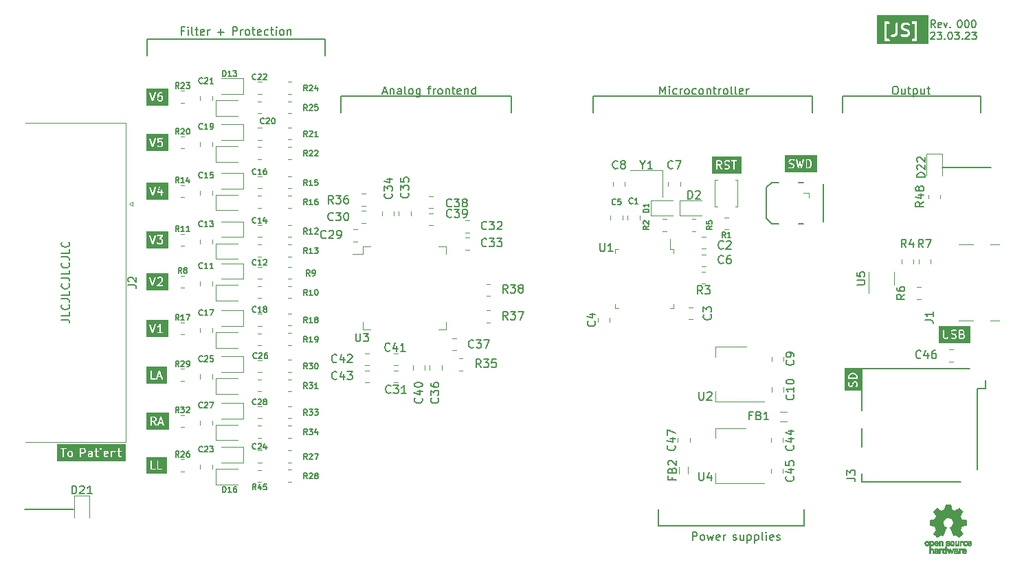
<source format=gbr>
%TF.GenerationSoftware,KiCad,Pcbnew,(7.0.0-0)*%
%TF.CreationDate,2023-03-23T21:01:42+01:00*%
%TF.ProjectId,SimpleECG_v0,53696d70-6c65-4454-9347-5f76302e6b69,rev?*%
%TF.SameCoordinates,Original*%
%TF.FileFunction,Legend,Top*%
%TF.FilePolarity,Positive*%
%FSLAX46Y46*%
G04 Gerber Fmt 4.6, Leading zero omitted, Abs format (unit mm)*
G04 Created by KiCad (PCBNEW (7.0.0-0)) date 2023-03-23 21:01:42*
%MOMM*%
%LPD*%
G01*
G04 APERTURE LIST*
%ADD10C,0.150000*%
%ADD11C,0.300000*%
%ADD12C,0.120000*%
%ADD13C,0.200000*%
%ADD14C,0.010000*%
G04 APERTURE END LIST*
D10*
X171000000Y-33000000D02*
X171000000Y-35000000D01*
X149300000Y-86000000D02*
X131300000Y-86000000D01*
X146110000Y-43684000D02*
X145330000Y-43684000D01*
X144630000Y-48085000D02*
X145330000Y-48784000D01*
X148610000Y-48784000D02*
X149210000Y-48784000D01*
X144639874Y-44305125D02*
X145330000Y-43684000D01*
X131300000Y-86000000D02*
X131300000Y-84000000D01*
X151630000Y-43815000D02*
X151630000Y-48515000D01*
X144639874Y-44305125D02*
X144630000Y-48085000D01*
X68300000Y-26000000D02*
X90300000Y-26000000D01*
X123300000Y-35000000D02*
X123300000Y-33000000D01*
X154000000Y-33000000D02*
X171000000Y-33000000D01*
X148610000Y-43684000D02*
X149210000Y-43684000D01*
X90300000Y-26000000D02*
X90300000Y-28000000D01*
X92200000Y-35000000D02*
X92200000Y-33000000D01*
X145330000Y-48784000D02*
X146110000Y-48784000D01*
X68300000Y-28000000D02*
X68300000Y-26000000D01*
X113200000Y-33000000D02*
X113200000Y-35000000D01*
X53300000Y-84000000D02*
X59300000Y-84000000D01*
X154000000Y-35000000D02*
X154000000Y-33000000D01*
X92200000Y-33000000D02*
X113200000Y-33000000D01*
X172300000Y-41800000D02*
X166300000Y-41800000D01*
X149300000Y-84000000D02*
X149300000Y-86000000D01*
X123300000Y-33000000D02*
X150300000Y-33000000D01*
X150300000Y-33000000D02*
X150300000Y-35000000D01*
G36*
X70964881Y-51811607D02*
G01*
X68244643Y-51811607D01*
X68244643Y-50228955D01*
X68629623Y-50228955D01*
X68965630Y-51236979D01*
X68965325Y-51245427D01*
X68972457Y-51257460D01*
X68973329Y-51260075D01*
X68977937Y-51266706D01*
X68987782Y-51283315D01*
X68990388Y-51284621D01*
X68992052Y-51287015D01*
X69009894Y-51294395D01*
X69027158Y-51303047D01*
X69030057Y-51302736D01*
X69032751Y-51303851D01*
X69051738Y-51300416D01*
X69070951Y-51298360D01*
X69073224Y-51296529D01*
X69076091Y-51296011D01*
X69090209Y-51282854D01*
X69105258Y-51270739D01*
X69106180Y-51267972D01*
X69108313Y-51265985D01*
X69113079Y-51247274D01*
X69153732Y-51125316D01*
X69534533Y-51125316D01*
X69543895Y-51168353D01*
X69600437Y-51224895D01*
X69606881Y-51235745D01*
X69625390Y-51244999D01*
X69643504Y-51254890D01*
X69644962Y-51254785D01*
X69718208Y-51291408D01*
X69733335Y-51301130D01*
X69748665Y-51301130D01*
X69763748Y-51303844D01*
X69770292Y-51301130D01*
X70037031Y-51301130D01*
X70054915Y-51303061D01*
X70068628Y-51296204D01*
X70083331Y-51291887D01*
X70087969Y-51286533D01*
X70161438Y-51249798D01*
X70173770Y-51247116D01*
X70188397Y-51232488D01*
X70203515Y-51218427D01*
X70203877Y-51217008D01*
X70230312Y-51190573D01*
X70241162Y-51184130D01*
X70250416Y-51165620D01*
X70260307Y-51147507D01*
X70260202Y-51146048D01*
X70296825Y-51072802D01*
X70306547Y-51057676D01*
X70306547Y-51042346D01*
X70309261Y-51027263D01*
X70306547Y-51020719D01*
X70306547Y-50801590D01*
X70308477Y-50783715D01*
X70301622Y-50770005D01*
X70297304Y-50755299D01*
X70291949Y-50750659D01*
X70255215Y-50677190D01*
X70252533Y-50664860D01*
X70237913Y-50650240D01*
X70223844Y-50635115D01*
X70222425Y-50634752D01*
X70195990Y-50608317D01*
X70189547Y-50597468D01*
X70171046Y-50588217D01*
X70152924Y-50578322D01*
X70151463Y-50578426D01*
X70078222Y-50541806D01*
X70063351Y-50532249D01*
X70273619Y-50291942D01*
X70273807Y-50291887D01*
X70288009Y-50275495D01*
X70295091Y-50267403D01*
X70295169Y-50267232D01*
X70302649Y-50258601D01*
X70304221Y-50247661D01*
X70308863Y-50237627D01*
X70307291Y-50226310D01*
X70308917Y-50215006D01*
X70304325Y-50204951D01*
X70302805Y-50194002D01*
X70295366Y-50185333D01*
X70290621Y-50174942D01*
X70281321Y-50168965D01*
X70274124Y-50160578D01*
X70263180Y-50157306D01*
X70253569Y-50151130D01*
X70242517Y-50151130D01*
X70231925Y-50147964D01*
X70220947Y-50151130D01*
X69601718Y-50151130D01*
X69570240Y-50160373D01*
X69541398Y-50193659D01*
X69535130Y-50237254D01*
X69553426Y-50277318D01*
X69590478Y-50301130D01*
X70066265Y-50301130D01*
X69856142Y-50541270D01*
X69855954Y-50541326D01*
X69841651Y-50557832D01*
X69834671Y-50565810D01*
X69834593Y-50565977D01*
X69827112Y-50574612D01*
X69825538Y-50585552D01*
X69820898Y-50595586D01*
X69822469Y-50606901D01*
X69820844Y-50618207D01*
X69825435Y-50628261D01*
X69826956Y-50639210D01*
X69834393Y-50647878D01*
X69839140Y-50658271D01*
X69848440Y-50664248D01*
X69855637Y-50672635D01*
X69866580Y-50675905D01*
X69876192Y-50682083D01*
X69887247Y-50682083D01*
X69897836Y-50685248D01*
X69908811Y-50682083D01*
X70023365Y-50682083D01*
X70091883Y-50716342D01*
X70122288Y-50746747D01*
X70156547Y-50815263D01*
X70156547Y-51017948D01*
X70122288Y-51086465D01*
X70091881Y-51116872D01*
X70023366Y-51151130D01*
X69773063Y-51151130D01*
X69704545Y-51116871D01*
X69657909Y-51070235D01*
X69629115Y-51054512D01*
X69585184Y-51057655D01*
X69549925Y-51084049D01*
X69534533Y-51125316D01*
X69153732Y-51125316D01*
X69448965Y-50239619D01*
X69450150Y-50206833D01*
X69427693Y-50168945D01*
X69388317Y-50149213D01*
X69344523Y-50153901D01*
X69310217Y-50181521D01*
X69041071Y-50988958D01*
X68775480Y-50192184D01*
X68756757Y-50165244D01*
X68716058Y-50148408D01*
X68672718Y-50156248D01*
X68640496Y-50186275D01*
X68629623Y-50228955D01*
X68244643Y-50228955D01*
X68244643Y-49700893D01*
X70964881Y-49700893D01*
X70964881Y-51811607D01*
G37*
X135538095Y-87782380D02*
X135538095Y-86782380D01*
X135538095Y-86782380D02*
X135919047Y-86782380D01*
X135919047Y-86782380D02*
X136014285Y-86830000D01*
X136014285Y-86830000D02*
X136061904Y-86877619D01*
X136061904Y-86877619D02*
X136109523Y-86972857D01*
X136109523Y-86972857D02*
X136109523Y-87115714D01*
X136109523Y-87115714D02*
X136061904Y-87210952D01*
X136061904Y-87210952D02*
X136014285Y-87258571D01*
X136014285Y-87258571D02*
X135919047Y-87306190D01*
X135919047Y-87306190D02*
X135538095Y-87306190D01*
X136680952Y-87782380D02*
X136585714Y-87734761D01*
X136585714Y-87734761D02*
X136538095Y-87687142D01*
X136538095Y-87687142D02*
X136490476Y-87591904D01*
X136490476Y-87591904D02*
X136490476Y-87306190D01*
X136490476Y-87306190D02*
X136538095Y-87210952D01*
X136538095Y-87210952D02*
X136585714Y-87163333D01*
X136585714Y-87163333D02*
X136680952Y-87115714D01*
X136680952Y-87115714D02*
X136823809Y-87115714D01*
X136823809Y-87115714D02*
X136919047Y-87163333D01*
X136919047Y-87163333D02*
X136966666Y-87210952D01*
X136966666Y-87210952D02*
X137014285Y-87306190D01*
X137014285Y-87306190D02*
X137014285Y-87591904D01*
X137014285Y-87591904D02*
X136966666Y-87687142D01*
X136966666Y-87687142D02*
X136919047Y-87734761D01*
X136919047Y-87734761D02*
X136823809Y-87782380D01*
X136823809Y-87782380D02*
X136680952Y-87782380D01*
X137347619Y-87115714D02*
X137538095Y-87782380D01*
X137538095Y-87782380D02*
X137728571Y-87306190D01*
X137728571Y-87306190D02*
X137919047Y-87782380D01*
X137919047Y-87782380D02*
X138109523Y-87115714D01*
X138871428Y-87734761D02*
X138776190Y-87782380D01*
X138776190Y-87782380D02*
X138585714Y-87782380D01*
X138585714Y-87782380D02*
X138490476Y-87734761D01*
X138490476Y-87734761D02*
X138442857Y-87639523D01*
X138442857Y-87639523D02*
X138442857Y-87258571D01*
X138442857Y-87258571D02*
X138490476Y-87163333D01*
X138490476Y-87163333D02*
X138585714Y-87115714D01*
X138585714Y-87115714D02*
X138776190Y-87115714D01*
X138776190Y-87115714D02*
X138871428Y-87163333D01*
X138871428Y-87163333D02*
X138919047Y-87258571D01*
X138919047Y-87258571D02*
X138919047Y-87353809D01*
X138919047Y-87353809D02*
X138442857Y-87449047D01*
X139347619Y-87782380D02*
X139347619Y-87115714D01*
X139347619Y-87306190D02*
X139395238Y-87210952D01*
X139395238Y-87210952D02*
X139442857Y-87163333D01*
X139442857Y-87163333D02*
X139538095Y-87115714D01*
X139538095Y-87115714D02*
X139633333Y-87115714D01*
X140519048Y-87734761D02*
X140614286Y-87782380D01*
X140614286Y-87782380D02*
X140804762Y-87782380D01*
X140804762Y-87782380D02*
X140900000Y-87734761D01*
X140900000Y-87734761D02*
X140947619Y-87639523D01*
X140947619Y-87639523D02*
X140947619Y-87591904D01*
X140947619Y-87591904D02*
X140900000Y-87496666D01*
X140900000Y-87496666D02*
X140804762Y-87449047D01*
X140804762Y-87449047D02*
X140661905Y-87449047D01*
X140661905Y-87449047D02*
X140566667Y-87401428D01*
X140566667Y-87401428D02*
X140519048Y-87306190D01*
X140519048Y-87306190D02*
X140519048Y-87258571D01*
X140519048Y-87258571D02*
X140566667Y-87163333D01*
X140566667Y-87163333D02*
X140661905Y-87115714D01*
X140661905Y-87115714D02*
X140804762Y-87115714D01*
X140804762Y-87115714D02*
X140900000Y-87163333D01*
X141804762Y-87115714D02*
X141804762Y-87782380D01*
X141376191Y-87115714D02*
X141376191Y-87639523D01*
X141376191Y-87639523D02*
X141423810Y-87734761D01*
X141423810Y-87734761D02*
X141519048Y-87782380D01*
X141519048Y-87782380D02*
X141661905Y-87782380D01*
X141661905Y-87782380D02*
X141757143Y-87734761D01*
X141757143Y-87734761D02*
X141804762Y-87687142D01*
X142280953Y-87115714D02*
X142280953Y-88115714D01*
X142280953Y-87163333D02*
X142376191Y-87115714D01*
X142376191Y-87115714D02*
X142566667Y-87115714D01*
X142566667Y-87115714D02*
X142661905Y-87163333D01*
X142661905Y-87163333D02*
X142709524Y-87210952D01*
X142709524Y-87210952D02*
X142757143Y-87306190D01*
X142757143Y-87306190D02*
X142757143Y-87591904D01*
X142757143Y-87591904D02*
X142709524Y-87687142D01*
X142709524Y-87687142D02*
X142661905Y-87734761D01*
X142661905Y-87734761D02*
X142566667Y-87782380D01*
X142566667Y-87782380D02*
X142376191Y-87782380D01*
X142376191Y-87782380D02*
X142280953Y-87734761D01*
X143185715Y-87115714D02*
X143185715Y-88115714D01*
X143185715Y-87163333D02*
X143280953Y-87115714D01*
X143280953Y-87115714D02*
X143471429Y-87115714D01*
X143471429Y-87115714D02*
X143566667Y-87163333D01*
X143566667Y-87163333D02*
X143614286Y-87210952D01*
X143614286Y-87210952D02*
X143661905Y-87306190D01*
X143661905Y-87306190D02*
X143661905Y-87591904D01*
X143661905Y-87591904D02*
X143614286Y-87687142D01*
X143614286Y-87687142D02*
X143566667Y-87734761D01*
X143566667Y-87734761D02*
X143471429Y-87782380D01*
X143471429Y-87782380D02*
X143280953Y-87782380D01*
X143280953Y-87782380D02*
X143185715Y-87734761D01*
X144233334Y-87782380D02*
X144138096Y-87734761D01*
X144138096Y-87734761D02*
X144090477Y-87639523D01*
X144090477Y-87639523D02*
X144090477Y-86782380D01*
X144614287Y-87782380D02*
X144614287Y-87115714D01*
X144614287Y-86782380D02*
X144566668Y-86830000D01*
X144566668Y-86830000D02*
X144614287Y-86877619D01*
X144614287Y-86877619D02*
X144661906Y-86830000D01*
X144661906Y-86830000D02*
X144614287Y-86782380D01*
X144614287Y-86782380D02*
X144614287Y-86877619D01*
X145471429Y-87734761D02*
X145376191Y-87782380D01*
X145376191Y-87782380D02*
X145185715Y-87782380D01*
X145185715Y-87782380D02*
X145090477Y-87734761D01*
X145090477Y-87734761D02*
X145042858Y-87639523D01*
X145042858Y-87639523D02*
X145042858Y-87258571D01*
X145042858Y-87258571D02*
X145090477Y-87163333D01*
X145090477Y-87163333D02*
X145185715Y-87115714D01*
X145185715Y-87115714D02*
X145376191Y-87115714D01*
X145376191Y-87115714D02*
X145471429Y-87163333D01*
X145471429Y-87163333D02*
X145519048Y-87258571D01*
X145519048Y-87258571D02*
X145519048Y-87353809D01*
X145519048Y-87353809D02*
X145042858Y-87449047D01*
X145900001Y-87734761D02*
X145995239Y-87782380D01*
X145995239Y-87782380D02*
X146185715Y-87782380D01*
X146185715Y-87782380D02*
X146280953Y-87734761D01*
X146280953Y-87734761D02*
X146328572Y-87639523D01*
X146328572Y-87639523D02*
X146328572Y-87591904D01*
X146328572Y-87591904D02*
X146280953Y-87496666D01*
X146280953Y-87496666D02*
X146185715Y-87449047D01*
X146185715Y-87449047D02*
X146042858Y-87449047D01*
X146042858Y-87449047D02*
X145947620Y-87401428D01*
X145947620Y-87401428D02*
X145900001Y-87306190D01*
X145900001Y-87306190D02*
X145900001Y-87258571D01*
X145900001Y-87258571D02*
X145947620Y-87163333D01*
X145947620Y-87163333D02*
X146042858Y-87115714D01*
X146042858Y-87115714D02*
X146185715Y-87115714D01*
X146185715Y-87115714D02*
X146280953Y-87163333D01*
X57782380Y-60576190D02*
X58496666Y-60576190D01*
X58496666Y-60576190D02*
X58639523Y-60623809D01*
X58639523Y-60623809D02*
X58734761Y-60719047D01*
X58734761Y-60719047D02*
X58782380Y-60861904D01*
X58782380Y-60861904D02*
X58782380Y-60957142D01*
X58782380Y-59623809D02*
X58782380Y-60099999D01*
X58782380Y-60099999D02*
X57782380Y-60099999D01*
X58687142Y-58719047D02*
X58734761Y-58766666D01*
X58734761Y-58766666D02*
X58782380Y-58909523D01*
X58782380Y-58909523D02*
X58782380Y-59004761D01*
X58782380Y-59004761D02*
X58734761Y-59147618D01*
X58734761Y-59147618D02*
X58639523Y-59242856D01*
X58639523Y-59242856D02*
X58544285Y-59290475D01*
X58544285Y-59290475D02*
X58353809Y-59338094D01*
X58353809Y-59338094D02*
X58210952Y-59338094D01*
X58210952Y-59338094D02*
X58020476Y-59290475D01*
X58020476Y-59290475D02*
X57925238Y-59242856D01*
X57925238Y-59242856D02*
X57830000Y-59147618D01*
X57830000Y-59147618D02*
X57782380Y-59004761D01*
X57782380Y-59004761D02*
X57782380Y-58909523D01*
X57782380Y-58909523D02*
X57830000Y-58766666D01*
X57830000Y-58766666D02*
X57877619Y-58719047D01*
X57782380Y-58004761D02*
X58496666Y-58004761D01*
X58496666Y-58004761D02*
X58639523Y-58052380D01*
X58639523Y-58052380D02*
X58734761Y-58147618D01*
X58734761Y-58147618D02*
X58782380Y-58290475D01*
X58782380Y-58290475D02*
X58782380Y-58385713D01*
X58782380Y-57052380D02*
X58782380Y-57528570D01*
X58782380Y-57528570D02*
X57782380Y-57528570D01*
X58687142Y-56147618D02*
X58734761Y-56195237D01*
X58734761Y-56195237D02*
X58782380Y-56338094D01*
X58782380Y-56338094D02*
X58782380Y-56433332D01*
X58782380Y-56433332D02*
X58734761Y-56576189D01*
X58734761Y-56576189D02*
X58639523Y-56671427D01*
X58639523Y-56671427D02*
X58544285Y-56719046D01*
X58544285Y-56719046D02*
X58353809Y-56766665D01*
X58353809Y-56766665D02*
X58210952Y-56766665D01*
X58210952Y-56766665D02*
X58020476Y-56719046D01*
X58020476Y-56719046D02*
X57925238Y-56671427D01*
X57925238Y-56671427D02*
X57830000Y-56576189D01*
X57830000Y-56576189D02*
X57782380Y-56433332D01*
X57782380Y-56433332D02*
X57782380Y-56338094D01*
X57782380Y-56338094D02*
X57830000Y-56195237D01*
X57830000Y-56195237D02*
X57877619Y-56147618D01*
X57782380Y-55433332D02*
X58496666Y-55433332D01*
X58496666Y-55433332D02*
X58639523Y-55480951D01*
X58639523Y-55480951D02*
X58734761Y-55576189D01*
X58734761Y-55576189D02*
X58782380Y-55719046D01*
X58782380Y-55719046D02*
X58782380Y-55814284D01*
X58782380Y-54480951D02*
X58782380Y-54957141D01*
X58782380Y-54957141D02*
X57782380Y-54957141D01*
X58687142Y-53576189D02*
X58734761Y-53623808D01*
X58734761Y-53623808D02*
X58782380Y-53766665D01*
X58782380Y-53766665D02*
X58782380Y-53861903D01*
X58782380Y-53861903D02*
X58734761Y-54004760D01*
X58734761Y-54004760D02*
X58639523Y-54099998D01*
X58639523Y-54099998D02*
X58544285Y-54147617D01*
X58544285Y-54147617D02*
X58353809Y-54195236D01*
X58353809Y-54195236D02*
X58210952Y-54195236D01*
X58210952Y-54195236D02*
X58020476Y-54147617D01*
X58020476Y-54147617D02*
X57925238Y-54099998D01*
X57925238Y-54099998D02*
X57830000Y-54004760D01*
X57830000Y-54004760D02*
X57782380Y-53861903D01*
X57782380Y-53861903D02*
X57782380Y-53766665D01*
X57782380Y-53766665D02*
X57830000Y-53623808D01*
X57830000Y-53623808D02*
X57877619Y-53576189D01*
X57782380Y-52861903D02*
X58496666Y-52861903D01*
X58496666Y-52861903D02*
X58639523Y-52909522D01*
X58639523Y-52909522D02*
X58734761Y-53004760D01*
X58734761Y-53004760D02*
X58782380Y-53147617D01*
X58782380Y-53147617D02*
X58782380Y-53242855D01*
X58782380Y-51909522D02*
X58782380Y-52385712D01*
X58782380Y-52385712D02*
X57782380Y-52385712D01*
X58687142Y-51004760D02*
X58734761Y-51052379D01*
X58734761Y-51052379D02*
X58782380Y-51195236D01*
X58782380Y-51195236D02*
X58782380Y-51290474D01*
X58782380Y-51290474D02*
X58734761Y-51433331D01*
X58734761Y-51433331D02*
X58639523Y-51528569D01*
X58639523Y-51528569D02*
X58544285Y-51576188D01*
X58544285Y-51576188D02*
X58353809Y-51623807D01*
X58353809Y-51623807D02*
X58210952Y-51623807D01*
X58210952Y-51623807D02*
X58020476Y-51576188D01*
X58020476Y-51576188D02*
X57925238Y-51528569D01*
X57925238Y-51528569D02*
X57830000Y-51433331D01*
X57830000Y-51433331D02*
X57782380Y-51290474D01*
X57782380Y-51290474D02*
X57782380Y-51195236D01*
X57782380Y-51195236D02*
X57830000Y-51052379D01*
X57830000Y-51052379D02*
X57877619Y-51004760D01*
D11*
G36*
X164585714Y-26564286D02*
G01*
X158235714Y-26564286D01*
X158235714Y-26095820D01*
X159173829Y-26095820D01*
X159187669Y-26126126D01*
X159197055Y-26158091D01*
X159205680Y-26165565D01*
X159210422Y-26175947D01*
X159238449Y-26193959D01*
X159263628Y-26215776D01*
X159274925Y-26217400D01*
X159284527Y-26223571D01*
X159317840Y-26223571D01*
X159350820Y-26228313D01*
X159361203Y-26223571D01*
X159707282Y-26223571D01*
X159770234Y-26205087D01*
X159827919Y-26138514D01*
X159834058Y-26095820D01*
X162530971Y-26095820D01*
X162567564Y-26175947D01*
X162641669Y-26223571D01*
X163032125Y-26223571D01*
X163065105Y-26228313D01*
X163095411Y-26214472D01*
X163127376Y-26205087D01*
X163134850Y-26196461D01*
X163145232Y-26191720D01*
X163163244Y-26163692D01*
X163185061Y-26138514D01*
X163186685Y-26127216D01*
X163192856Y-26117615D01*
X163192856Y-26084302D01*
X163197598Y-26051322D01*
X163192856Y-26040939D01*
X163192856Y-23941445D01*
X163197598Y-23908465D01*
X163183757Y-23878158D01*
X163174372Y-23846194D01*
X163165746Y-23838719D01*
X163161005Y-23828338D01*
X163132977Y-23810325D01*
X163107799Y-23788509D01*
X163096501Y-23786884D01*
X163086900Y-23780714D01*
X163053587Y-23780714D01*
X163020607Y-23775972D01*
X163010224Y-23780714D01*
X162664145Y-23780714D01*
X162601193Y-23799198D01*
X162543508Y-23865771D01*
X162530971Y-23952963D01*
X162567564Y-24033090D01*
X162641669Y-24080714D01*
X162892856Y-24080714D01*
X162892856Y-25923571D01*
X162664145Y-25923571D01*
X162601193Y-25942055D01*
X162543508Y-26008628D01*
X162530971Y-26095820D01*
X159834058Y-26095820D01*
X159840456Y-26051322D01*
X159803863Y-25971195D01*
X159729758Y-25923571D01*
X159478571Y-25923571D01*
X159478571Y-25595820D01*
X159959543Y-25595820D01*
X159996136Y-25675947D01*
X160070241Y-25723571D01*
X160238336Y-25723571D01*
X160262793Y-25729801D01*
X160301984Y-25716737D01*
X160341662Y-25705087D01*
X160343581Y-25702871D01*
X160511197Y-25646999D01*
X160546350Y-25639352D01*
X160568026Y-25617675D01*
X160593199Y-25600181D01*
X160598616Y-25587085D01*
X160714642Y-25471059D01*
X160742659Y-25448503D01*
X160752352Y-25419424D01*
X160767045Y-25392516D01*
X160766033Y-25378379D01*
X160822069Y-25210275D01*
X160835714Y-25189044D01*
X160835714Y-25147732D01*
X160837209Y-25106407D01*
X160835714Y-25103885D01*
X160835714Y-24376067D01*
X161173141Y-24376067D01*
X161178571Y-24389159D01*
X161178571Y-24494069D01*
X161174710Y-24529829D01*
X161188417Y-24557244D01*
X161197055Y-24586662D01*
X161207766Y-24595943D01*
X161257424Y-24695262D01*
X161262790Y-24719923D01*
X161291988Y-24749121D01*
X161320165Y-24779413D01*
X161323008Y-24780139D01*
X161352061Y-24809192D01*
X161364951Y-24830895D01*
X161401925Y-24849382D01*
X161438198Y-24869189D01*
X161441120Y-24868979D01*
X161523306Y-24910072D01*
X161535176Y-24922696D01*
X161561929Y-24929384D01*
X161566493Y-24931666D01*
X161582783Y-24934597D01*
X161847642Y-25000812D01*
X161954003Y-25053992D01*
X161991006Y-25090995D01*
X162035714Y-25180411D01*
X162035714Y-25252447D01*
X161991008Y-25341857D01*
X161954002Y-25378863D01*
X161864588Y-25423571D01*
X161567200Y-25423571D01*
X161355544Y-25353019D01*
X161289978Y-25350647D01*
X161214200Y-25395562D01*
X161174734Y-25474315D01*
X161184111Y-25561902D01*
X161239353Y-25630516D01*
X161477582Y-25709926D01*
X161498813Y-25723571D01*
X161540125Y-25723571D01*
X161581450Y-25725066D01*
X161583972Y-25723571D01*
X161891923Y-25723571D01*
X161927687Y-25727432D01*
X161955102Y-25713724D01*
X161984519Y-25705087D01*
X161993800Y-25694375D01*
X162093118Y-25644716D01*
X162117779Y-25639352D01*
X162146990Y-25610140D01*
X162177270Y-25581975D01*
X162177996Y-25579134D01*
X162207050Y-25550080D01*
X162228752Y-25537191D01*
X162247235Y-25500224D01*
X162267045Y-25463946D01*
X162266835Y-25461023D01*
X162316266Y-25362162D01*
X162335714Y-25331901D01*
X162335714Y-25301248D01*
X162341144Y-25271076D01*
X162335714Y-25257984D01*
X162335714Y-25153076D01*
X162339575Y-25117312D01*
X162325867Y-25089896D01*
X162317230Y-25060480D01*
X162306518Y-25051198D01*
X162256859Y-24951880D01*
X162251495Y-24927219D01*
X162222273Y-24897997D01*
X162194118Y-24867729D01*
X162191278Y-24867002D01*
X162162220Y-24837945D01*
X162149333Y-24816247D01*
X162112379Y-24797770D01*
X162076088Y-24777953D01*
X162073163Y-24778162D01*
X161990976Y-24737068D01*
X161979108Y-24724446D01*
X161952356Y-24717758D01*
X161947790Y-24715475D01*
X161931492Y-24712542D01*
X161666640Y-24646329D01*
X161560282Y-24593150D01*
X161523276Y-24556145D01*
X161478571Y-24466733D01*
X161478571Y-24394695D01*
X161523277Y-24305281D01*
X161560281Y-24268277D01*
X161649695Y-24223571D01*
X161947087Y-24223571D01*
X162158740Y-24294123D01*
X162224307Y-24296495D01*
X162300084Y-24251580D01*
X162339551Y-24172827D01*
X162330174Y-24085240D01*
X162274932Y-24016625D01*
X162036703Y-23937215D01*
X162015472Y-23923571D01*
X161974159Y-23923571D01*
X161932835Y-23922076D01*
X161930313Y-23923571D01*
X161622360Y-23923571D01*
X161586596Y-23919710D01*
X161559180Y-23933418D01*
X161529765Y-23942055D01*
X161520483Y-23952766D01*
X161421168Y-24002425D01*
X161396507Y-24007790D01*
X161367292Y-24037004D01*
X161337015Y-24065167D01*
X161336288Y-24068007D01*
X161307232Y-24097062D01*
X161285532Y-24109952D01*
X161267051Y-24146912D01*
X161247239Y-24183196D01*
X161247448Y-24186119D01*
X161198016Y-24284982D01*
X161178571Y-24315241D01*
X161178571Y-24345892D01*
X161173141Y-24376067D01*
X160835714Y-24376067D01*
X160835714Y-24052003D01*
X160817230Y-23989051D01*
X160750657Y-23931366D01*
X160663465Y-23918829D01*
X160583338Y-23955422D01*
X160535714Y-24029527D01*
X160535714Y-25120659D01*
X160483180Y-25278257D01*
X160390400Y-25371037D01*
X160232800Y-25423571D01*
X160092717Y-25423571D01*
X160029765Y-25442055D01*
X159972080Y-25508628D01*
X159959543Y-25595820D01*
X159478571Y-25595820D01*
X159478571Y-24080714D01*
X159707282Y-24080714D01*
X159770234Y-24062230D01*
X159827919Y-23995657D01*
X159840456Y-23908465D01*
X159803863Y-23828338D01*
X159729758Y-23780714D01*
X159339302Y-23780714D01*
X159306322Y-23775972D01*
X159276015Y-23789812D01*
X159244051Y-23799198D01*
X159236576Y-23807823D01*
X159226195Y-23812565D01*
X159208182Y-23840592D01*
X159186366Y-23865771D01*
X159184741Y-23877068D01*
X159178571Y-23886670D01*
X159178571Y-23919983D01*
X159173829Y-23952963D01*
X159178571Y-23963346D01*
X159178571Y-26062840D01*
X159173829Y-26095820D01*
X158235714Y-26095820D01*
X158235714Y-22985714D01*
X164585714Y-22985714D01*
X164585714Y-26564286D01*
G37*
D10*
X97390476Y-32496666D02*
X97866666Y-32496666D01*
X97295238Y-32782380D02*
X97628571Y-31782380D01*
X97628571Y-31782380D02*
X97961904Y-32782380D01*
X98295238Y-32115714D02*
X98295238Y-32782380D01*
X98295238Y-32210952D02*
X98342857Y-32163333D01*
X98342857Y-32163333D02*
X98438095Y-32115714D01*
X98438095Y-32115714D02*
X98580952Y-32115714D01*
X98580952Y-32115714D02*
X98676190Y-32163333D01*
X98676190Y-32163333D02*
X98723809Y-32258571D01*
X98723809Y-32258571D02*
X98723809Y-32782380D01*
X99628571Y-32782380D02*
X99628571Y-32258571D01*
X99628571Y-32258571D02*
X99580952Y-32163333D01*
X99580952Y-32163333D02*
X99485714Y-32115714D01*
X99485714Y-32115714D02*
X99295238Y-32115714D01*
X99295238Y-32115714D02*
X99200000Y-32163333D01*
X99628571Y-32734761D02*
X99533333Y-32782380D01*
X99533333Y-32782380D02*
X99295238Y-32782380D01*
X99295238Y-32782380D02*
X99200000Y-32734761D01*
X99200000Y-32734761D02*
X99152381Y-32639523D01*
X99152381Y-32639523D02*
X99152381Y-32544285D01*
X99152381Y-32544285D02*
X99200000Y-32449047D01*
X99200000Y-32449047D02*
X99295238Y-32401428D01*
X99295238Y-32401428D02*
X99533333Y-32401428D01*
X99533333Y-32401428D02*
X99628571Y-32353809D01*
X100247619Y-32782380D02*
X100152381Y-32734761D01*
X100152381Y-32734761D02*
X100104762Y-32639523D01*
X100104762Y-32639523D02*
X100104762Y-31782380D01*
X100771429Y-32782380D02*
X100676191Y-32734761D01*
X100676191Y-32734761D02*
X100628572Y-32687142D01*
X100628572Y-32687142D02*
X100580953Y-32591904D01*
X100580953Y-32591904D02*
X100580953Y-32306190D01*
X100580953Y-32306190D02*
X100628572Y-32210952D01*
X100628572Y-32210952D02*
X100676191Y-32163333D01*
X100676191Y-32163333D02*
X100771429Y-32115714D01*
X100771429Y-32115714D02*
X100914286Y-32115714D01*
X100914286Y-32115714D02*
X101009524Y-32163333D01*
X101009524Y-32163333D02*
X101057143Y-32210952D01*
X101057143Y-32210952D02*
X101104762Y-32306190D01*
X101104762Y-32306190D02*
X101104762Y-32591904D01*
X101104762Y-32591904D02*
X101057143Y-32687142D01*
X101057143Y-32687142D02*
X101009524Y-32734761D01*
X101009524Y-32734761D02*
X100914286Y-32782380D01*
X100914286Y-32782380D02*
X100771429Y-32782380D01*
X101961905Y-32115714D02*
X101961905Y-32925238D01*
X101961905Y-32925238D02*
X101914286Y-33020476D01*
X101914286Y-33020476D02*
X101866667Y-33068095D01*
X101866667Y-33068095D02*
X101771429Y-33115714D01*
X101771429Y-33115714D02*
X101628572Y-33115714D01*
X101628572Y-33115714D02*
X101533334Y-33068095D01*
X101961905Y-32734761D02*
X101866667Y-32782380D01*
X101866667Y-32782380D02*
X101676191Y-32782380D01*
X101676191Y-32782380D02*
X101580953Y-32734761D01*
X101580953Y-32734761D02*
X101533334Y-32687142D01*
X101533334Y-32687142D02*
X101485715Y-32591904D01*
X101485715Y-32591904D02*
X101485715Y-32306190D01*
X101485715Y-32306190D02*
X101533334Y-32210952D01*
X101533334Y-32210952D02*
X101580953Y-32163333D01*
X101580953Y-32163333D02*
X101676191Y-32115714D01*
X101676191Y-32115714D02*
X101866667Y-32115714D01*
X101866667Y-32115714D02*
X101961905Y-32163333D01*
X102895239Y-32115714D02*
X103276191Y-32115714D01*
X103038096Y-32782380D02*
X103038096Y-31925238D01*
X103038096Y-31925238D02*
X103085715Y-31830000D01*
X103085715Y-31830000D02*
X103180953Y-31782380D01*
X103180953Y-31782380D02*
X103276191Y-31782380D01*
X103609525Y-32782380D02*
X103609525Y-32115714D01*
X103609525Y-32306190D02*
X103657144Y-32210952D01*
X103657144Y-32210952D02*
X103704763Y-32163333D01*
X103704763Y-32163333D02*
X103800001Y-32115714D01*
X103800001Y-32115714D02*
X103895239Y-32115714D01*
X104371430Y-32782380D02*
X104276192Y-32734761D01*
X104276192Y-32734761D02*
X104228573Y-32687142D01*
X104228573Y-32687142D02*
X104180954Y-32591904D01*
X104180954Y-32591904D02*
X104180954Y-32306190D01*
X104180954Y-32306190D02*
X104228573Y-32210952D01*
X104228573Y-32210952D02*
X104276192Y-32163333D01*
X104276192Y-32163333D02*
X104371430Y-32115714D01*
X104371430Y-32115714D02*
X104514287Y-32115714D01*
X104514287Y-32115714D02*
X104609525Y-32163333D01*
X104609525Y-32163333D02*
X104657144Y-32210952D01*
X104657144Y-32210952D02*
X104704763Y-32306190D01*
X104704763Y-32306190D02*
X104704763Y-32591904D01*
X104704763Y-32591904D02*
X104657144Y-32687142D01*
X104657144Y-32687142D02*
X104609525Y-32734761D01*
X104609525Y-32734761D02*
X104514287Y-32782380D01*
X104514287Y-32782380D02*
X104371430Y-32782380D01*
X105133335Y-32115714D02*
X105133335Y-32782380D01*
X105133335Y-32210952D02*
X105180954Y-32163333D01*
X105180954Y-32163333D02*
X105276192Y-32115714D01*
X105276192Y-32115714D02*
X105419049Y-32115714D01*
X105419049Y-32115714D02*
X105514287Y-32163333D01*
X105514287Y-32163333D02*
X105561906Y-32258571D01*
X105561906Y-32258571D02*
X105561906Y-32782380D01*
X105895240Y-32115714D02*
X106276192Y-32115714D01*
X106038097Y-31782380D02*
X106038097Y-32639523D01*
X106038097Y-32639523D02*
X106085716Y-32734761D01*
X106085716Y-32734761D02*
X106180954Y-32782380D01*
X106180954Y-32782380D02*
X106276192Y-32782380D01*
X106990478Y-32734761D02*
X106895240Y-32782380D01*
X106895240Y-32782380D02*
X106704764Y-32782380D01*
X106704764Y-32782380D02*
X106609526Y-32734761D01*
X106609526Y-32734761D02*
X106561907Y-32639523D01*
X106561907Y-32639523D02*
X106561907Y-32258571D01*
X106561907Y-32258571D02*
X106609526Y-32163333D01*
X106609526Y-32163333D02*
X106704764Y-32115714D01*
X106704764Y-32115714D02*
X106895240Y-32115714D01*
X106895240Y-32115714D02*
X106990478Y-32163333D01*
X106990478Y-32163333D02*
X107038097Y-32258571D01*
X107038097Y-32258571D02*
X107038097Y-32353809D01*
X107038097Y-32353809D02*
X106561907Y-32449047D01*
X107466669Y-32115714D02*
X107466669Y-32782380D01*
X107466669Y-32210952D02*
X107514288Y-32163333D01*
X107514288Y-32163333D02*
X107609526Y-32115714D01*
X107609526Y-32115714D02*
X107752383Y-32115714D01*
X107752383Y-32115714D02*
X107847621Y-32163333D01*
X107847621Y-32163333D02*
X107895240Y-32258571D01*
X107895240Y-32258571D02*
X107895240Y-32782380D01*
X108800002Y-32782380D02*
X108800002Y-31782380D01*
X108800002Y-32734761D02*
X108704764Y-32782380D01*
X108704764Y-32782380D02*
X108514288Y-32782380D01*
X108514288Y-32782380D02*
X108419050Y-32734761D01*
X108419050Y-32734761D02*
X108371431Y-32687142D01*
X108371431Y-32687142D02*
X108323812Y-32591904D01*
X108323812Y-32591904D02*
X108323812Y-32306190D01*
X108323812Y-32306190D02*
X108371431Y-32210952D01*
X108371431Y-32210952D02*
X108419050Y-32163333D01*
X108419050Y-32163333D02*
X108514288Y-32115714D01*
X108514288Y-32115714D02*
X108704764Y-32115714D01*
X108704764Y-32115714D02*
X108800002Y-32163333D01*
G36*
X70964881Y-39811607D02*
G01*
X68244643Y-39811607D01*
X68244643Y-38228955D01*
X68629623Y-38228955D01*
X68965630Y-39236979D01*
X68965325Y-39245427D01*
X68972457Y-39257460D01*
X68973329Y-39260075D01*
X68977937Y-39266706D01*
X68987782Y-39283315D01*
X68990388Y-39284621D01*
X68992052Y-39287015D01*
X69009894Y-39294395D01*
X69027158Y-39303047D01*
X69030057Y-39302736D01*
X69032751Y-39303851D01*
X69051738Y-39300416D01*
X69070951Y-39298360D01*
X69073224Y-39296529D01*
X69076091Y-39296011D01*
X69090209Y-39282854D01*
X69105258Y-39270739D01*
X69106180Y-39267972D01*
X69108313Y-39265985D01*
X69113079Y-39247274D01*
X69153732Y-39125316D01*
X69582152Y-39125316D01*
X69591514Y-39168353D01*
X69648056Y-39224895D01*
X69654500Y-39235745D01*
X69673009Y-39244999D01*
X69691123Y-39254890D01*
X69692581Y-39254785D01*
X69765827Y-39291408D01*
X69780954Y-39301130D01*
X69796284Y-39301130D01*
X69811367Y-39303844D01*
X69817911Y-39301130D01*
X70037031Y-39301130D01*
X70054915Y-39303061D01*
X70068628Y-39296204D01*
X70083331Y-39291887D01*
X70087969Y-39286533D01*
X70161438Y-39249798D01*
X70173770Y-39247116D01*
X70188397Y-39232488D01*
X70203515Y-39218427D01*
X70203877Y-39217008D01*
X70230312Y-39190573D01*
X70241162Y-39184130D01*
X70250416Y-39165620D01*
X70260307Y-39147507D01*
X70260202Y-39146048D01*
X70296825Y-39072802D01*
X70306547Y-39057676D01*
X70306547Y-39042346D01*
X70309261Y-39027263D01*
X70306547Y-39020719D01*
X70306547Y-38801590D01*
X70308477Y-38783715D01*
X70301622Y-38770005D01*
X70297304Y-38755299D01*
X70291949Y-38750659D01*
X70255215Y-38677190D01*
X70252533Y-38664860D01*
X70237913Y-38650240D01*
X70223844Y-38635115D01*
X70222425Y-38634752D01*
X70195990Y-38608317D01*
X70189547Y-38597468D01*
X70171046Y-38588217D01*
X70152924Y-38578322D01*
X70151463Y-38578426D01*
X70078222Y-38541806D01*
X70063093Y-38532083D01*
X70047763Y-38532083D01*
X70032680Y-38529369D01*
X70026136Y-38532083D01*
X69807007Y-38532083D01*
X69789132Y-38530153D01*
X69775422Y-38537007D01*
X69760716Y-38541326D01*
X69756076Y-38546680D01*
X69750793Y-38549322D01*
X69775612Y-38301130D01*
X70194710Y-38301130D01*
X70226188Y-38291887D01*
X70255030Y-38258601D01*
X70261298Y-38215006D01*
X70243002Y-38174942D01*
X70205950Y-38151130D01*
X69716873Y-38151130D01*
X69704368Y-38148037D01*
X69685056Y-38154623D01*
X69665478Y-38160373D01*
X69664334Y-38161692D01*
X69662682Y-38162256D01*
X69649990Y-38178247D01*
X69636636Y-38193659D01*
X69636387Y-38195385D01*
X69635301Y-38196755D01*
X69633268Y-38217081D01*
X69630368Y-38237254D01*
X69631092Y-38238840D01*
X69587004Y-38679726D01*
X69583739Y-38685706D01*
X69584851Y-38701253D01*
X69584418Y-38705587D01*
X69585617Y-38711963D01*
X69586882Y-38729637D01*
X69589633Y-38733312D01*
X69590483Y-38737828D01*
X69602656Y-38750709D01*
X69613276Y-38764896D01*
X69617579Y-38766501D01*
X69620734Y-38769839D01*
X69637935Y-38774093D01*
X69654543Y-38780288D01*
X69659031Y-38779311D01*
X69663489Y-38780414D01*
X69680258Y-38774694D01*
X69697580Y-38770926D01*
X69700828Y-38767677D01*
X69705175Y-38766195D01*
X69716192Y-38752313D01*
X69752164Y-38716341D01*
X69820680Y-38682083D01*
X70023365Y-38682083D01*
X70091883Y-38716342D01*
X70122288Y-38746747D01*
X70156547Y-38815263D01*
X70156547Y-39017948D01*
X70122288Y-39086465D01*
X70091881Y-39116872D01*
X70023366Y-39151130D01*
X69820682Y-39151130D01*
X69752164Y-39116871D01*
X69705528Y-39070235D01*
X69676734Y-39054512D01*
X69632803Y-39057655D01*
X69597544Y-39084049D01*
X69582152Y-39125316D01*
X69153732Y-39125316D01*
X69448965Y-38239619D01*
X69450150Y-38206833D01*
X69427693Y-38168945D01*
X69388317Y-38149213D01*
X69344523Y-38153901D01*
X69310217Y-38181521D01*
X69041071Y-38988958D01*
X68775480Y-38192184D01*
X68756757Y-38165244D01*
X68716058Y-38148408D01*
X68672718Y-38156248D01*
X68640496Y-38186275D01*
X68629623Y-38228955D01*
X68244643Y-38228955D01*
X68244643Y-37700893D01*
X70964881Y-37700893D01*
X70964881Y-39811607D01*
G37*
X72871428Y-24958571D02*
X72538095Y-24958571D01*
X72538095Y-25482380D02*
X72538095Y-24482380D01*
X72538095Y-24482380D02*
X73014285Y-24482380D01*
X73395238Y-25482380D02*
X73395238Y-24815714D01*
X73395238Y-24482380D02*
X73347619Y-24530000D01*
X73347619Y-24530000D02*
X73395238Y-24577619D01*
X73395238Y-24577619D02*
X73442857Y-24530000D01*
X73442857Y-24530000D02*
X73395238Y-24482380D01*
X73395238Y-24482380D02*
X73395238Y-24577619D01*
X74014285Y-25482380D02*
X73919047Y-25434761D01*
X73919047Y-25434761D02*
X73871428Y-25339523D01*
X73871428Y-25339523D02*
X73871428Y-24482380D01*
X74252381Y-24815714D02*
X74633333Y-24815714D01*
X74395238Y-24482380D02*
X74395238Y-25339523D01*
X74395238Y-25339523D02*
X74442857Y-25434761D01*
X74442857Y-25434761D02*
X74538095Y-25482380D01*
X74538095Y-25482380D02*
X74633333Y-25482380D01*
X75347619Y-25434761D02*
X75252381Y-25482380D01*
X75252381Y-25482380D02*
X75061905Y-25482380D01*
X75061905Y-25482380D02*
X74966667Y-25434761D01*
X74966667Y-25434761D02*
X74919048Y-25339523D01*
X74919048Y-25339523D02*
X74919048Y-24958571D01*
X74919048Y-24958571D02*
X74966667Y-24863333D01*
X74966667Y-24863333D02*
X75061905Y-24815714D01*
X75061905Y-24815714D02*
X75252381Y-24815714D01*
X75252381Y-24815714D02*
X75347619Y-24863333D01*
X75347619Y-24863333D02*
X75395238Y-24958571D01*
X75395238Y-24958571D02*
X75395238Y-25053809D01*
X75395238Y-25053809D02*
X74919048Y-25149047D01*
X75823810Y-25482380D02*
X75823810Y-24815714D01*
X75823810Y-25006190D02*
X75871429Y-24910952D01*
X75871429Y-24910952D02*
X75919048Y-24863333D01*
X75919048Y-24863333D02*
X76014286Y-24815714D01*
X76014286Y-24815714D02*
X76109524Y-24815714D01*
X77042858Y-25101428D02*
X77804763Y-25101428D01*
X77423810Y-25482380D02*
X77423810Y-24720476D01*
X78880953Y-25482380D02*
X78880953Y-24482380D01*
X78880953Y-24482380D02*
X79261905Y-24482380D01*
X79261905Y-24482380D02*
X79357143Y-24530000D01*
X79357143Y-24530000D02*
X79404762Y-24577619D01*
X79404762Y-24577619D02*
X79452381Y-24672857D01*
X79452381Y-24672857D02*
X79452381Y-24815714D01*
X79452381Y-24815714D02*
X79404762Y-24910952D01*
X79404762Y-24910952D02*
X79357143Y-24958571D01*
X79357143Y-24958571D02*
X79261905Y-25006190D01*
X79261905Y-25006190D02*
X78880953Y-25006190D01*
X79880953Y-25482380D02*
X79880953Y-24815714D01*
X79880953Y-25006190D02*
X79928572Y-24910952D01*
X79928572Y-24910952D02*
X79976191Y-24863333D01*
X79976191Y-24863333D02*
X80071429Y-24815714D01*
X80071429Y-24815714D02*
X80166667Y-24815714D01*
X80642858Y-25482380D02*
X80547620Y-25434761D01*
X80547620Y-25434761D02*
X80500001Y-25387142D01*
X80500001Y-25387142D02*
X80452382Y-25291904D01*
X80452382Y-25291904D02*
X80452382Y-25006190D01*
X80452382Y-25006190D02*
X80500001Y-24910952D01*
X80500001Y-24910952D02*
X80547620Y-24863333D01*
X80547620Y-24863333D02*
X80642858Y-24815714D01*
X80642858Y-24815714D02*
X80785715Y-24815714D01*
X80785715Y-24815714D02*
X80880953Y-24863333D01*
X80880953Y-24863333D02*
X80928572Y-24910952D01*
X80928572Y-24910952D02*
X80976191Y-25006190D01*
X80976191Y-25006190D02*
X80976191Y-25291904D01*
X80976191Y-25291904D02*
X80928572Y-25387142D01*
X80928572Y-25387142D02*
X80880953Y-25434761D01*
X80880953Y-25434761D02*
X80785715Y-25482380D01*
X80785715Y-25482380D02*
X80642858Y-25482380D01*
X81261906Y-24815714D02*
X81642858Y-24815714D01*
X81404763Y-24482380D02*
X81404763Y-25339523D01*
X81404763Y-25339523D02*
X81452382Y-25434761D01*
X81452382Y-25434761D02*
X81547620Y-25482380D01*
X81547620Y-25482380D02*
X81642858Y-25482380D01*
X82357144Y-25434761D02*
X82261906Y-25482380D01*
X82261906Y-25482380D02*
X82071430Y-25482380D01*
X82071430Y-25482380D02*
X81976192Y-25434761D01*
X81976192Y-25434761D02*
X81928573Y-25339523D01*
X81928573Y-25339523D02*
X81928573Y-24958571D01*
X81928573Y-24958571D02*
X81976192Y-24863333D01*
X81976192Y-24863333D02*
X82071430Y-24815714D01*
X82071430Y-24815714D02*
X82261906Y-24815714D01*
X82261906Y-24815714D02*
X82357144Y-24863333D01*
X82357144Y-24863333D02*
X82404763Y-24958571D01*
X82404763Y-24958571D02*
X82404763Y-25053809D01*
X82404763Y-25053809D02*
X81928573Y-25149047D01*
X83261906Y-25434761D02*
X83166668Y-25482380D01*
X83166668Y-25482380D02*
X82976192Y-25482380D01*
X82976192Y-25482380D02*
X82880954Y-25434761D01*
X82880954Y-25434761D02*
X82833335Y-25387142D01*
X82833335Y-25387142D02*
X82785716Y-25291904D01*
X82785716Y-25291904D02*
X82785716Y-25006190D01*
X82785716Y-25006190D02*
X82833335Y-24910952D01*
X82833335Y-24910952D02*
X82880954Y-24863333D01*
X82880954Y-24863333D02*
X82976192Y-24815714D01*
X82976192Y-24815714D02*
X83166668Y-24815714D01*
X83166668Y-24815714D02*
X83261906Y-24863333D01*
X83547621Y-24815714D02*
X83928573Y-24815714D01*
X83690478Y-24482380D02*
X83690478Y-25339523D01*
X83690478Y-25339523D02*
X83738097Y-25434761D01*
X83738097Y-25434761D02*
X83833335Y-25482380D01*
X83833335Y-25482380D02*
X83928573Y-25482380D01*
X84261907Y-25482380D02*
X84261907Y-24815714D01*
X84261907Y-24482380D02*
X84214288Y-24530000D01*
X84214288Y-24530000D02*
X84261907Y-24577619D01*
X84261907Y-24577619D02*
X84309526Y-24530000D01*
X84309526Y-24530000D02*
X84261907Y-24482380D01*
X84261907Y-24482380D02*
X84261907Y-24577619D01*
X84880954Y-25482380D02*
X84785716Y-25434761D01*
X84785716Y-25434761D02*
X84738097Y-25387142D01*
X84738097Y-25387142D02*
X84690478Y-25291904D01*
X84690478Y-25291904D02*
X84690478Y-25006190D01*
X84690478Y-25006190D02*
X84738097Y-24910952D01*
X84738097Y-24910952D02*
X84785716Y-24863333D01*
X84785716Y-24863333D02*
X84880954Y-24815714D01*
X84880954Y-24815714D02*
X85023811Y-24815714D01*
X85023811Y-24815714D02*
X85119049Y-24863333D01*
X85119049Y-24863333D02*
X85166668Y-24910952D01*
X85166668Y-24910952D02*
X85214287Y-25006190D01*
X85214287Y-25006190D02*
X85214287Y-25291904D01*
X85214287Y-25291904D02*
X85166668Y-25387142D01*
X85166668Y-25387142D02*
X85119049Y-25434761D01*
X85119049Y-25434761D02*
X85023811Y-25482380D01*
X85023811Y-25482380D02*
X84880954Y-25482380D01*
X85642859Y-24815714D02*
X85642859Y-25482380D01*
X85642859Y-24910952D02*
X85690478Y-24863333D01*
X85690478Y-24863333D02*
X85785716Y-24815714D01*
X85785716Y-24815714D02*
X85928573Y-24815714D01*
X85928573Y-24815714D02*
X86023811Y-24863333D01*
X86023811Y-24863333D02*
X86071430Y-24958571D01*
X86071430Y-24958571D02*
X86071430Y-25482380D01*
G36*
X69984633Y-67515416D02*
G01*
X69716557Y-67515416D01*
X69850595Y-67113301D01*
X69984633Y-67515416D01*
G37*
G36*
X70822024Y-68461607D02*
G01*
X68244643Y-68461607D01*
X68244643Y-67887254D01*
X68773225Y-67887254D01*
X68780144Y-67902406D01*
X68784838Y-67918390D01*
X68789150Y-67922126D01*
X68791521Y-67927318D01*
X68805537Y-67936325D01*
X68818124Y-67947232D01*
X68823770Y-67948043D01*
X68828573Y-67951130D01*
X68845235Y-67951130D01*
X68861719Y-67953500D01*
X68866909Y-67951130D01*
X69337567Y-67951130D01*
X69369045Y-67941887D01*
X69397887Y-67908601D01*
X69399781Y-67895427D01*
X69441516Y-67895427D01*
X69463973Y-67933315D01*
X69503349Y-67953047D01*
X69547142Y-67948360D01*
X69581449Y-67920739D01*
X69666557Y-67665416D01*
X70034633Y-67665416D01*
X70116186Y-67910075D01*
X70134909Y-67937015D01*
X70175608Y-67953851D01*
X70218948Y-67946011D01*
X70251170Y-67915985D01*
X70262043Y-67873304D01*
X70165451Y-67583527D01*
X70166060Y-67579292D01*
X70158577Y-67562907D01*
X69926035Y-66865280D01*
X69926341Y-66856833D01*
X69919209Y-66844800D01*
X69918337Y-66842184D01*
X69913724Y-66835546D01*
X69903884Y-66818945D01*
X69901278Y-66817639D01*
X69899614Y-66815244D01*
X69881760Y-66807858D01*
X69864508Y-66799213D01*
X69861610Y-66799523D01*
X69858915Y-66798408D01*
X69839907Y-66801846D01*
X69820714Y-66803901D01*
X69818443Y-66805729D01*
X69815575Y-66806248D01*
X69801451Y-66819409D01*
X69786408Y-66831521D01*
X69785485Y-66834287D01*
X69783353Y-66836275D01*
X69778585Y-66854987D01*
X69546060Y-67552564D01*
X69541398Y-67557945D01*
X69539222Y-67573078D01*
X69442701Y-67862642D01*
X69441516Y-67895427D01*
X69399781Y-67895427D01*
X69404155Y-67865006D01*
X69385859Y-67824942D01*
X69348807Y-67801130D01*
X68925595Y-67801130D01*
X68925595Y-66865348D01*
X68916352Y-66833870D01*
X68883066Y-66805028D01*
X68839471Y-66798760D01*
X68799407Y-66817056D01*
X68775595Y-66854108D01*
X68775595Y-67870770D01*
X68773225Y-67887254D01*
X68244643Y-67887254D01*
X68244643Y-66350893D01*
X70822024Y-66350893D01*
X70822024Y-68461607D01*
G37*
X165428571Y-24546142D02*
X165128571Y-24117571D01*
X164914285Y-24546142D02*
X164914285Y-23646142D01*
X164914285Y-23646142D02*
X165257142Y-23646142D01*
X165257142Y-23646142D02*
X165342857Y-23689000D01*
X165342857Y-23689000D02*
X165385714Y-23731857D01*
X165385714Y-23731857D02*
X165428571Y-23817571D01*
X165428571Y-23817571D02*
X165428571Y-23946142D01*
X165428571Y-23946142D02*
X165385714Y-24031857D01*
X165385714Y-24031857D02*
X165342857Y-24074714D01*
X165342857Y-24074714D02*
X165257142Y-24117571D01*
X165257142Y-24117571D02*
X164914285Y-24117571D01*
X166157142Y-24503285D02*
X166071428Y-24546142D01*
X166071428Y-24546142D02*
X165900000Y-24546142D01*
X165900000Y-24546142D02*
X165814285Y-24503285D01*
X165814285Y-24503285D02*
X165771428Y-24417571D01*
X165771428Y-24417571D02*
X165771428Y-24074714D01*
X165771428Y-24074714D02*
X165814285Y-23989000D01*
X165814285Y-23989000D02*
X165900000Y-23946142D01*
X165900000Y-23946142D02*
X166071428Y-23946142D01*
X166071428Y-23946142D02*
X166157142Y-23989000D01*
X166157142Y-23989000D02*
X166200000Y-24074714D01*
X166200000Y-24074714D02*
X166200000Y-24160428D01*
X166200000Y-24160428D02*
X165771428Y-24246142D01*
X166500000Y-23946142D02*
X166714286Y-24546142D01*
X166714286Y-24546142D02*
X166928571Y-23946142D01*
X167271428Y-24460428D02*
X167314285Y-24503285D01*
X167314285Y-24503285D02*
X167271428Y-24546142D01*
X167271428Y-24546142D02*
X167228571Y-24503285D01*
X167228571Y-24503285D02*
X167271428Y-24460428D01*
X167271428Y-24460428D02*
X167271428Y-24546142D01*
X168411428Y-23646142D02*
X168497142Y-23646142D01*
X168497142Y-23646142D02*
X168582856Y-23689000D01*
X168582856Y-23689000D02*
X168625714Y-23731857D01*
X168625714Y-23731857D02*
X168668571Y-23817571D01*
X168668571Y-23817571D02*
X168711428Y-23989000D01*
X168711428Y-23989000D02*
X168711428Y-24203285D01*
X168711428Y-24203285D02*
X168668571Y-24374714D01*
X168668571Y-24374714D02*
X168625714Y-24460428D01*
X168625714Y-24460428D02*
X168582856Y-24503285D01*
X168582856Y-24503285D02*
X168497142Y-24546142D01*
X168497142Y-24546142D02*
X168411428Y-24546142D01*
X168411428Y-24546142D02*
X168325714Y-24503285D01*
X168325714Y-24503285D02*
X168282856Y-24460428D01*
X168282856Y-24460428D02*
X168239999Y-24374714D01*
X168239999Y-24374714D02*
X168197142Y-24203285D01*
X168197142Y-24203285D02*
X168197142Y-23989000D01*
X168197142Y-23989000D02*
X168239999Y-23817571D01*
X168239999Y-23817571D02*
X168282856Y-23731857D01*
X168282856Y-23731857D02*
X168325714Y-23689000D01*
X168325714Y-23689000D02*
X168411428Y-23646142D01*
X169268571Y-23646142D02*
X169354285Y-23646142D01*
X169354285Y-23646142D02*
X169439999Y-23689000D01*
X169439999Y-23689000D02*
X169482857Y-23731857D01*
X169482857Y-23731857D02*
X169525714Y-23817571D01*
X169525714Y-23817571D02*
X169568571Y-23989000D01*
X169568571Y-23989000D02*
X169568571Y-24203285D01*
X169568571Y-24203285D02*
X169525714Y-24374714D01*
X169525714Y-24374714D02*
X169482857Y-24460428D01*
X169482857Y-24460428D02*
X169439999Y-24503285D01*
X169439999Y-24503285D02*
X169354285Y-24546142D01*
X169354285Y-24546142D02*
X169268571Y-24546142D01*
X169268571Y-24546142D02*
X169182857Y-24503285D01*
X169182857Y-24503285D02*
X169139999Y-24460428D01*
X169139999Y-24460428D02*
X169097142Y-24374714D01*
X169097142Y-24374714D02*
X169054285Y-24203285D01*
X169054285Y-24203285D02*
X169054285Y-23989000D01*
X169054285Y-23989000D02*
X169097142Y-23817571D01*
X169097142Y-23817571D02*
X169139999Y-23731857D01*
X169139999Y-23731857D02*
X169182857Y-23689000D01*
X169182857Y-23689000D02*
X169268571Y-23646142D01*
X170125714Y-23646142D02*
X170211428Y-23646142D01*
X170211428Y-23646142D02*
X170297142Y-23689000D01*
X170297142Y-23689000D02*
X170340000Y-23731857D01*
X170340000Y-23731857D02*
X170382857Y-23817571D01*
X170382857Y-23817571D02*
X170425714Y-23989000D01*
X170425714Y-23989000D02*
X170425714Y-24203285D01*
X170425714Y-24203285D02*
X170382857Y-24374714D01*
X170382857Y-24374714D02*
X170340000Y-24460428D01*
X170340000Y-24460428D02*
X170297142Y-24503285D01*
X170297142Y-24503285D02*
X170211428Y-24546142D01*
X170211428Y-24546142D02*
X170125714Y-24546142D01*
X170125714Y-24546142D02*
X170040000Y-24503285D01*
X170040000Y-24503285D02*
X169997142Y-24460428D01*
X169997142Y-24460428D02*
X169954285Y-24374714D01*
X169954285Y-24374714D02*
X169911428Y-24203285D01*
X169911428Y-24203285D02*
X169911428Y-23989000D01*
X169911428Y-23989000D02*
X169954285Y-23817571D01*
X169954285Y-23817571D02*
X169997142Y-23731857D01*
X169997142Y-23731857D02*
X170040000Y-23689000D01*
X170040000Y-23689000D02*
X170125714Y-23646142D01*
X164871428Y-25189857D02*
X164914285Y-25147000D01*
X164914285Y-25147000D02*
X165000000Y-25104142D01*
X165000000Y-25104142D02*
X165214285Y-25104142D01*
X165214285Y-25104142D02*
X165300000Y-25147000D01*
X165300000Y-25147000D02*
X165342857Y-25189857D01*
X165342857Y-25189857D02*
X165385714Y-25275571D01*
X165385714Y-25275571D02*
X165385714Y-25361285D01*
X165385714Y-25361285D02*
X165342857Y-25489857D01*
X165342857Y-25489857D02*
X164828571Y-26004142D01*
X164828571Y-26004142D02*
X165385714Y-26004142D01*
X165685714Y-25104142D02*
X166242857Y-25104142D01*
X166242857Y-25104142D02*
X165942857Y-25447000D01*
X165942857Y-25447000D02*
X166071428Y-25447000D01*
X166071428Y-25447000D02*
X166157143Y-25489857D01*
X166157143Y-25489857D02*
X166200000Y-25532714D01*
X166200000Y-25532714D02*
X166242857Y-25618428D01*
X166242857Y-25618428D02*
X166242857Y-25832714D01*
X166242857Y-25832714D02*
X166200000Y-25918428D01*
X166200000Y-25918428D02*
X166157143Y-25961285D01*
X166157143Y-25961285D02*
X166071428Y-26004142D01*
X166071428Y-26004142D02*
X165814285Y-26004142D01*
X165814285Y-26004142D02*
X165728571Y-25961285D01*
X165728571Y-25961285D02*
X165685714Y-25918428D01*
X166628571Y-25918428D02*
X166671428Y-25961285D01*
X166671428Y-25961285D02*
X166628571Y-26004142D01*
X166628571Y-26004142D02*
X166585714Y-25961285D01*
X166585714Y-25961285D02*
X166628571Y-25918428D01*
X166628571Y-25918428D02*
X166628571Y-26004142D01*
X167228571Y-25104142D02*
X167314285Y-25104142D01*
X167314285Y-25104142D02*
X167399999Y-25147000D01*
X167399999Y-25147000D02*
X167442857Y-25189857D01*
X167442857Y-25189857D02*
X167485714Y-25275571D01*
X167485714Y-25275571D02*
X167528571Y-25447000D01*
X167528571Y-25447000D02*
X167528571Y-25661285D01*
X167528571Y-25661285D02*
X167485714Y-25832714D01*
X167485714Y-25832714D02*
X167442857Y-25918428D01*
X167442857Y-25918428D02*
X167399999Y-25961285D01*
X167399999Y-25961285D02*
X167314285Y-26004142D01*
X167314285Y-26004142D02*
X167228571Y-26004142D01*
X167228571Y-26004142D02*
X167142857Y-25961285D01*
X167142857Y-25961285D02*
X167099999Y-25918428D01*
X167099999Y-25918428D02*
X167057142Y-25832714D01*
X167057142Y-25832714D02*
X167014285Y-25661285D01*
X167014285Y-25661285D02*
X167014285Y-25447000D01*
X167014285Y-25447000D02*
X167057142Y-25275571D01*
X167057142Y-25275571D02*
X167099999Y-25189857D01*
X167099999Y-25189857D02*
X167142857Y-25147000D01*
X167142857Y-25147000D02*
X167228571Y-25104142D01*
X167828571Y-25104142D02*
X168385714Y-25104142D01*
X168385714Y-25104142D02*
X168085714Y-25447000D01*
X168085714Y-25447000D02*
X168214285Y-25447000D01*
X168214285Y-25447000D02*
X168300000Y-25489857D01*
X168300000Y-25489857D02*
X168342857Y-25532714D01*
X168342857Y-25532714D02*
X168385714Y-25618428D01*
X168385714Y-25618428D02*
X168385714Y-25832714D01*
X168385714Y-25832714D02*
X168342857Y-25918428D01*
X168342857Y-25918428D02*
X168300000Y-25961285D01*
X168300000Y-25961285D02*
X168214285Y-26004142D01*
X168214285Y-26004142D02*
X167957142Y-26004142D01*
X167957142Y-26004142D02*
X167871428Y-25961285D01*
X167871428Y-25961285D02*
X167828571Y-25918428D01*
X168771428Y-25918428D02*
X168814285Y-25961285D01*
X168814285Y-25961285D02*
X168771428Y-26004142D01*
X168771428Y-26004142D02*
X168728571Y-25961285D01*
X168728571Y-25961285D02*
X168771428Y-25918428D01*
X168771428Y-25918428D02*
X168771428Y-26004142D01*
X169157142Y-25189857D02*
X169199999Y-25147000D01*
X169199999Y-25147000D02*
X169285714Y-25104142D01*
X169285714Y-25104142D02*
X169499999Y-25104142D01*
X169499999Y-25104142D02*
X169585714Y-25147000D01*
X169585714Y-25147000D02*
X169628571Y-25189857D01*
X169628571Y-25189857D02*
X169671428Y-25275571D01*
X169671428Y-25275571D02*
X169671428Y-25361285D01*
X169671428Y-25361285D02*
X169628571Y-25489857D01*
X169628571Y-25489857D02*
X169114285Y-26004142D01*
X169114285Y-26004142D02*
X169671428Y-26004142D01*
X169971428Y-25104142D02*
X170528571Y-25104142D01*
X170528571Y-25104142D02*
X170228571Y-25447000D01*
X170228571Y-25447000D02*
X170357142Y-25447000D01*
X170357142Y-25447000D02*
X170442857Y-25489857D01*
X170442857Y-25489857D02*
X170485714Y-25532714D01*
X170485714Y-25532714D02*
X170528571Y-25618428D01*
X170528571Y-25618428D02*
X170528571Y-25832714D01*
X170528571Y-25832714D02*
X170485714Y-25918428D01*
X170485714Y-25918428D02*
X170442857Y-25961285D01*
X170442857Y-25961285D02*
X170357142Y-26004142D01*
X170357142Y-26004142D02*
X170099999Y-26004142D01*
X170099999Y-26004142D02*
X170014285Y-25961285D01*
X170014285Y-25961285D02*
X169971428Y-25918428D01*
G36*
X70964881Y-62761607D02*
G01*
X68244643Y-62761607D01*
X68244643Y-61178955D01*
X68629623Y-61178955D01*
X68965630Y-62186979D01*
X68965325Y-62195427D01*
X68972457Y-62207460D01*
X68973329Y-62210075D01*
X68977937Y-62216706D01*
X68987782Y-62233315D01*
X68990388Y-62234621D01*
X68992052Y-62237015D01*
X69009894Y-62244395D01*
X69027158Y-62253047D01*
X69030057Y-62252736D01*
X69032751Y-62253851D01*
X69051738Y-62250416D01*
X69070951Y-62248360D01*
X69073224Y-62246529D01*
X69076091Y-62246011D01*
X69090209Y-62232854D01*
X69105258Y-62220739D01*
X69106180Y-62217972D01*
X69108313Y-62215985D01*
X69113079Y-62197274D01*
X69357304Y-61464600D01*
X69582002Y-61464600D01*
X69595892Y-61506396D01*
X69630174Y-61534048D01*
X69673963Y-61538776D01*
X69780486Y-61485513D01*
X69792818Y-61482831D01*
X69807445Y-61468203D01*
X69822563Y-61454142D01*
X69822925Y-61452723D01*
X69870833Y-61404816D01*
X69870833Y-62101130D01*
X69649337Y-62101130D01*
X69617859Y-62110373D01*
X69589017Y-62143659D01*
X69582749Y-62187254D01*
X69601045Y-62227318D01*
X69638097Y-62251130D01*
X69940473Y-62251130D01*
X69956957Y-62253500D01*
X69962147Y-62251130D01*
X70242329Y-62251130D01*
X70273807Y-62241887D01*
X70302649Y-62208601D01*
X70308917Y-62165006D01*
X70290621Y-62124942D01*
X70253569Y-62101130D01*
X70020833Y-62101130D01*
X70020833Y-61187556D01*
X70023988Y-61177442D01*
X70020833Y-61165989D01*
X70020833Y-61165348D01*
X70017976Y-61155621D01*
X70012291Y-61134981D01*
X70011782Y-61134525D01*
X70011590Y-61133870D01*
X69995432Y-61119869D01*
X69979494Y-61105583D01*
X69978819Y-61105474D01*
X69978304Y-61105028D01*
X69957175Y-61101990D01*
X69936010Y-61098583D01*
X69935382Y-61098856D01*
X69934709Y-61098760D01*
X69915286Y-61107629D01*
X69895645Y-61116204D01*
X69895266Y-61116772D01*
X69894645Y-61117056D01*
X69883077Y-61135055D01*
X69792309Y-61271207D01*
X69710929Y-61352587D01*
X69616934Y-61399585D01*
X69592913Y-61421929D01*
X69582002Y-61464600D01*
X69357304Y-61464600D01*
X69448965Y-61189619D01*
X69450150Y-61156833D01*
X69427693Y-61118945D01*
X69388317Y-61099213D01*
X69344523Y-61103901D01*
X69310217Y-61131521D01*
X69041071Y-61938958D01*
X68775480Y-61142184D01*
X68756757Y-61115244D01*
X68716058Y-61098408D01*
X68672718Y-61106248D01*
X68640496Y-61136275D01*
X68629623Y-61178955D01*
X68244643Y-61178955D01*
X68244643Y-60650893D01*
X70964881Y-60650893D01*
X70964881Y-62761607D01*
G37*
G36*
X70091883Y-33066342D02*
G01*
X70122288Y-33096747D01*
X70156547Y-33165263D01*
X70156547Y-33367948D01*
X70122288Y-33436465D01*
X70091881Y-33466872D01*
X70023366Y-33501130D01*
X69868301Y-33501130D01*
X69799783Y-33466871D01*
X69769376Y-33436464D01*
X69735119Y-33367949D01*
X69735119Y-33165265D01*
X69769378Y-33096747D01*
X69799783Y-33066341D01*
X69868299Y-33032083D01*
X70023365Y-33032083D01*
X70091883Y-33066342D01*
G37*
G36*
X70964881Y-34161607D02*
G01*
X68244643Y-34161607D01*
X68244643Y-32578955D01*
X68629623Y-32578955D01*
X68965630Y-33586979D01*
X68965325Y-33595427D01*
X68972457Y-33607460D01*
X68973329Y-33610075D01*
X68977937Y-33616706D01*
X68987782Y-33633315D01*
X68990388Y-33634621D01*
X68992052Y-33637015D01*
X69009894Y-33644395D01*
X69027158Y-33653047D01*
X69030057Y-33652736D01*
X69032751Y-33653851D01*
X69051738Y-33650416D01*
X69070951Y-33648360D01*
X69073224Y-33646529D01*
X69076091Y-33646011D01*
X69090209Y-33632854D01*
X69105258Y-33620739D01*
X69106180Y-33617972D01*
X69108313Y-33615985D01*
X69113079Y-33597274D01*
X69260187Y-33155950D01*
X69582405Y-33155950D01*
X69585119Y-33162494D01*
X69585119Y-33381614D01*
X69583188Y-33399498D01*
X69590044Y-33413211D01*
X69594362Y-33427914D01*
X69599715Y-33432552D01*
X69636450Y-33506021D01*
X69639133Y-33518353D01*
X69653760Y-33532980D01*
X69667822Y-33548098D01*
X69669240Y-33548460D01*
X69695675Y-33574895D01*
X69702119Y-33585745D01*
X69720628Y-33594999D01*
X69738742Y-33604890D01*
X69740200Y-33604785D01*
X69813446Y-33641408D01*
X69828573Y-33651130D01*
X69843903Y-33651130D01*
X69858986Y-33653844D01*
X69865530Y-33651130D01*
X70037031Y-33651130D01*
X70054915Y-33653061D01*
X70068628Y-33646204D01*
X70083331Y-33641887D01*
X70087969Y-33636533D01*
X70161438Y-33599798D01*
X70173770Y-33597116D01*
X70188397Y-33582488D01*
X70203515Y-33568427D01*
X70203877Y-33567008D01*
X70230312Y-33540573D01*
X70241162Y-33534130D01*
X70250416Y-33515620D01*
X70260307Y-33497507D01*
X70260202Y-33496048D01*
X70296825Y-33422802D01*
X70306547Y-33407676D01*
X70306547Y-33392346D01*
X70309261Y-33377263D01*
X70306547Y-33370719D01*
X70306547Y-33151590D01*
X70308477Y-33133715D01*
X70301622Y-33120005D01*
X70297304Y-33105299D01*
X70291949Y-33100659D01*
X70255215Y-33027190D01*
X70252533Y-33014860D01*
X70237913Y-33000240D01*
X70223844Y-32985115D01*
X70222425Y-32984752D01*
X70195990Y-32958317D01*
X70189547Y-32947468D01*
X70171046Y-32938217D01*
X70152924Y-32928322D01*
X70151463Y-32928426D01*
X70078222Y-32891806D01*
X70063093Y-32882083D01*
X70047763Y-32882083D01*
X70032680Y-32879369D01*
X70026136Y-32882083D01*
X69854626Y-32882083D01*
X69836751Y-32880153D01*
X69823041Y-32887007D01*
X69808335Y-32891326D01*
X69803695Y-32896680D01*
X69758824Y-32919116D01*
X69777348Y-32845018D01*
X69861260Y-32719150D01*
X69895022Y-32685388D01*
X69963538Y-32651130D01*
X70147091Y-32651130D01*
X70178569Y-32641887D01*
X70207411Y-32608601D01*
X70213679Y-32565006D01*
X70195383Y-32524942D01*
X70158331Y-32501130D01*
X69949873Y-32501130D01*
X69931989Y-32499199D01*
X69918275Y-32506055D01*
X69903573Y-32510373D01*
X69898933Y-32515726D01*
X69825463Y-32552462D01*
X69813134Y-32555145D01*
X69798509Y-32569769D01*
X69783389Y-32583835D01*
X69783026Y-32585252D01*
X69759972Y-32608306D01*
X69752788Y-32611443D01*
X69744691Y-32623587D01*
X69742319Y-32625960D01*
X69738738Y-32632517D01*
X69650100Y-32765474D01*
X69640318Y-32774672D01*
X69635497Y-32793953D01*
X69629583Y-32812913D01*
X69630198Y-32815148D01*
X69590351Y-32974538D01*
X69585119Y-32982680D01*
X69585119Y-32995468D01*
X69584743Y-32996972D01*
X69585119Y-33006218D01*
X69585119Y-33140867D01*
X69582405Y-33155950D01*
X69260187Y-33155950D01*
X69448965Y-32589619D01*
X69450150Y-32556833D01*
X69427693Y-32518945D01*
X69388317Y-32499213D01*
X69344523Y-32503901D01*
X69310217Y-32531521D01*
X69041071Y-33338958D01*
X68775480Y-32542184D01*
X68756757Y-32515244D01*
X68716058Y-32498408D01*
X68672718Y-32506248D01*
X68640496Y-32536275D01*
X68629623Y-32578955D01*
X68244643Y-32578955D01*
X68244643Y-32050893D01*
X70964881Y-32050893D01*
X70964881Y-34161607D01*
G37*
G36*
X70175109Y-73221666D02*
G01*
X69907033Y-73221666D01*
X70041071Y-72819551D01*
X70175109Y-73221666D01*
G37*
G36*
X69282358Y-72691639D02*
G01*
X69312764Y-72722045D01*
X69347023Y-72790561D01*
X69347023Y-72898008D01*
X69312764Y-72966525D01*
X69282357Y-72996932D01*
X69213842Y-73031190D01*
X69092562Y-73031190D01*
X69074517Y-73029320D01*
X69070817Y-73031190D01*
X68925595Y-73031190D01*
X68925595Y-72657380D01*
X69213841Y-72657380D01*
X69282358Y-72691639D01*
G37*
G36*
X71012500Y-74167857D02*
G01*
X68244643Y-74167857D01*
X68244643Y-73117314D01*
X68773225Y-73117314D01*
X68775595Y-73122504D01*
X68775595Y-73593162D01*
X68784838Y-73624640D01*
X68818124Y-73653482D01*
X68861719Y-73659750D01*
X68901783Y-73641454D01*
X68925595Y-73604402D01*
X68925595Y-73181190D01*
X69049641Y-73181190D01*
X69366764Y-73634223D01*
X69392387Y-73654710D01*
X69436196Y-73659250D01*
X69475505Y-73639385D01*
X69497684Y-73601677D01*
X69631992Y-73601677D01*
X69654449Y-73639565D01*
X69693825Y-73659297D01*
X69737618Y-73654610D01*
X69771925Y-73626989D01*
X69857033Y-73371666D01*
X70225109Y-73371666D01*
X70306662Y-73616325D01*
X70325385Y-73643265D01*
X70366084Y-73660101D01*
X70409424Y-73652261D01*
X70441646Y-73622235D01*
X70452519Y-73579554D01*
X70355927Y-73289777D01*
X70356536Y-73285542D01*
X70349053Y-73269157D01*
X70116511Y-72571530D01*
X70116817Y-72563083D01*
X70109685Y-72551050D01*
X70108813Y-72548434D01*
X70104200Y-72541796D01*
X70094360Y-72525195D01*
X70091754Y-72523889D01*
X70090090Y-72521494D01*
X70072236Y-72514108D01*
X70054984Y-72505463D01*
X70052086Y-72505773D01*
X70049391Y-72504658D01*
X70030383Y-72508096D01*
X70011190Y-72510151D01*
X70008919Y-72511979D01*
X70006051Y-72512498D01*
X69991927Y-72525659D01*
X69976884Y-72537771D01*
X69975961Y-72540537D01*
X69973829Y-72542525D01*
X69969061Y-72561237D01*
X69736536Y-73258814D01*
X69731874Y-73264195D01*
X69729698Y-73279328D01*
X69633177Y-73568892D01*
X69631992Y-73601677D01*
X69497684Y-73601677D01*
X69497835Y-73601421D01*
X69496094Y-73557411D01*
X69233166Y-73181801D01*
X69245391Y-73183121D01*
X69259104Y-73176264D01*
X69273807Y-73171947D01*
X69278445Y-73166593D01*
X69351914Y-73129858D01*
X69364246Y-73127176D01*
X69378873Y-73112548D01*
X69393991Y-73098487D01*
X69394353Y-73097068D01*
X69420788Y-73070633D01*
X69431638Y-73064190D01*
X69440892Y-73045680D01*
X69450783Y-73027567D01*
X69450678Y-73026108D01*
X69487301Y-72952862D01*
X69497023Y-72937736D01*
X69497023Y-72922406D01*
X69499737Y-72907323D01*
X69497023Y-72900779D01*
X69497023Y-72776888D01*
X69498953Y-72759013D01*
X69492098Y-72745303D01*
X69487780Y-72730597D01*
X69482425Y-72725957D01*
X69445691Y-72652488D01*
X69443009Y-72640158D01*
X69428389Y-72625538D01*
X69414320Y-72610413D01*
X69412901Y-72610050D01*
X69386468Y-72583617D01*
X69380024Y-72572767D01*
X69361527Y-72563518D01*
X69343400Y-72553620D01*
X69341939Y-72553724D01*
X69268696Y-72517101D01*
X69253569Y-72507380D01*
X69238240Y-72507380D01*
X69223157Y-72504666D01*
X69216613Y-72507380D01*
X68855955Y-72507380D01*
X68839471Y-72505010D01*
X68824318Y-72511929D01*
X68808335Y-72516623D01*
X68804598Y-72520935D01*
X68799407Y-72523306D01*
X68790399Y-72537322D01*
X68779493Y-72549909D01*
X68778681Y-72555555D01*
X68775595Y-72560358D01*
X68775595Y-72577020D01*
X68773225Y-72593504D01*
X68775595Y-72598694D01*
X68775595Y-73100830D01*
X68773225Y-73117314D01*
X68244643Y-73117314D01*
X68244643Y-72057143D01*
X71012500Y-72057143D01*
X71012500Y-74167857D01*
G37*
G36*
X155518107Y-67356478D02*
G01*
X155595097Y-67394973D01*
X155669208Y-67469084D01*
X155707380Y-67583599D01*
X155707380Y-67734523D01*
X154857380Y-67734523D01*
X154857380Y-67583599D01*
X154895552Y-67469084D01*
X154969664Y-67394972D01*
X155046650Y-67356478D01*
X155220186Y-67313095D01*
X155344574Y-67313095D01*
X155518107Y-67356478D01*
G37*
G36*
X156367857Y-69367857D02*
G01*
X154257143Y-69367857D01*
X154257143Y-68632892D01*
X154705450Y-68632892D01*
X154712305Y-68646602D01*
X154716623Y-68661307D01*
X154721977Y-68665946D01*
X154758712Y-68739415D01*
X154761395Y-68751746D01*
X154776019Y-68766370D01*
X154790085Y-68781491D01*
X154791502Y-68781853D01*
X154817937Y-68808288D01*
X154824381Y-68819138D01*
X154842890Y-68828392D01*
X154861004Y-68838283D01*
X154862462Y-68838178D01*
X154935708Y-68874801D01*
X154950835Y-68884523D01*
X154966165Y-68884523D01*
X154981248Y-68887237D01*
X154987792Y-68884523D01*
X155064055Y-68884523D01*
X155081939Y-68886454D01*
X155095652Y-68879597D01*
X155110355Y-68875280D01*
X155114993Y-68869926D01*
X155188462Y-68833191D01*
X155200794Y-68830509D01*
X155215421Y-68815881D01*
X155230539Y-68801820D01*
X155230901Y-68800401D01*
X155257336Y-68773966D01*
X155268186Y-68767523D01*
X155277440Y-68749013D01*
X155287331Y-68730900D01*
X155287226Y-68729441D01*
X155319679Y-68664536D01*
X155325991Y-68658602D01*
X155329335Y-68645224D01*
X155330475Y-68642945D01*
X155331938Y-68634812D01*
X155376954Y-68454748D01*
X155415449Y-68377759D01*
X155445854Y-68347353D01*
X155514370Y-68313095D01*
X155574198Y-68313095D01*
X155642716Y-68347354D01*
X155673121Y-68377759D01*
X155707380Y-68446275D01*
X155707380Y-68654496D01*
X155660200Y-68796035D01*
X155659015Y-68828820D01*
X155681472Y-68866708D01*
X155720848Y-68886440D01*
X155764641Y-68881753D01*
X155798948Y-68854132D01*
X155850558Y-68699302D01*
X155857380Y-68688688D01*
X155857380Y-68668009D01*
X155858126Y-68647369D01*
X155857380Y-68646110D01*
X155857380Y-68432602D01*
X155859310Y-68414727D01*
X155852455Y-68401017D01*
X155848137Y-68386311D01*
X155842782Y-68381671D01*
X155806048Y-68308202D01*
X155803366Y-68295872D01*
X155788746Y-68281252D01*
X155774677Y-68266127D01*
X155773258Y-68265764D01*
X155746823Y-68239329D01*
X155740380Y-68228480D01*
X155721879Y-68219229D01*
X155703757Y-68209334D01*
X155702296Y-68209438D01*
X155629055Y-68172818D01*
X155613926Y-68163095D01*
X155598596Y-68163095D01*
X155583513Y-68160381D01*
X155576969Y-68163095D01*
X155500697Y-68163095D01*
X155482822Y-68161165D01*
X155469112Y-68168019D01*
X155454406Y-68172338D01*
X155449766Y-68177692D01*
X155376297Y-68214426D01*
X155363967Y-68217109D01*
X155349347Y-68231728D01*
X155334222Y-68245798D01*
X155333859Y-68247216D01*
X155307424Y-68273651D01*
X155296575Y-68280095D01*
X155287324Y-68298595D01*
X155277429Y-68316718D01*
X155277533Y-68318178D01*
X155245081Y-68383082D01*
X155238770Y-68389017D01*
X155235425Y-68402394D01*
X155234286Y-68404674D01*
X155232822Y-68412806D01*
X155187806Y-68592869D01*
X155149312Y-68669858D01*
X155118905Y-68700265D01*
X155050390Y-68734523D01*
X154990563Y-68734523D01*
X154922045Y-68700264D01*
X154891639Y-68669858D01*
X154857380Y-68601341D01*
X154857380Y-68393123D01*
X154904561Y-68251584D01*
X154905747Y-68218798D01*
X154883290Y-68180910D01*
X154843914Y-68161178D01*
X154800120Y-68165865D01*
X154765813Y-68193485D01*
X154714201Y-68348315D01*
X154707380Y-68358930D01*
X154707380Y-68379609D01*
X154706634Y-68400249D01*
X154707380Y-68401508D01*
X154707380Y-68615013D01*
X154705450Y-68632892D01*
X154257143Y-68632892D01*
X154257143Y-67820647D01*
X154705010Y-67820647D01*
X154711929Y-67835799D01*
X154716623Y-67851783D01*
X154720935Y-67855519D01*
X154723306Y-67860711D01*
X154737322Y-67869718D01*
X154749909Y-67880625D01*
X154755555Y-67881436D01*
X154760358Y-67884523D01*
X154777020Y-67884523D01*
X154793504Y-67886893D01*
X154798694Y-67884523D01*
X155777020Y-67884523D01*
X155793504Y-67886893D01*
X155808656Y-67879973D01*
X155824640Y-67875280D01*
X155828376Y-67870967D01*
X155833568Y-67868597D01*
X155842575Y-67854580D01*
X155853482Y-67841994D01*
X155854293Y-67836347D01*
X155857380Y-67831545D01*
X155857380Y-67814883D01*
X155859750Y-67798399D01*
X155857380Y-67793209D01*
X155857380Y-67580830D01*
X155860495Y-67568602D01*
X155853955Y-67548982D01*
X155848137Y-67529168D01*
X155847030Y-67528209D01*
X155807188Y-67408680D01*
X155803366Y-67391110D01*
X155792527Y-67380271D01*
X155783780Y-67367685D01*
X155777232Y-67364976D01*
X155699204Y-67286948D01*
X155692761Y-67276099D01*
X155674260Y-67266848D01*
X155656138Y-67256953D01*
X155654677Y-67257057D01*
X155589773Y-67224605D01*
X155583839Y-67218294D01*
X155570461Y-67214949D01*
X155568182Y-67213810D01*
X155560049Y-67212346D01*
X155383972Y-67168327D01*
X155375831Y-67163095D01*
X155363043Y-67163095D01*
X155361539Y-67162719D01*
X155352293Y-67163095D01*
X155223295Y-67163095D01*
X155214126Y-67159993D01*
X155201718Y-67163095D01*
X155200170Y-67163095D01*
X155191300Y-67165699D01*
X155015243Y-67209713D01*
X155006632Y-67208784D01*
X154994301Y-67214949D01*
X154991826Y-67215568D01*
X154984687Y-67219755D01*
X154900107Y-67262045D01*
X154887777Y-67264728D01*
X154873157Y-67279347D01*
X154858032Y-67293417D01*
X154857669Y-67294835D01*
X154779824Y-67372680D01*
X154765813Y-67383961D01*
X154760964Y-67398505D01*
X154753620Y-67411956D01*
X154754125Y-67419022D01*
X154714201Y-67538791D01*
X154707380Y-67549406D01*
X154707380Y-67570085D01*
X154706634Y-67590725D01*
X154707380Y-67591984D01*
X154707380Y-67804163D01*
X154705010Y-67820647D01*
X154257143Y-67820647D01*
X154257143Y-66504762D01*
X156367857Y-66504762D01*
X156367857Y-69367857D01*
G37*
G36*
X149923771Y-40960552D02*
G01*
X149997883Y-41034664D01*
X150036377Y-41111650D01*
X150079761Y-41285186D01*
X150079761Y-41409575D01*
X150036377Y-41583107D01*
X149997883Y-41660096D01*
X149923771Y-41734208D01*
X149809256Y-41772380D01*
X149658333Y-41772380D01*
X149658333Y-40922380D01*
X149809257Y-40922380D01*
X149923771Y-40960552D01*
G37*
G36*
X150888095Y-42432857D02*
G01*
X146882143Y-42432857D01*
X146882143Y-41046248D01*
X147362762Y-41046248D01*
X147365476Y-41052792D01*
X147365476Y-41129055D01*
X147363545Y-41146939D01*
X147370401Y-41160652D01*
X147374719Y-41175355D01*
X147380072Y-41179993D01*
X147416807Y-41253462D01*
X147419490Y-41265794D01*
X147434117Y-41280421D01*
X147448179Y-41295539D01*
X147449597Y-41295901D01*
X147476032Y-41322336D01*
X147482476Y-41333186D01*
X147500985Y-41342440D01*
X147519099Y-41352331D01*
X147520557Y-41352226D01*
X147585462Y-41384679D01*
X147591397Y-41390991D01*
X147604774Y-41394335D01*
X147607054Y-41395475D01*
X147615186Y-41396938D01*
X147795250Y-41441954D01*
X147872240Y-41480449D01*
X147902645Y-41510854D01*
X147936904Y-41579370D01*
X147936904Y-41639198D01*
X147902645Y-41707715D01*
X147872238Y-41738122D01*
X147803723Y-41772380D01*
X147595503Y-41772380D01*
X147453964Y-41725200D01*
X147421179Y-41724015D01*
X147383291Y-41746472D01*
X147363559Y-41785848D01*
X147368246Y-41829641D01*
X147395867Y-41863948D01*
X147550696Y-41915558D01*
X147561311Y-41922380D01*
X147581990Y-41922380D01*
X147602630Y-41923126D01*
X147603889Y-41922380D01*
X147817388Y-41922380D01*
X147835272Y-41924311D01*
X147848985Y-41917454D01*
X147863688Y-41913137D01*
X147868326Y-41907783D01*
X147941795Y-41871048D01*
X147954127Y-41868366D01*
X147968754Y-41853738D01*
X147983872Y-41839677D01*
X147984234Y-41838258D01*
X148010669Y-41811823D01*
X148021519Y-41805380D01*
X148030773Y-41786870D01*
X148040664Y-41768757D01*
X148040559Y-41767298D01*
X148077182Y-41694052D01*
X148086904Y-41678926D01*
X148086904Y-41663596D01*
X148089618Y-41648513D01*
X148086904Y-41641969D01*
X148086904Y-41565697D01*
X148088834Y-41547822D01*
X148081979Y-41534112D01*
X148077661Y-41519406D01*
X148072306Y-41514766D01*
X148035572Y-41441297D01*
X148032890Y-41428967D01*
X148018270Y-41414347D01*
X148004201Y-41399222D01*
X148002782Y-41398859D01*
X147976347Y-41372424D01*
X147969904Y-41361575D01*
X147951403Y-41352324D01*
X147933281Y-41342429D01*
X147931820Y-41342533D01*
X147866916Y-41310081D01*
X147860982Y-41303770D01*
X147847604Y-41300425D01*
X147845325Y-41299286D01*
X147837192Y-41297822D01*
X147657129Y-41252806D01*
X147580140Y-41214312D01*
X147549733Y-41183905D01*
X147515476Y-41115390D01*
X147515476Y-41055563D01*
X147549735Y-40987045D01*
X147580141Y-40956638D01*
X147648657Y-40922380D01*
X147856876Y-40922380D01*
X147998415Y-40969561D01*
X148031201Y-40970747D01*
X148069089Y-40948290D01*
X148088821Y-40908914D01*
X148084134Y-40865120D01*
X148066590Y-40843328D01*
X148267177Y-40843328D01*
X148508552Y-41857108D01*
X148508907Y-41871270D01*
X148519654Y-41887108D01*
X148529152Y-41903722D01*
X148531899Y-41905153D01*
X148533638Y-41907715D01*
X148551236Y-41915225D01*
X148568214Y-41924070D01*
X148571298Y-41923788D01*
X148574146Y-41925004D01*
X148593013Y-41921808D01*
X148612075Y-41920070D01*
X148614517Y-41918166D01*
X148617571Y-41917649D01*
X148631718Y-41904757D01*
X148646812Y-41892991D01*
X148647837Y-41890068D01*
X148650126Y-41887983D01*
X148655056Y-41869495D01*
X148661394Y-41851432D01*
X148660676Y-41848418D01*
X148773809Y-41424172D01*
X148889793Y-41859113D01*
X148890528Y-41873260D01*
X148901693Y-41888799D01*
X148911637Y-41905157D01*
X148914422Y-41906514D01*
X148916228Y-41909027D01*
X148934020Y-41916062D01*
X148951231Y-41924448D01*
X148954305Y-41924084D01*
X148957186Y-41925223D01*
X148975963Y-41921521D01*
X148994969Y-41919272D01*
X148997359Y-41917303D01*
X149000398Y-41916704D01*
X149014195Y-41903436D01*
X149028966Y-41891270D01*
X149029912Y-41888322D01*
X149032145Y-41886175D01*
X149036578Y-41867553D01*
X149039483Y-41858504D01*
X149505963Y-41858504D01*
X149512882Y-41873656D01*
X149517576Y-41889640D01*
X149521888Y-41893376D01*
X149524259Y-41898568D01*
X149538275Y-41907575D01*
X149550862Y-41918482D01*
X149556508Y-41919293D01*
X149561311Y-41922380D01*
X149577973Y-41922380D01*
X149594457Y-41924750D01*
X149599647Y-41922380D01*
X149812026Y-41922380D01*
X149824253Y-41925495D01*
X149843865Y-41918957D01*
X149863688Y-41913137D01*
X149864646Y-41912030D01*
X149984172Y-41872188D01*
X150001746Y-41868366D01*
X150012586Y-41857525D01*
X150025170Y-41848780D01*
X150027877Y-41842234D01*
X150105907Y-41764204D01*
X150116757Y-41757761D01*
X150126007Y-41739259D01*
X150135903Y-41721138D01*
X150135798Y-41719677D01*
X150168250Y-41654774D01*
X150174562Y-41648840D01*
X150177906Y-41635462D01*
X150179046Y-41633183D01*
X150180509Y-41625050D01*
X150224528Y-41448972D01*
X150229761Y-41440831D01*
X150229761Y-41428043D01*
X150230137Y-41426539D01*
X150229761Y-41417293D01*
X150229761Y-41288295D01*
X150232863Y-41279126D01*
X150229761Y-41266718D01*
X150229761Y-41265170D01*
X150227156Y-41256300D01*
X150183142Y-41080243D01*
X150184072Y-41071632D01*
X150177906Y-41059301D01*
X150177288Y-41056826D01*
X150173100Y-41049687D01*
X150130810Y-40965107D01*
X150128128Y-40952777D01*
X150113508Y-40938157D01*
X150099439Y-40923032D01*
X150098020Y-40922669D01*
X150020175Y-40844824D01*
X150008895Y-40830813D01*
X149994350Y-40825964D01*
X149980900Y-40818620D01*
X149973833Y-40819125D01*
X149854064Y-40779201D01*
X149843450Y-40772380D01*
X149822771Y-40772380D01*
X149802131Y-40771634D01*
X149800872Y-40772380D01*
X149588693Y-40772380D01*
X149572209Y-40770010D01*
X149557056Y-40776929D01*
X149541073Y-40781623D01*
X149537336Y-40785935D01*
X149532145Y-40788306D01*
X149523137Y-40802322D01*
X149512231Y-40814909D01*
X149511419Y-40820555D01*
X149508333Y-40825358D01*
X149508333Y-40842020D01*
X149505963Y-40858504D01*
X149508333Y-40863694D01*
X149508333Y-41842020D01*
X149505963Y-41858504D01*
X149039483Y-41858504D01*
X149042427Y-41849334D01*
X149041629Y-41846341D01*
X149277839Y-40854263D01*
X149276138Y-40821500D01*
X149250438Y-40785733D01*
X149209480Y-40769538D01*
X149166268Y-40778056D01*
X149134521Y-40808585D01*
X148960168Y-41540863D01*
X148848563Y-41122343D01*
X148848235Y-41109205D01*
X148836923Y-41092535D01*
X148826457Y-41075319D01*
X148824639Y-41074433D01*
X148823504Y-41072760D01*
X148804970Y-41064849D01*
X148786863Y-41056027D01*
X148784855Y-41056264D01*
X148782996Y-41055471D01*
X148763122Y-41058837D01*
X148743125Y-41061204D01*
X148741565Y-41062488D01*
X148739571Y-41062826D01*
X148724676Y-41076399D01*
X148709128Y-41089205D01*
X148708509Y-41091130D01*
X148707016Y-41092492D01*
X148701827Y-41111948D01*
X148695667Y-41131141D01*
X148696188Y-41133095D01*
X148587449Y-41540864D01*
X148415701Y-40819520D01*
X148399419Y-40791039D01*
X148360357Y-40770691D01*
X148316496Y-40774691D01*
X148281759Y-40801769D01*
X148267177Y-40843328D01*
X148066590Y-40843328D01*
X148056514Y-40830813D01*
X147901683Y-40779201D01*
X147891069Y-40772380D01*
X147870390Y-40772380D01*
X147849750Y-40771634D01*
X147848491Y-40772380D01*
X147634992Y-40772380D01*
X147617108Y-40770449D01*
X147603394Y-40777305D01*
X147588692Y-40781623D01*
X147584052Y-40786976D01*
X147510582Y-40823712D01*
X147498253Y-40826395D01*
X147483628Y-40841019D01*
X147468508Y-40855085D01*
X147468145Y-40856502D01*
X147441710Y-40882937D01*
X147430861Y-40889381D01*
X147421610Y-40907881D01*
X147411715Y-40926004D01*
X147411819Y-40927464D01*
X147375199Y-41000705D01*
X147365476Y-41015835D01*
X147365476Y-41031165D01*
X147362762Y-41046248D01*
X146882143Y-41046248D01*
X146882143Y-40322143D01*
X150888095Y-40322143D01*
X150888095Y-42432857D01*
G37*
G36*
X70964881Y-56961607D02*
G01*
X68244643Y-56961607D01*
X68244643Y-55378955D01*
X68629623Y-55378955D01*
X68965630Y-56386979D01*
X68965325Y-56395427D01*
X68972457Y-56407460D01*
X68973329Y-56410075D01*
X68977937Y-56416706D01*
X68987782Y-56433315D01*
X68990388Y-56434621D01*
X68992052Y-56437015D01*
X69009894Y-56444395D01*
X69027158Y-56453047D01*
X69030057Y-56452736D01*
X69032751Y-56453851D01*
X69051738Y-56450416D01*
X69070951Y-56448360D01*
X69073224Y-56446529D01*
X69076091Y-56446011D01*
X69090209Y-56432854D01*
X69105258Y-56420739D01*
X69106180Y-56417972D01*
X69108313Y-56415985D01*
X69113079Y-56397274D01*
X69116419Y-56387254D01*
X69535130Y-56387254D01*
X69538657Y-56394977D01*
X69539263Y-56403446D01*
X69547626Y-56414618D01*
X69553426Y-56427318D01*
X69560569Y-56431908D01*
X69565657Y-56438705D01*
X69578733Y-56443582D01*
X69590478Y-56451130D01*
X69598969Y-56451130D01*
X69606924Y-56454097D01*
X69620563Y-56451130D01*
X70242329Y-56451130D01*
X70273807Y-56441887D01*
X70302649Y-56408601D01*
X70308917Y-56365006D01*
X70290621Y-56324942D01*
X70253569Y-56301130D01*
X69793566Y-56301130D01*
X70234106Y-55860589D01*
X70248115Y-55849311D01*
X70252963Y-55834767D01*
X70260307Y-55821317D01*
X70259801Y-55814251D01*
X70299725Y-55694481D01*
X70306547Y-55683867D01*
X70306547Y-55663188D01*
X70307293Y-55642548D01*
X70306547Y-55641289D01*
X70306547Y-55570638D01*
X70308477Y-55552763D01*
X70301622Y-55539053D01*
X70297304Y-55524347D01*
X70291949Y-55519707D01*
X70255215Y-55446238D01*
X70252533Y-55433908D01*
X70237913Y-55419288D01*
X70223844Y-55404163D01*
X70222425Y-55403800D01*
X70195992Y-55377367D01*
X70189548Y-55366517D01*
X70171051Y-55357268D01*
X70152924Y-55347370D01*
X70151463Y-55347474D01*
X70078220Y-55310851D01*
X70063093Y-55301130D01*
X70047764Y-55301130D01*
X70032681Y-55298416D01*
X70026137Y-55301130D01*
X69807016Y-55301130D01*
X69789132Y-55299199D01*
X69775418Y-55306055D01*
X69760716Y-55310373D01*
X69756076Y-55315726D01*
X69682606Y-55352462D01*
X69670277Y-55355145D01*
X69655652Y-55369769D01*
X69640532Y-55383835D01*
X69640169Y-55385252D01*
X69599462Y-55425960D01*
X69583739Y-55454754D01*
X69586882Y-55498685D01*
X69613276Y-55533944D01*
X69654543Y-55549336D01*
X69697580Y-55539974D01*
X69752165Y-55485388D01*
X69820681Y-55451130D01*
X70023365Y-55451130D01*
X70091882Y-55485389D01*
X70122288Y-55515795D01*
X70156547Y-55584311D01*
X70156547Y-55649675D01*
X70118375Y-55764188D01*
X69573002Y-56309561D01*
X69570240Y-56310373D01*
X69557577Y-56324986D01*
X69551843Y-56330721D01*
X69550538Y-56333110D01*
X69541398Y-56343659D01*
X69540189Y-56352061D01*
X69536120Y-56359515D01*
X69537116Y-56373439D01*
X69535130Y-56387254D01*
X69116419Y-56387254D01*
X69448965Y-55389619D01*
X69450150Y-55356833D01*
X69427693Y-55318945D01*
X69388317Y-55299213D01*
X69344523Y-55303901D01*
X69310217Y-55331521D01*
X69041071Y-56138958D01*
X68775480Y-55342184D01*
X68756757Y-55315244D01*
X68716058Y-55298408D01*
X68672718Y-55306248D01*
X68640496Y-55336275D01*
X68629623Y-55378955D01*
X68244643Y-55378955D01*
X68244643Y-54850893D01*
X70964881Y-54850893D01*
X70964881Y-56961607D01*
G37*
G36*
X138974858Y-41091639D02*
G01*
X139005264Y-41122045D01*
X139039523Y-41190561D01*
X139039523Y-41298008D01*
X139005264Y-41366525D01*
X138974857Y-41396932D01*
X138906342Y-41431190D01*
X138785062Y-41431190D01*
X138767017Y-41429320D01*
X138763317Y-41431190D01*
X138618095Y-41431190D01*
X138618095Y-41057380D01*
X138906341Y-41057380D01*
X138974858Y-41091639D01*
G37*
G36*
X141562143Y-42567857D02*
G01*
X137937143Y-42567857D01*
X137937143Y-41517314D01*
X138465725Y-41517314D01*
X138468095Y-41522504D01*
X138468095Y-41993162D01*
X138477338Y-42024640D01*
X138510624Y-42053482D01*
X138554219Y-42059750D01*
X138594283Y-42041454D01*
X138618095Y-42004402D01*
X138618095Y-41581190D01*
X138742141Y-41581190D01*
X139059264Y-42034223D01*
X139084887Y-42054710D01*
X139128696Y-42059250D01*
X139168005Y-42039385D01*
X139190335Y-42001421D01*
X139188594Y-41957411D01*
X138925666Y-41581801D01*
X138937891Y-41583121D01*
X138951604Y-41576264D01*
X138966307Y-41571947D01*
X138970945Y-41566593D01*
X139044414Y-41529858D01*
X139056746Y-41527176D01*
X139071373Y-41512548D01*
X139086491Y-41498487D01*
X139086853Y-41497068D01*
X139113288Y-41470633D01*
X139124138Y-41464190D01*
X139133392Y-41445680D01*
X139143283Y-41427567D01*
X139143178Y-41426108D01*
X139179801Y-41352862D01*
X139189523Y-41337736D01*
X139189523Y-41322406D01*
X139192237Y-41307323D01*
X139189523Y-41300779D01*
X139189523Y-41181248D01*
X139417762Y-41181248D01*
X139420476Y-41187792D01*
X139420476Y-41264055D01*
X139418545Y-41281939D01*
X139425401Y-41295652D01*
X139429719Y-41310355D01*
X139435072Y-41314993D01*
X139471807Y-41388462D01*
X139474490Y-41400794D01*
X139489117Y-41415421D01*
X139503179Y-41430539D01*
X139504597Y-41430901D01*
X139531032Y-41457336D01*
X139537476Y-41468186D01*
X139555985Y-41477440D01*
X139574099Y-41487331D01*
X139575557Y-41487226D01*
X139640462Y-41519679D01*
X139646397Y-41525991D01*
X139659774Y-41529335D01*
X139662054Y-41530475D01*
X139670186Y-41531938D01*
X139850250Y-41576954D01*
X139927240Y-41615449D01*
X139957645Y-41645854D01*
X139991904Y-41714370D01*
X139991904Y-41774198D01*
X139957645Y-41842715D01*
X139927238Y-41873122D01*
X139858723Y-41907380D01*
X139650503Y-41907380D01*
X139508964Y-41860200D01*
X139476179Y-41859015D01*
X139438291Y-41881472D01*
X139418559Y-41920848D01*
X139423246Y-41964641D01*
X139450867Y-41998948D01*
X139605696Y-42050558D01*
X139616311Y-42057380D01*
X139636990Y-42057380D01*
X139657630Y-42058126D01*
X139658889Y-42057380D01*
X139872388Y-42057380D01*
X139890272Y-42059311D01*
X139903985Y-42052454D01*
X139918688Y-42048137D01*
X139923326Y-42042783D01*
X139996795Y-42006048D01*
X140009127Y-42003366D01*
X140023754Y-41988738D01*
X140038872Y-41974677D01*
X140039234Y-41973258D01*
X140065669Y-41946823D01*
X140076519Y-41940380D01*
X140085773Y-41921870D01*
X140095664Y-41903757D01*
X140095559Y-41902298D01*
X140132182Y-41829052D01*
X140141904Y-41813926D01*
X140141904Y-41798596D01*
X140144618Y-41783513D01*
X140141904Y-41776969D01*
X140141904Y-41700697D01*
X140143834Y-41682822D01*
X140136979Y-41669112D01*
X140132661Y-41654406D01*
X140127306Y-41649766D01*
X140090572Y-41576297D01*
X140087890Y-41563967D01*
X140073270Y-41549347D01*
X140059201Y-41534222D01*
X140057782Y-41533859D01*
X140031347Y-41507424D01*
X140024904Y-41496575D01*
X140006403Y-41487324D01*
X139988281Y-41477429D01*
X139986820Y-41477533D01*
X139921916Y-41445081D01*
X139915982Y-41438770D01*
X139902604Y-41435425D01*
X139900325Y-41434286D01*
X139892192Y-41432822D01*
X139712129Y-41387806D01*
X139635140Y-41349312D01*
X139604733Y-41318905D01*
X139570476Y-41250390D01*
X139570476Y-41190563D01*
X139604735Y-41122045D01*
X139635141Y-41091638D01*
X139703657Y-41057380D01*
X139911876Y-41057380D01*
X140053415Y-41104561D01*
X140086201Y-41105747D01*
X140124089Y-41083290D01*
X140143821Y-41043914D01*
X140139134Y-41000120D01*
X140133808Y-40993504D01*
X140275249Y-40993504D01*
X140293545Y-41033568D01*
X140330597Y-41057380D01*
X140563333Y-41057380D01*
X140563333Y-41993162D01*
X140572576Y-42024640D01*
X140605862Y-42053482D01*
X140649457Y-42059750D01*
X140689521Y-42041454D01*
X140713333Y-42004402D01*
X140713333Y-41057380D01*
X140934829Y-41057380D01*
X140966307Y-41048137D01*
X140995149Y-41014851D01*
X141001417Y-40971256D01*
X140983121Y-40931192D01*
X140946069Y-40907380D01*
X140643693Y-40907380D01*
X140627209Y-40905010D01*
X140622019Y-40907380D01*
X140341837Y-40907380D01*
X140310359Y-40916623D01*
X140281517Y-40949909D01*
X140275249Y-40993504D01*
X140133808Y-40993504D01*
X140111514Y-40965813D01*
X139956683Y-40914201D01*
X139946069Y-40907380D01*
X139925390Y-40907380D01*
X139904750Y-40906634D01*
X139903491Y-40907380D01*
X139689992Y-40907380D01*
X139672108Y-40905449D01*
X139658394Y-40912305D01*
X139643692Y-40916623D01*
X139639052Y-40921976D01*
X139565582Y-40958712D01*
X139553253Y-40961395D01*
X139538628Y-40976019D01*
X139523508Y-40990085D01*
X139523145Y-40991502D01*
X139496710Y-41017937D01*
X139485861Y-41024381D01*
X139476610Y-41042881D01*
X139466715Y-41061004D01*
X139466819Y-41062464D01*
X139430199Y-41135705D01*
X139420476Y-41150835D01*
X139420476Y-41166165D01*
X139417762Y-41181248D01*
X139189523Y-41181248D01*
X139189523Y-41176888D01*
X139191453Y-41159013D01*
X139184598Y-41145303D01*
X139180280Y-41130597D01*
X139174925Y-41125957D01*
X139138191Y-41052488D01*
X139135509Y-41040158D01*
X139120889Y-41025538D01*
X139106820Y-41010413D01*
X139105401Y-41010050D01*
X139078968Y-40983617D01*
X139072524Y-40972767D01*
X139054027Y-40963518D01*
X139035900Y-40953620D01*
X139034439Y-40953724D01*
X138961196Y-40917101D01*
X138946069Y-40907380D01*
X138930740Y-40907380D01*
X138915657Y-40904666D01*
X138909113Y-40907380D01*
X138548455Y-40907380D01*
X138531971Y-40905010D01*
X138516818Y-40911929D01*
X138500835Y-40916623D01*
X138497098Y-40920935D01*
X138491907Y-40923306D01*
X138482899Y-40937322D01*
X138471993Y-40949909D01*
X138471181Y-40955555D01*
X138468095Y-40960358D01*
X138468095Y-40977020D01*
X138465725Y-40993504D01*
X138468095Y-40998694D01*
X138468095Y-41500830D01*
X138465725Y-41517314D01*
X137937143Y-41517314D01*
X137937143Y-40457143D01*
X141562143Y-40457143D01*
X141562143Y-42567857D01*
G37*
G36*
X70964881Y-45811607D02*
G01*
X68244643Y-45811607D01*
X68244643Y-44228955D01*
X68629623Y-44228955D01*
X68965630Y-45236979D01*
X68965325Y-45245427D01*
X68972457Y-45257460D01*
X68973329Y-45260075D01*
X68977937Y-45266706D01*
X68987782Y-45283315D01*
X68990388Y-45284621D01*
X68992052Y-45287015D01*
X69009894Y-45294395D01*
X69027158Y-45303047D01*
X69030057Y-45302736D01*
X69032751Y-45303851D01*
X69051738Y-45300416D01*
X69070951Y-45298360D01*
X69073224Y-45296529D01*
X69076091Y-45296011D01*
X69090209Y-45282854D01*
X69105258Y-45270739D01*
X69106180Y-45267972D01*
X69108313Y-45265985D01*
X69113079Y-45247274D01*
X69227530Y-44903921D01*
X69582749Y-44903921D01*
X69584527Y-44907815D01*
X69584373Y-44912094D01*
X69593558Y-44927590D01*
X69601045Y-44943985D01*
X69604647Y-44946300D01*
X69606830Y-44949982D01*
X69622931Y-44958050D01*
X69638097Y-44967797D01*
X69642381Y-44967797D01*
X69646206Y-44969714D01*
X69664117Y-44967797D01*
X70061309Y-44967797D01*
X70061309Y-45236912D01*
X70070552Y-45268390D01*
X70103838Y-45297232D01*
X70147433Y-45303500D01*
X70187497Y-45285204D01*
X70211309Y-45248152D01*
X70211309Y-44967797D01*
X70289948Y-44967797D01*
X70321426Y-44958554D01*
X70350268Y-44925268D01*
X70356536Y-44881673D01*
X70338240Y-44841609D01*
X70301188Y-44817797D01*
X70211309Y-44817797D01*
X70211309Y-44548682D01*
X70202066Y-44517204D01*
X70168780Y-44488362D01*
X70125185Y-44482094D01*
X70085121Y-44500390D01*
X70061309Y-44537442D01*
X70061309Y-44817797D01*
X69764176Y-44817797D01*
X69972775Y-44192000D01*
X69973960Y-44159214D01*
X69951503Y-44121326D01*
X69912127Y-44101594D01*
X69868333Y-44106282D01*
X69834027Y-44133902D01*
X69593679Y-44854945D01*
X69589017Y-44860326D01*
X69586841Y-44875459D01*
X69585558Y-44879309D01*
X69585312Y-44886088D01*
X69582749Y-44903921D01*
X69227530Y-44903921D01*
X69448965Y-44239619D01*
X69450150Y-44206833D01*
X69427693Y-44168945D01*
X69388317Y-44149213D01*
X69344523Y-44153901D01*
X69310217Y-44181521D01*
X69041071Y-44988958D01*
X68775480Y-44192184D01*
X68756757Y-44165244D01*
X68716058Y-44148408D01*
X68672718Y-44156248D01*
X68640496Y-44186275D01*
X68629623Y-44228955D01*
X68244643Y-44228955D01*
X68244643Y-43700893D01*
X70964881Y-43700893D01*
X70964881Y-45811607D01*
G37*
G36*
X168873771Y-62471742D02*
G01*
X168900264Y-62498235D01*
X168934523Y-62566751D01*
X168934523Y-62674198D01*
X168900264Y-62742715D01*
X168869857Y-62773122D01*
X168801342Y-62807380D01*
X168513095Y-62807380D01*
X168513095Y-62433571D01*
X168759258Y-62433571D01*
X168873771Y-62471742D01*
G37*
G36*
X168822239Y-61991639D02*
G01*
X168852645Y-62022045D01*
X168886904Y-62090561D01*
X168886904Y-62150389D01*
X168852645Y-62218906D01*
X168822238Y-62249313D01*
X168755007Y-62282928D01*
X168752131Y-62282825D01*
X168750872Y-62283571D01*
X168513095Y-62283571D01*
X168513095Y-61957380D01*
X168753722Y-61957380D01*
X168822239Y-61991639D01*
G37*
G36*
X169742857Y-63467857D02*
G01*
X165832143Y-63467857D01*
X165832143Y-62705748D01*
X166361164Y-62705748D01*
X166368020Y-62719461D01*
X166372338Y-62734164D01*
X166377691Y-62738802D01*
X166414426Y-62812271D01*
X166417109Y-62824603D01*
X166431736Y-62839230D01*
X166445798Y-62854348D01*
X166447216Y-62854710D01*
X166473651Y-62881145D01*
X166480095Y-62891995D01*
X166498604Y-62901249D01*
X166516718Y-62911140D01*
X166518176Y-62911035D01*
X166591422Y-62947658D01*
X166606549Y-62957380D01*
X166621879Y-62957380D01*
X166636962Y-62960094D01*
X166643506Y-62957380D01*
X166815007Y-62957380D01*
X166832891Y-62959311D01*
X166846604Y-62952454D01*
X166861307Y-62948137D01*
X166865945Y-62942783D01*
X166939414Y-62906048D01*
X166951746Y-62903366D01*
X166966373Y-62888738D01*
X166981491Y-62874677D01*
X166981853Y-62873258D01*
X167008288Y-62846823D01*
X167019138Y-62840380D01*
X167028392Y-62821870D01*
X167038283Y-62803757D01*
X167038178Y-62802298D01*
X167074801Y-62729052D01*
X167084523Y-62713926D01*
X167084523Y-62698596D01*
X167087237Y-62683513D01*
X167084523Y-62676969D01*
X167084523Y-62081248D01*
X167360381Y-62081248D01*
X167363095Y-62087792D01*
X167363095Y-62164055D01*
X167361164Y-62181939D01*
X167368020Y-62195652D01*
X167372338Y-62210355D01*
X167377691Y-62214993D01*
X167414426Y-62288462D01*
X167417109Y-62300794D01*
X167431736Y-62315421D01*
X167445798Y-62330539D01*
X167447216Y-62330901D01*
X167473651Y-62357336D01*
X167480095Y-62368186D01*
X167498604Y-62377440D01*
X167516718Y-62387331D01*
X167518176Y-62387226D01*
X167583081Y-62419679D01*
X167589016Y-62425991D01*
X167602393Y-62429335D01*
X167604673Y-62430475D01*
X167612805Y-62431938D01*
X167792869Y-62476954D01*
X167869859Y-62515449D01*
X167900264Y-62545854D01*
X167934523Y-62614370D01*
X167934523Y-62674198D01*
X167900264Y-62742715D01*
X167869857Y-62773122D01*
X167801342Y-62807380D01*
X167593122Y-62807380D01*
X167451583Y-62760200D01*
X167418798Y-62759015D01*
X167380910Y-62781472D01*
X167361178Y-62820848D01*
X167365865Y-62864641D01*
X167393486Y-62898948D01*
X167548315Y-62950558D01*
X167558930Y-62957380D01*
X167579609Y-62957380D01*
X167600249Y-62958126D01*
X167601508Y-62957380D01*
X167815007Y-62957380D01*
X167832891Y-62959311D01*
X167846604Y-62952454D01*
X167861307Y-62948137D01*
X167865945Y-62942783D01*
X167939414Y-62906048D01*
X167951746Y-62903366D01*
X167961607Y-62893504D01*
X168360725Y-62893504D01*
X168367644Y-62908656D01*
X168372338Y-62924640D01*
X168376650Y-62928376D01*
X168379021Y-62933568D01*
X168393037Y-62942575D01*
X168405624Y-62953482D01*
X168411270Y-62954293D01*
X168416073Y-62957380D01*
X168432735Y-62957380D01*
X168449219Y-62959750D01*
X168454409Y-62957380D01*
X168815007Y-62957380D01*
X168832891Y-62959311D01*
X168846604Y-62952454D01*
X168861307Y-62948137D01*
X168865945Y-62942783D01*
X168939414Y-62906048D01*
X168951746Y-62903366D01*
X168966373Y-62888738D01*
X168981491Y-62874677D01*
X168981853Y-62873258D01*
X169008288Y-62846823D01*
X169019138Y-62840380D01*
X169028392Y-62821870D01*
X169038283Y-62803757D01*
X169038178Y-62802298D01*
X169074801Y-62729052D01*
X169084523Y-62713926D01*
X169084523Y-62698596D01*
X169087237Y-62683513D01*
X169084523Y-62676969D01*
X169084523Y-62553078D01*
X169086453Y-62535203D01*
X169079598Y-62521493D01*
X169075280Y-62506787D01*
X169069925Y-62502147D01*
X169033191Y-62428678D01*
X169030509Y-62416348D01*
X169015889Y-62401728D01*
X169001820Y-62386603D01*
X169000401Y-62386240D01*
X168970171Y-62356010D01*
X168958894Y-62342003D01*
X168945984Y-62337699D01*
X168960669Y-62323014D01*
X168971519Y-62316571D01*
X168980773Y-62298061D01*
X168990664Y-62279948D01*
X168990559Y-62278489D01*
X169027182Y-62205243D01*
X169036904Y-62190117D01*
X169036904Y-62174787D01*
X169039618Y-62159704D01*
X169036904Y-62153160D01*
X169036904Y-62076888D01*
X169038834Y-62059013D01*
X169031979Y-62045303D01*
X169027661Y-62030597D01*
X169022306Y-62025957D01*
X168985572Y-61952488D01*
X168982890Y-61940158D01*
X168968270Y-61925538D01*
X168954201Y-61910413D01*
X168952782Y-61910050D01*
X168926349Y-61883617D01*
X168919905Y-61872767D01*
X168901408Y-61863518D01*
X168883281Y-61853620D01*
X168881820Y-61853724D01*
X168808577Y-61817101D01*
X168793450Y-61807380D01*
X168778121Y-61807380D01*
X168763038Y-61804666D01*
X168756494Y-61807380D01*
X168443455Y-61807380D01*
X168426971Y-61805010D01*
X168411818Y-61811929D01*
X168395835Y-61816623D01*
X168392098Y-61820935D01*
X168386907Y-61823306D01*
X168377899Y-61837322D01*
X168366993Y-61849909D01*
X168366181Y-61855555D01*
X168363095Y-61860358D01*
X168363095Y-61877020D01*
X168360725Y-61893504D01*
X168363095Y-61898694D01*
X168363095Y-62353211D01*
X168360725Y-62369695D01*
X168363095Y-62374885D01*
X168363095Y-62877020D01*
X168360725Y-62893504D01*
X167961607Y-62893504D01*
X167966373Y-62888738D01*
X167981491Y-62874677D01*
X167981853Y-62873258D01*
X168008288Y-62846823D01*
X168019138Y-62840380D01*
X168028392Y-62821870D01*
X168038283Y-62803757D01*
X168038178Y-62802298D01*
X168074801Y-62729052D01*
X168084523Y-62713926D01*
X168084523Y-62698596D01*
X168087237Y-62683513D01*
X168084523Y-62676969D01*
X168084523Y-62600697D01*
X168086453Y-62582822D01*
X168079598Y-62569112D01*
X168075280Y-62554406D01*
X168069925Y-62549766D01*
X168033191Y-62476297D01*
X168030509Y-62463967D01*
X168015889Y-62449347D01*
X168001820Y-62434222D01*
X168000401Y-62433859D01*
X167973966Y-62407424D01*
X167967523Y-62396575D01*
X167949022Y-62387324D01*
X167930900Y-62377429D01*
X167929439Y-62377533D01*
X167864535Y-62345081D01*
X167858601Y-62338770D01*
X167845223Y-62335425D01*
X167842944Y-62334286D01*
X167834811Y-62332822D01*
X167654748Y-62287806D01*
X167577759Y-62249312D01*
X167547352Y-62218905D01*
X167513095Y-62150390D01*
X167513095Y-62090563D01*
X167547354Y-62022045D01*
X167577760Y-61991638D01*
X167646276Y-61957380D01*
X167854495Y-61957380D01*
X167996034Y-62004561D01*
X168028820Y-62005747D01*
X168066708Y-61983290D01*
X168086440Y-61943914D01*
X168081753Y-61900120D01*
X168054133Y-61865813D01*
X167899302Y-61814201D01*
X167888688Y-61807380D01*
X167868009Y-61807380D01*
X167847369Y-61806634D01*
X167846110Y-61807380D01*
X167632611Y-61807380D01*
X167614727Y-61805449D01*
X167601013Y-61812305D01*
X167586311Y-61816623D01*
X167581671Y-61821976D01*
X167508201Y-61858712D01*
X167495872Y-61861395D01*
X167481247Y-61876019D01*
X167466127Y-61890085D01*
X167465764Y-61891502D01*
X167439329Y-61917937D01*
X167428480Y-61924381D01*
X167419229Y-61942881D01*
X167409334Y-61961004D01*
X167409438Y-61962464D01*
X167372818Y-62035705D01*
X167363095Y-62050835D01*
X167363095Y-62066165D01*
X167360381Y-62081248D01*
X167084523Y-62081248D01*
X167084523Y-61871598D01*
X167075280Y-61840120D01*
X167041994Y-61811278D01*
X166998399Y-61805010D01*
X166958335Y-61823306D01*
X166934523Y-61860358D01*
X166934523Y-62674198D01*
X166900264Y-62742715D01*
X166869857Y-62773122D01*
X166801342Y-62807380D01*
X166646277Y-62807380D01*
X166577759Y-62773121D01*
X166547352Y-62742714D01*
X166513095Y-62674199D01*
X166513095Y-61871598D01*
X166503852Y-61840120D01*
X166470566Y-61811278D01*
X166426971Y-61805010D01*
X166386907Y-61823306D01*
X166363095Y-61860358D01*
X166363095Y-62687864D01*
X166361164Y-62705748D01*
X165832143Y-62705748D01*
X165832143Y-61357143D01*
X169742857Y-61357143D01*
X169742857Y-63467857D01*
G37*
G36*
X70774405Y-79611607D02*
G01*
X68244643Y-79611607D01*
X68244643Y-79037254D01*
X68773225Y-79037254D01*
X68780144Y-79052406D01*
X68784838Y-79068390D01*
X68789150Y-79072126D01*
X68791521Y-79077318D01*
X68805537Y-79086325D01*
X68818124Y-79097232D01*
X68823770Y-79098043D01*
X68828573Y-79101130D01*
X68845235Y-79101130D01*
X68861719Y-79103500D01*
X68866909Y-79101130D01*
X69337567Y-79101130D01*
X69369045Y-79091887D01*
X69397887Y-79058601D01*
X69400956Y-79037254D01*
X69582749Y-79037254D01*
X69589668Y-79052406D01*
X69594362Y-79068390D01*
X69598674Y-79072126D01*
X69601045Y-79077318D01*
X69615061Y-79086325D01*
X69627648Y-79097232D01*
X69633294Y-79098043D01*
X69638097Y-79101130D01*
X69654759Y-79101130D01*
X69671243Y-79103500D01*
X69676433Y-79101130D01*
X70147091Y-79101130D01*
X70178569Y-79091887D01*
X70207411Y-79058601D01*
X70213679Y-79015006D01*
X70195383Y-78974942D01*
X70158331Y-78951130D01*
X69735119Y-78951130D01*
X69735119Y-78015348D01*
X69725876Y-77983870D01*
X69692590Y-77955028D01*
X69648995Y-77948760D01*
X69608931Y-77967056D01*
X69585119Y-78004108D01*
X69585119Y-79020770D01*
X69582749Y-79037254D01*
X69400956Y-79037254D01*
X69404155Y-79015006D01*
X69385859Y-78974942D01*
X69348807Y-78951130D01*
X68925595Y-78951130D01*
X68925595Y-78015348D01*
X68916352Y-77983870D01*
X68883066Y-77955028D01*
X68839471Y-77948760D01*
X68799407Y-77967056D01*
X68775595Y-78004108D01*
X68775595Y-79020770D01*
X68773225Y-79037254D01*
X68244643Y-79037254D01*
X68244643Y-77500893D01*
X70774405Y-77500893D01*
X70774405Y-79611607D01*
G37*
X131538095Y-32782380D02*
X131538095Y-31782380D01*
X131538095Y-31782380D02*
X131871428Y-32496666D01*
X131871428Y-32496666D02*
X132204761Y-31782380D01*
X132204761Y-31782380D02*
X132204761Y-32782380D01*
X132680952Y-32782380D02*
X132680952Y-32115714D01*
X132680952Y-31782380D02*
X132633333Y-31830000D01*
X132633333Y-31830000D02*
X132680952Y-31877619D01*
X132680952Y-31877619D02*
X132728571Y-31830000D01*
X132728571Y-31830000D02*
X132680952Y-31782380D01*
X132680952Y-31782380D02*
X132680952Y-31877619D01*
X133585713Y-32734761D02*
X133490475Y-32782380D01*
X133490475Y-32782380D02*
X133299999Y-32782380D01*
X133299999Y-32782380D02*
X133204761Y-32734761D01*
X133204761Y-32734761D02*
X133157142Y-32687142D01*
X133157142Y-32687142D02*
X133109523Y-32591904D01*
X133109523Y-32591904D02*
X133109523Y-32306190D01*
X133109523Y-32306190D02*
X133157142Y-32210952D01*
X133157142Y-32210952D02*
X133204761Y-32163333D01*
X133204761Y-32163333D02*
X133299999Y-32115714D01*
X133299999Y-32115714D02*
X133490475Y-32115714D01*
X133490475Y-32115714D02*
X133585713Y-32163333D01*
X134014285Y-32782380D02*
X134014285Y-32115714D01*
X134014285Y-32306190D02*
X134061904Y-32210952D01*
X134061904Y-32210952D02*
X134109523Y-32163333D01*
X134109523Y-32163333D02*
X134204761Y-32115714D01*
X134204761Y-32115714D02*
X134299999Y-32115714D01*
X134776190Y-32782380D02*
X134680952Y-32734761D01*
X134680952Y-32734761D02*
X134633333Y-32687142D01*
X134633333Y-32687142D02*
X134585714Y-32591904D01*
X134585714Y-32591904D02*
X134585714Y-32306190D01*
X134585714Y-32306190D02*
X134633333Y-32210952D01*
X134633333Y-32210952D02*
X134680952Y-32163333D01*
X134680952Y-32163333D02*
X134776190Y-32115714D01*
X134776190Y-32115714D02*
X134919047Y-32115714D01*
X134919047Y-32115714D02*
X135014285Y-32163333D01*
X135014285Y-32163333D02*
X135061904Y-32210952D01*
X135061904Y-32210952D02*
X135109523Y-32306190D01*
X135109523Y-32306190D02*
X135109523Y-32591904D01*
X135109523Y-32591904D02*
X135061904Y-32687142D01*
X135061904Y-32687142D02*
X135014285Y-32734761D01*
X135014285Y-32734761D02*
X134919047Y-32782380D01*
X134919047Y-32782380D02*
X134776190Y-32782380D01*
X135966666Y-32734761D02*
X135871428Y-32782380D01*
X135871428Y-32782380D02*
X135680952Y-32782380D01*
X135680952Y-32782380D02*
X135585714Y-32734761D01*
X135585714Y-32734761D02*
X135538095Y-32687142D01*
X135538095Y-32687142D02*
X135490476Y-32591904D01*
X135490476Y-32591904D02*
X135490476Y-32306190D01*
X135490476Y-32306190D02*
X135538095Y-32210952D01*
X135538095Y-32210952D02*
X135585714Y-32163333D01*
X135585714Y-32163333D02*
X135680952Y-32115714D01*
X135680952Y-32115714D02*
X135871428Y-32115714D01*
X135871428Y-32115714D02*
X135966666Y-32163333D01*
X136538095Y-32782380D02*
X136442857Y-32734761D01*
X136442857Y-32734761D02*
X136395238Y-32687142D01*
X136395238Y-32687142D02*
X136347619Y-32591904D01*
X136347619Y-32591904D02*
X136347619Y-32306190D01*
X136347619Y-32306190D02*
X136395238Y-32210952D01*
X136395238Y-32210952D02*
X136442857Y-32163333D01*
X136442857Y-32163333D02*
X136538095Y-32115714D01*
X136538095Y-32115714D02*
X136680952Y-32115714D01*
X136680952Y-32115714D02*
X136776190Y-32163333D01*
X136776190Y-32163333D02*
X136823809Y-32210952D01*
X136823809Y-32210952D02*
X136871428Y-32306190D01*
X136871428Y-32306190D02*
X136871428Y-32591904D01*
X136871428Y-32591904D02*
X136823809Y-32687142D01*
X136823809Y-32687142D02*
X136776190Y-32734761D01*
X136776190Y-32734761D02*
X136680952Y-32782380D01*
X136680952Y-32782380D02*
X136538095Y-32782380D01*
X137300000Y-32115714D02*
X137300000Y-32782380D01*
X137300000Y-32210952D02*
X137347619Y-32163333D01*
X137347619Y-32163333D02*
X137442857Y-32115714D01*
X137442857Y-32115714D02*
X137585714Y-32115714D01*
X137585714Y-32115714D02*
X137680952Y-32163333D01*
X137680952Y-32163333D02*
X137728571Y-32258571D01*
X137728571Y-32258571D02*
X137728571Y-32782380D01*
X138061905Y-32115714D02*
X138442857Y-32115714D01*
X138204762Y-31782380D02*
X138204762Y-32639523D01*
X138204762Y-32639523D02*
X138252381Y-32734761D01*
X138252381Y-32734761D02*
X138347619Y-32782380D01*
X138347619Y-32782380D02*
X138442857Y-32782380D01*
X138776191Y-32782380D02*
X138776191Y-32115714D01*
X138776191Y-32306190D02*
X138823810Y-32210952D01*
X138823810Y-32210952D02*
X138871429Y-32163333D01*
X138871429Y-32163333D02*
X138966667Y-32115714D01*
X138966667Y-32115714D02*
X139061905Y-32115714D01*
X139538096Y-32782380D02*
X139442858Y-32734761D01*
X139442858Y-32734761D02*
X139395239Y-32687142D01*
X139395239Y-32687142D02*
X139347620Y-32591904D01*
X139347620Y-32591904D02*
X139347620Y-32306190D01*
X139347620Y-32306190D02*
X139395239Y-32210952D01*
X139395239Y-32210952D02*
X139442858Y-32163333D01*
X139442858Y-32163333D02*
X139538096Y-32115714D01*
X139538096Y-32115714D02*
X139680953Y-32115714D01*
X139680953Y-32115714D02*
X139776191Y-32163333D01*
X139776191Y-32163333D02*
X139823810Y-32210952D01*
X139823810Y-32210952D02*
X139871429Y-32306190D01*
X139871429Y-32306190D02*
X139871429Y-32591904D01*
X139871429Y-32591904D02*
X139823810Y-32687142D01*
X139823810Y-32687142D02*
X139776191Y-32734761D01*
X139776191Y-32734761D02*
X139680953Y-32782380D01*
X139680953Y-32782380D02*
X139538096Y-32782380D01*
X140442858Y-32782380D02*
X140347620Y-32734761D01*
X140347620Y-32734761D02*
X140300001Y-32639523D01*
X140300001Y-32639523D02*
X140300001Y-31782380D01*
X140966668Y-32782380D02*
X140871430Y-32734761D01*
X140871430Y-32734761D02*
X140823811Y-32639523D01*
X140823811Y-32639523D02*
X140823811Y-31782380D01*
X141728573Y-32734761D02*
X141633335Y-32782380D01*
X141633335Y-32782380D02*
X141442859Y-32782380D01*
X141442859Y-32782380D02*
X141347621Y-32734761D01*
X141347621Y-32734761D02*
X141300002Y-32639523D01*
X141300002Y-32639523D02*
X141300002Y-32258571D01*
X141300002Y-32258571D02*
X141347621Y-32163333D01*
X141347621Y-32163333D02*
X141442859Y-32115714D01*
X141442859Y-32115714D02*
X141633335Y-32115714D01*
X141633335Y-32115714D02*
X141728573Y-32163333D01*
X141728573Y-32163333D02*
X141776192Y-32258571D01*
X141776192Y-32258571D02*
X141776192Y-32353809D01*
X141776192Y-32353809D02*
X141300002Y-32449047D01*
X142204764Y-32782380D02*
X142204764Y-32115714D01*
X142204764Y-32306190D02*
X142252383Y-32210952D01*
X142252383Y-32210952D02*
X142300002Y-32163333D01*
X142300002Y-32163333D02*
X142395240Y-32115714D01*
X142395240Y-32115714D02*
X142490478Y-32115714D01*
X160428571Y-31782380D02*
X160619047Y-31782380D01*
X160619047Y-31782380D02*
X160714285Y-31830000D01*
X160714285Y-31830000D02*
X160809523Y-31925238D01*
X160809523Y-31925238D02*
X160857142Y-32115714D01*
X160857142Y-32115714D02*
X160857142Y-32449047D01*
X160857142Y-32449047D02*
X160809523Y-32639523D01*
X160809523Y-32639523D02*
X160714285Y-32734761D01*
X160714285Y-32734761D02*
X160619047Y-32782380D01*
X160619047Y-32782380D02*
X160428571Y-32782380D01*
X160428571Y-32782380D02*
X160333333Y-32734761D01*
X160333333Y-32734761D02*
X160238095Y-32639523D01*
X160238095Y-32639523D02*
X160190476Y-32449047D01*
X160190476Y-32449047D02*
X160190476Y-32115714D01*
X160190476Y-32115714D02*
X160238095Y-31925238D01*
X160238095Y-31925238D02*
X160333333Y-31830000D01*
X160333333Y-31830000D02*
X160428571Y-31782380D01*
X161714285Y-32115714D02*
X161714285Y-32782380D01*
X161285714Y-32115714D02*
X161285714Y-32639523D01*
X161285714Y-32639523D02*
X161333333Y-32734761D01*
X161333333Y-32734761D02*
X161428571Y-32782380D01*
X161428571Y-32782380D02*
X161571428Y-32782380D01*
X161571428Y-32782380D02*
X161666666Y-32734761D01*
X161666666Y-32734761D02*
X161714285Y-32687142D01*
X162047619Y-32115714D02*
X162428571Y-32115714D01*
X162190476Y-31782380D02*
X162190476Y-32639523D01*
X162190476Y-32639523D02*
X162238095Y-32734761D01*
X162238095Y-32734761D02*
X162333333Y-32782380D01*
X162333333Y-32782380D02*
X162428571Y-32782380D01*
X162761905Y-32115714D02*
X162761905Y-33115714D01*
X162761905Y-32163333D02*
X162857143Y-32115714D01*
X162857143Y-32115714D02*
X163047619Y-32115714D01*
X163047619Y-32115714D02*
X163142857Y-32163333D01*
X163142857Y-32163333D02*
X163190476Y-32210952D01*
X163190476Y-32210952D02*
X163238095Y-32306190D01*
X163238095Y-32306190D02*
X163238095Y-32591904D01*
X163238095Y-32591904D02*
X163190476Y-32687142D01*
X163190476Y-32687142D02*
X163142857Y-32734761D01*
X163142857Y-32734761D02*
X163047619Y-32782380D01*
X163047619Y-32782380D02*
X162857143Y-32782380D01*
X162857143Y-32782380D02*
X162761905Y-32734761D01*
X164095238Y-32115714D02*
X164095238Y-32782380D01*
X163666667Y-32115714D02*
X163666667Y-32639523D01*
X163666667Y-32639523D02*
X163714286Y-32734761D01*
X163714286Y-32734761D02*
X163809524Y-32782380D01*
X163809524Y-32782380D02*
X163952381Y-32782380D01*
X163952381Y-32782380D02*
X164047619Y-32734761D01*
X164047619Y-32734761D02*
X164095238Y-32687142D01*
X164428572Y-32115714D02*
X164809524Y-32115714D01*
X164571429Y-31782380D02*
X164571429Y-32639523D01*
X164571429Y-32639523D02*
X164619048Y-32734761D01*
X164619048Y-32734761D02*
X164714286Y-32782380D01*
X164714286Y-32782380D02*
X164809524Y-32782380D01*
G36*
X63432193Y-76919235D02*
G01*
X63460714Y-76976275D01*
X63460714Y-76992324D01*
X63134524Y-77057562D01*
X63134524Y-76976277D01*
X63163045Y-76919234D01*
X63220085Y-76890714D01*
X63375151Y-76890714D01*
X63432193Y-76919235D01*
G37*
G36*
X61508333Y-77388409D02*
G01*
X61470390Y-77407380D01*
X61267706Y-77407380D01*
X61210663Y-77378858D01*
X61182143Y-77321818D01*
X61182143Y-77261991D01*
X61210664Y-77204948D01*
X61267704Y-77176428D01*
X61484055Y-77176428D01*
X61501939Y-77178359D01*
X61508333Y-77175162D01*
X61508333Y-77388409D01*
G37*
G36*
X58986526Y-76924973D02*
G01*
X59016931Y-76955378D01*
X59051190Y-77023894D01*
X59051190Y-77274198D01*
X59016931Y-77342715D01*
X58986524Y-77373122D01*
X58918009Y-77407380D01*
X58810563Y-77407380D01*
X58742045Y-77373121D01*
X58711638Y-77342714D01*
X58677381Y-77274199D01*
X58677381Y-77023896D01*
X58711640Y-76955378D01*
X58742045Y-76924972D01*
X58810561Y-76890714D01*
X58918008Y-76890714D01*
X58986526Y-76924973D01*
G37*
G36*
X60586525Y-76591639D02*
G01*
X60616931Y-76622045D01*
X60651190Y-76690561D01*
X60651190Y-76798008D01*
X60616931Y-76866525D01*
X60586524Y-76896932D01*
X60518009Y-76931190D01*
X60229762Y-76931190D01*
X60229762Y-76557380D01*
X60518008Y-76557380D01*
X60586525Y-76591639D01*
G37*
G36*
X65745239Y-78067857D02*
G01*
X57282143Y-78067857D01*
X57282143Y-76493504D01*
X57667868Y-76493504D01*
X57686164Y-76533568D01*
X57723216Y-76557380D01*
X57955952Y-76557380D01*
X57955952Y-77493162D01*
X57965195Y-77524640D01*
X57998481Y-77553482D01*
X58042076Y-77559750D01*
X58082140Y-77541454D01*
X58105952Y-77504402D01*
X58105952Y-77014581D01*
X58524667Y-77014581D01*
X58527381Y-77021125D01*
X58527381Y-77287864D01*
X58525450Y-77305748D01*
X58532306Y-77319461D01*
X58536624Y-77334164D01*
X58541977Y-77338802D01*
X58578712Y-77412271D01*
X58581395Y-77424603D01*
X58596022Y-77439230D01*
X58610084Y-77454348D01*
X58611502Y-77454710D01*
X58637937Y-77481145D01*
X58644381Y-77491995D01*
X58662890Y-77501249D01*
X58681004Y-77511140D01*
X58682462Y-77511035D01*
X58755708Y-77547658D01*
X58770835Y-77557380D01*
X58786165Y-77557380D01*
X58801248Y-77560094D01*
X58807792Y-77557380D01*
X58931674Y-77557380D01*
X58949558Y-77559311D01*
X58963271Y-77552454D01*
X58977974Y-77548137D01*
X58982612Y-77542783D01*
X59056081Y-77506048D01*
X59068413Y-77503366D01*
X59083040Y-77488738D01*
X59098158Y-77474677D01*
X59098520Y-77473258D01*
X59124955Y-77446823D01*
X59135805Y-77440380D01*
X59145059Y-77421870D01*
X59154950Y-77403757D01*
X59154845Y-77402298D01*
X59191468Y-77329052D01*
X59201190Y-77313926D01*
X59201190Y-77298596D01*
X59203904Y-77283513D01*
X59201190Y-77276969D01*
X59201190Y-77017314D01*
X60077392Y-77017314D01*
X60079762Y-77022504D01*
X60079762Y-77493162D01*
X60089005Y-77524640D01*
X60122291Y-77553482D01*
X60165886Y-77559750D01*
X60205950Y-77541454D01*
X60229762Y-77504402D01*
X60229762Y-77252676D01*
X61029429Y-77252676D01*
X61032143Y-77259220D01*
X61032143Y-77335483D01*
X61030212Y-77353367D01*
X61037068Y-77367080D01*
X61041386Y-77381783D01*
X61046739Y-77386421D01*
X61079135Y-77451212D01*
X61079033Y-77454126D01*
X61088894Y-77470730D01*
X61092502Y-77477945D01*
X61094376Y-77479959D01*
X61101524Y-77491995D01*
X61109088Y-77495777D01*
X61114846Y-77501967D01*
X61128399Y-77505432D01*
X61212851Y-77547658D01*
X61227978Y-77557380D01*
X61243308Y-77557380D01*
X61258391Y-77560094D01*
X61264935Y-77557380D01*
X61484055Y-77557380D01*
X61501939Y-77559311D01*
X61515652Y-77552454D01*
X61530355Y-77548137D01*
X61534993Y-77542783D01*
X61537226Y-77541666D01*
X61550862Y-77553482D01*
X61594457Y-77559750D01*
X61634521Y-77541454D01*
X61658333Y-77504402D01*
X61658333Y-77444196D01*
X61661450Y-77432006D01*
X61658333Y-77422627D01*
X61658333Y-77063244D01*
X61661450Y-77051054D01*
X61658333Y-77041675D01*
X61658333Y-76962602D01*
X61660263Y-76944727D01*
X61653408Y-76931017D01*
X61649090Y-76916311D01*
X61643735Y-76911671D01*
X61611340Y-76846880D01*
X61611443Y-76843968D01*
X61601583Y-76827367D01*
X61601319Y-76826838D01*
X61839297Y-76826838D01*
X61857593Y-76866902D01*
X61894645Y-76890714D01*
X61984524Y-76890714D01*
X61984524Y-77335483D01*
X61982593Y-77353367D01*
X61989449Y-77367080D01*
X61993767Y-77381783D01*
X61999120Y-77386421D01*
X62031516Y-77451212D01*
X62031414Y-77454126D01*
X62041275Y-77470730D01*
X62044883Y-77477945D01*
X62046757Y-77479959D01*
X62053905Y-77491995D01*
X62061469Y-77495777D01*
X62067227Y-77501967D01*
X62080780Y-77505432D01*
X62165232Y-77547658D01*
X62180359Y-77557380D01*
X62195689Y-77557380D01*
X62210772Y-77560094D01*
X62217316Y-77557380D01*
X62308401Y-77557380D01*
X62339879Y-77548137D01*
X62368721Y-77514851D01*
X62371839Y-77493162D01*
X62555953Y-77493162D01*
X62565196Y-77524640D01*
X62598482Y-77553482D01*
X62642077Y-77559750D01*
X62682141Y-77541454D01*
X62705953Y-77504402D01*
X62705953Y-76966962D01*
X62981810Y-76966962D01*
X62984524Y-76973506D01*
X62984524Y-77129234D01*
X62983435Y-77131151D01*
X62984524Y-77151081D01*
X62984524Y-77335483D01*
X62982593Y-77353367D01*
X62989449Y-77367080D01*
X62993767Y-77381783D01*
X62999120Y-77386421D01*
X63031516Y-77451212D01*
X63031414Y-77454126D01*
X63041275Y-77470730D01*
X63044883Y-77477945D01*
X63046757Y-77479959D01*
X63053905Y-77491995D01*
X63061469Y-77495777D01*
X63067227Y-77501967D01*
X63080780Y-77505432D01*
X63165232Y-77547658D01*
X63180359Y-77557380D01*
X63195689Y-77557380D01*
X63210772Y-77560094D01*
X63217316Y-77557380D01*
X63388817Y-77557380D01*
X63406701Y-77559311D01*
X63420414Y-77552454D01*
X63435117Y-77548137D01*
X63439755Y-77542783D01*
X63531279Y-77497021D01*
X63555301Y-77474677D01*
X63566212Y-77432006D01*
X63552322Y-77390211D01*
X63518040Y-77362559D01*
X63474251Y-77357831D01*
X63375152Y-77407380D01*
X63220087Y-77407380D01*
X63163044Y-77378858D01*
X63134524Y-77321818D01*
X63134524Y-77210532D01*
X63537792Y-77129878D01*
X63546838Y-77131179D01*
X63558953Y-77125646D01*
X63560995Y-77125238D01*
X63568728Y-77121182D01*
X63586902Y-77112883D01*
X63588095Y-77111025D01*
X63590049Y-77110001D01*
X63599906Y-77092647D01*
X63610714Y-77075831D01*
X63610714Y-77073622D01*
X63611803Y-77071705D01*
X63610714Y-77051775D01*
X63610714Y-76962602D01*
X63612644Y-76944727D01*
X63605789Y-76931017D01*
X63601471Y-76916311D01*
X63596116Y-76911671D01*
X63587449Y-76894337D01*
X63887906Y-76894337D01*
X63889286Y-76913626D01*
X63889286Y-77493162D01*
X63898529Y-77524640D01*
X63931815Y-77553482D01*
X63975410Y-77559750D01*
X64015474Y-77541454D01*
X64039286Y-77504402D01*
X64039286Y-76942018D01*
X64056331Y-76924972D01*
X64124847Y-76890714D01*
X64232294Y-76890714D01*
X64289336Y-76919235D01*
X64317857Y-76976275D01*
X64317857Y-77493162D01*
X64327100Y-77524640D01*
X64360386Y-77553482D01*
X64403981Y-77559750D01*
X64444045Y-77541454D01*
X64467857Y-77504402D01*
X64467857Y-76962602D01*
X64469787Y-76944727D01*
X64462932Y-76931017D01*
X64458614Y-76916311D01*
X64453259Y-76911671D01*
X64420864Y-76846880D01*
X64420967Y-76843968D01*
X64411107Y-76827367D01*
X64410843Y-76826838D01*
X64648821Y-76826838D01*
X64667117Y-76866902D01*
X64704169Y-76890714D01*
X64794048Y-76890714D01*
X64794048Y-77335483D01*
X64792117Y-77353367D01*
X64798973Y-77367080D01*
X64803291Y-77381783D01*
X64808644Y-77386421D01*
X64841040Y-77451212D01*
X64840938Y-77454126D01*
X64850799Y-77470730D01*
X64854407Y-77477945D01*
X64856281Y-77479959D01*
X64863429Y-77491995D01*
X64870993Y-77495777D01*
X64876751Y-77501967D01*
X64890304Y-77505432D01*
X64974756Y-77547658D01*
X64989883Y-77557380D01*
X65005213Y-77557380D01*
X65020296Y-77560094D01*
X65026840Y-77557380D01*
X65117925Y-77557380D01*
X65149403Y-77548137D01*
X65178245Y-77514851D01*
X65184513Y-77471256D01*
X65166217Y-77431192D01*
X65129165Y-77407380D01*
X65029611Y-77407380D01*
X64972568Y-77378858D01*
X64944048Y-77321818D01*
X64944048Y-76890714D01*
X65117925Y-76890714D01*
X65149403Y-76881471D01*
X65178245Y-76848185D01*
X65184513Y-76804590D01*
X65166217Y-76764526D01*
X65129165Y-76740714D01*
X64944048Y-76740714D01*
X64944048Y-76471598D01*
X64934805Y-76440120D01*
X64901519Y-76411278D01*
X64857924Y-76405010D01*
X64817860Y-76423306D01*
X64794048Y-76460358D01*
X64794048Y-76740714D01*
X64715409Y-76740714D01*
X64683931Y-76749957D01*
X64655089Y-76783243D01*
X64648821Y-76826838D01*
X64410843Y-76826838D01*
X64407498Y-76820148D01*
X64405622Y-76818131D01*
X64398476Y-76806099D01*
X64390911Y-76802316D01*
X64385154Y-76796127D01*
X64371600Y-76792661D01*
X64287151Y-76750437D01*
X64272022Y-76740714D01*
X64256692Y-76740714D01*
X64241609Y-76738000D01*
X64235065Y-76740714D01*
X64111174Y-76740714D01*
X64093299Y-76738784D01*
X64079589Y-76745638D01*
X64064883Y-76749957D01*
X64060243Y-76755311D01*
X64027816Y-76771524D01*
X63996757Y-76744612D01*
X63953162Y-76738344D01*
X63913098Y-76756640D01*
X63889286Y-76793692D01*
X63889286Y-76891810D01*
X63887906Y-76894337D01*
X63587449Y-76894337D01*
X63563721Y-76846880D01*
X63563824Y-76843968D01*
X63553964Y-76827367D01*
X63550355Y-76820148D01*
X63548479Y-76818131D01*
X63541333Y-76806099D01*
X63533768Y-76802316D01*
X63528011Y-76796127D01*
X63514457Y-76792661D01*
X63430008Y-76750437D01*
X63414879Y-76740714D01*
X63399549Y-76740714D01*
X63384466Y-76738000D01*
X63377922Y-76740714D01*
X63206412Y-76740714D01*
X63188537Y-76738784D01*
X63174827Y-76745638D01*
X63160121Y-76749957D01*
X63155481Y-76755311D01*
X63090690Y-76787706D01*
X63087778Y-76787604D01*
X63071177Y-76797463D01*
X63063958Y-76801073D01*
X63061941Y-76802948D01*
X63049909Y-76810095D01*
X63046126Y-76817659D01*
X63039937Y-76823417D01*
X63036471Y-76836970D01*
X62994247Y-76921419D01*
X62984524Y-76936549D01*
X62984524Y-76951879D01*
X62981810Y-76966962D01*
X62705953Y-76966962D01*
X62705953Y-76804932D01*
X62696710Y-76773454D01*
X62663424Y-76744612D01*
X62619829Y-76738344D01*
X62579765Y-76756640D01*
X62555953Y-76793692D01*
X62555953Y-77493162D01*
X62371839Y-77493162D01*
X62374989Y-77471256D01*
X62356693Y-77431192D01*
X62319641Y-77407380D01*
X62220087Y-77407380D01*
X62163044Y-77378858D01*
X62134524Y-77321818D01*
X62134524Y-76890714D01*
X62308401Y-76890714D01*
X62339879Y-76881471D01*
X62368721Y-76848185D01*
X62374989Y-76804590D01*
X62356693Y-76764526D01*
X62319641Y-76740714D01*
X62134524Y-76740714D01*
X62134524Y-76524424D01*
X62505367Y-76524424D01*
X62508908Y-76540703D01*
X62510097Y-76557317D01*
X62513515Y-76561883D01*
X62514729Y-76567461D01*
X62526512Y-76579244D01*
X62536492Y-76592575D01*
X62541836Y-76594568D01*
X62564384Y-76617116D01*
X62565196Y-76619879D01*
X62575745Y-76629019D01*
X62584110Y-76640194D01*
X62592065Y-76643161D01*
X62598482Y-76648721D01*
X62606886Y-76649929D01*
X62614338Y-76653998D01*
X62620028Y-76653591D01*
X62625377Y-76655586D01*
X62633674Y-76653780D01*
X62642077Y-76654989D01*
X62649801Y-76651461D01*
X62658269Y-76650856D01*
X62662835Y-76647437D01*
X62668414Y-76646224D01*
X62674418Y-76640219D01*
X62682141Y-76636693D01*
X62686732Y-76629548D01*
X62693527Y-76624462D01*
X62695520Y-76619117D01*
X62727815Y-76586822D01*
X62741146Y-76576844D01*
X62746968Y-76561234D01*
X62754951Y-76546615D01*
X62754544Y-76540925D01*
X62756539Y-76535577D01*
X62752997Y-76519294D01*
X62751809Y-76502684D01*
X62748390Y-76498117D01*
X62747177Y-76492540D01*
X62735394Y-76480757D01*
X62725415Y-76467426D01*
X62720070Y-76465432D01*
X62697520Y-76442881D01*
X62696710Y-76440120D01*
X62686159Y-76430977D01*
X62677795Y-76419805D01*
X62669841Y-76416838D01*
X62663424Y-76411278D01*
X62655020Y-76410069D01*
X62647569Y-76406001D01*
X62641876Y-76406408D01*
X62636528Y-76404413D01*
X62628231Y-76406218D01*
X62619829Y-76405010D01*
X62612104Y-76408537D01*
X62603638Y-76409143D01*
X62599070Y-76412562D01*
X62593491Y-76413776D01*
X62587487Y-76419779D01*
X62579765Y-76423306D01*
X62575174Y-76430449D01*
X62568379Y-76435536D01*
X62566384Y-76440882D01*
X62534090Y-76473177D01*
X62520759Y-76483157D01*
X62514937Y-76498764D01*
X62506954Y-76513386D01*
X62507361Y-76519077D01*
X62505367Y-76524424D01*
X62134524Y-76524424D01*
X62134524Y-76471598D01*
X62125281Y-76440120D01*
X62091995Y-76411278D01*
X62048400Y-76405010D01*
X62008336Y-76423306D01*
X61984524Y-76460358D01*
X61984524Y-76740714D01*
X61905885Y-76740714D01*
X61874407Y-76749957D01*
X61845565Y-76783243D01*
X61839297Y-76826838D01*
X61601319Y-76826838D01*
X61597974Y-76820148D01*
X61596098Y-76818131D01*
X61588952Y-76806099D01*
X61581387Y-76802316D01*
X61575630Y-76796127D01*
X61562076Y-76792661D01*
X61477627Y-76750437D01*
X61462498Y-76740714D01*
X61447168Y-76740714D01*
X61432085Y-76738000D01*
X61425541Y-76740714D01*
X61254031Y-76740714D01*
X61236156Y-76738784D01*
X61222446Y-76745638D01*
X61207740Y-76749957D01*
X61203100Y-76755311D01*
X61111577Y-76801073D01*
X61087556Y-76823417D01*
X61076645Y-76866088D01*
X61090535Y-76907884D01*
X61124817Y-76935536D01*
X61168606Y-76940264D01*
X61267704Y-76890714D01*
X61422770Y-76890714D01*
X61479812Y-76919235D01*
X61508333Y-76976275D01*
X61508333Y-77007457D01*
X61470390Y-77026428D01*
X61254031Y-77026428D01*
X61236156Y-77024498D01*
X61222446Y-77031352D01*
X61207740Y-77035671D01*
X61203100Y-77041025D01*
X61138309Y-77073420D01*
X61135397Y-77073318D01*
X61118796Y-77083177D01*
X61111577Y-77086787D01*
X61109560Y-77088662D01*
X61097528Y-77095809D01*
X61093745Y-77103373D01*
X61087556Y-77109131D01*
X61084090Y-77122684D01*
X61041866Y-77207133D01*
X61032143Y-77222263D01*
X61032143Y-77237593D01*
X61029429Y-77252676D01*
X60229762Y-77252676D01*
X60229762Y-77081190D01*
X60531674Y-77081190D01*
X60549558Y-77083121D01*
X60563271Y-77076264D01*
X60577974Y-77071947D01*
X60582612Y-77066593D01*
X60656081Y-77029858D01*
X60668413Y-77027176D01*
X60683040Y-77012548D01*
X60698158Y-76998487D01*
X60698520Y-76997068D01*
X60724955Y-76970633D01*
X60735805Y-76964190D01*
X60745059Y-76945680D01*
X60754950Y-76927567D01*
X60754845Y-76926108D01*
X60791468Y-76852862D01*
X60801190Y-76837736D01*
X60801190Y-76822406D01*
X60803904Y-76807323D01*
X60801190Y-76800779D01*
X60801190Y-76676888D01*
X60803120Y-76659013D01*
X60796265Y-76645303D01*
X60791947Y-76630597D01*
X60786592Y-76625957D01*
X60749858Y-76552488D01*
X60747176Y-76540158D01*
X60732556Y-76525538D01*
X60718487Y-76510413D01*
X60717068Y-76510050D01*
X60690635Y-76483617D01*
X60684191Y-76472767D01*
X60665694Y-76463518D01*
X60647567Y-76453620D01*
X60646106Y-76453724D01*
X60572863Y-76417101D01*
X60557736Y-76407380D01*
X60542407Y-76407380D01*
X60527324Y-76404666D01*
X60520780Y-76407380D01*
X60160122Y-76407380D01*
X60143638Y-76405010D01*
X60128485Y-76411929D01*
X60112502Y-76416623D01*
X60108765Y-76420935D01*
X60103574Y-76423306D01*
X60094566Y-76437322D01*
X60083660Y-76449909D01*
X60082848Y-76455555D01*
X60079762Y-76460358D01*
X60079762Y-76477020D01*
X60077392Y-76493504D01*
X60079762Y-76498694D01*
X60079762Y-77000830D01*
X60077392Y-77017314D01*
X59201190Y-77017314D01*
X59201190Y-77010221D01*
X59203120Y-76992346D01*
X59196265Y-76978636D01*
X59191947Y-76963930D01*
X59186592Y-76959290D01*
X59149858Y-76885821D01*
X59147176Y-76873491D01*
X59132556Y-76858871D01*
X59118487Y-76843746D01*
X59117068Y-76843383D01*
X59090633Y-76816948D01*
X59084190Y-76806099D01*
X59065689Y-76796848D01*
X59047567Y-76786953D01*
X59046106Y-76787057D01*
X58972865Y-76750437D01*
X58957736Y-76740714D01*
X58942406Y-76740714D01*
X58927323Y-76738000D01*
X58920779Y-76740714D01*
X58796888Y-76740714D01*
X58779013Y-76738784D01*
X58765303Y-76745638D01*
X58750597Y-76749957D01*
X58745957Y-76755311D01*
X58672488Y-76792045D01*
X58660158Y-76794728D01*
X58645538Y-76809347D01*
X58630413Y-76823417D01*
X58630050Y-76824835D01*
X58603615Y-76851270D01*
X58592766Y-76857714D01*
X58583515Y-76876214D01*
X58573620Y-76894337D01*
X58573724Y-76895797D01*
X58537104Y-76969038D01*
X58527381Y-76984168D01*
X58527381Y-76999498D01*
X58524667Y-77014581D01*
X58105952Y-77014581D01*
X58105952Y-76557380D01*
X58327448Y-76557380D01*
X58358926Y-76548137D01*
X58387768Y-76514851D01*
X58394036Y-76471256D01*
X58375740Y-76431192D01*
X58338688Y-76407380D01*
X58036312Y-76407380D01*
X58019828Y-76405010D01*
X58014638Y-76407380D01*
X57734456Y-76407380D01*
X57702978Y-76416623D01*
X57674136Y-76449909D01*
X57667868Y-76493504D01*
X57282143Y-76493504D01*
X57282143Y-75957143D01*
X65745239Y-75957143D01*
X65745239Y-78067857D01*
G37*
%TO.C,R31*%
X88062499Y-69050916D02*
X87829166Y-68717583D01*
X87662499Y-69050916D02*
X87662499Y-68350916D01*
X87662499Y-68350916D02*
X87929166Y-68350916D01*
X87929166Y-68350916D02*
X87995833Y-68384250D01*
X87995833Y-68384250D02*
X88029166Y-68417583D01*
X88029166Y-68417583D02*
X88062499Y-68484250D01*
X88062499Y-68484250D02*
X88062499Y-68584250D01*
X88062499Y-68584250D02*
X88029166Y-68650916D01*
X88029166Y-68650916D02*
X87995833Y-68684250D01*
X87995833Y-68684250D02*
X87929166Y-68717583D01*
X87929166Y-68717583D02*
X87662499Y-68717583D01*
X88295833Y-68350916D02*
X88729166Y-68350916D01*
X88729166Y-68350916D02*
X88495833Y-68617583D01*
X88495833Y-68617583D02*
X88595833Y-68617583D01*
X88595833Y-68617583D02*
X88662499Y-68650916D01*
X88662499Y-68650916D02*
X88695833Y-68684250D01*
X88695833Y-68684250D02*
X88729166Y-68750916D01*
X88729166Y-68750916D02*
X88729166Y-68917583D01*
X88729166Y-68917583D02*
X88695833Y-68984250D01*
X88695833Y-68984250D02*
X88662499Y-69017583D01*
X88662499Y-69017583D02*
X88595833Y-69050916D01*
X88595833Y-69050916D02*
X88395833Y-69050916D01*
X88395833Y-69050916D02*
X88329166Y-69017583D01*
X88329166Y-69017583D02*
X88295833Y-68984250D01*
X89395833Y-69050916D02*
X88995833Y-69050916D01*
X89195833Y-69050916D02*
X89195833Y-68350916D01*
X89195833Y-68350916D02*
X89129166Y-68450916D01*
X89129166Y-68450916D02*
X89062500Y-68517583D01*
X89062500Y-68517583D02*
X88995833Y-68550916D01*
%TO.C,C5*%
X126063333Y-46310500D02*
X126030000Y-46343833D01*
X126030000Y-46343833D02*
X125930000Y-46377166D01*
X125930000Y-46377166D02*
X125863333Y-46377166D01*
X125863333Y-46377166D02*
X125763333Y-46343833D01*
X125763333Y-46343833D02*
X125696667Y-46277166D01*
X125696667Y-46277166D02*
X125663333Y-46210500D01*
X125663333Y-46210500D02*
X125630000Y-46077166D01*
X125630000Y-46077166D02*
X125630000Y-45977166D01*
X125630000Y-45977166D02*
X125663333Y-45843833D01*
X125663333Y-45843833D02*
X125696667Y-45777166D01*
X125696667Y-45777166D02*
X125763333Y-45710500D01*
X125763333Y-45710500D02*
X125863333Y-45677166D01*
X125863333Y-45677166D02*
X125930000Y-45677166D01*
X125930000Y-45677166D02*
X126030000Y-45710500D01*
X126030000Y-45710500D02*
X126063333Y-45743833D01*
X126696667Y-45677166D02*
X126363333Y-45677166D01*
X126363333Y-45677166D02*
X126330000Y-46010500D01*
X126330000Y-46010500D02*
X126363333Y-45977166D01*
X126363333Y-45977166D02*
X126430000Y-45943833D01*
X126430000Y-45943833D02*
X126596667Y-45943833D01*
X126596667Y-45943833D02*
X126663333Y-45977166D01*
X126663333Y-45977166D02*
X126696667Y-46010500D01*
X126696667Y-46010500D02*
X126730000Y-46077166D01*
X126730000Y-46077166D02*
X126730000Y-46243833D01*
X126730000Y-46243833D02*
X126696667Y-46310500D01*
X126696667Y-46310500D02*
X126663333Y-46343833D01*
X126663333Y-46343833D02*
X126596667Y-46377166D01*
X126596667Y-46377166D02*
X126430000Y-46377166D01*
X126430000Y-46377166D02*
X126363333Y-46343833D01*
X126363333Y-46343833D02*
X126330000Y-46310500D01*
%TO.C,C15*%
X75162499Y-43034250D02*
X75129166Y-43067583D01*
X75129166Y-43067583D02*
X75029166Y-43100916D01*
X75029166Y-43100916D02*
X74962499Y-43100916D01*
X74962499Y-43100916D02*
X74862499Y-43067583D01*
X74862499Y-43067583D02*
X74795833Y-43000916D01*
X74795833Y-43000916D02*
X74762499Y-42934250D01*
X74762499Y-42934250D02*
X74729166Y-42800916D01*
X74729166Y-42800916D02*
X74729166Y-42700916D01*
X74729166Y-42700916D02*
X74762499Y-42567583D01*
X74762499Y-42567583D02*
X74795833Y-42500916D01*
X74795833Y-42500916D02*
X74862499Y-42434250D01*
X74862499Y-42434250D02*
X74962499Y-42400916D01*
X74962499Y-42400916D02*
X75029166Y-42400916D01*
X75029166Y-42400916D02*
X75129166Y-42434250D01*
X75129166Y-42434250D02*
X75162499Y-42467583D01*
X75829166Y-43100916D02*
X75429166Y-43100916D01*
X75629166Y-43100916D02*
X75629166Y-42400916D01*
X75629166Y-42400916D02*
X75562499Y-42500916D01*
X75562499Y-42500916D02*
X75495833Y-42567583D01*
X75495833Y-42567583D02*
X75429166Y-42600916D01*
X76462500Y-42400916D02*
X76129166Y-42400916D01*
X76129166Y-42400916D02*
X76095833Y-42734250D01*
X76095833Y-42734250D02*
X76129166Y-42700916D01*
X76129166Y-42700916D02*
X76195833Y-42667583D01*
X76195833Y-42667583D02*
X76362500Y-42667583D01*
X76362500Y-42667583D02*
X76429166Y-42700916D01*
X76429166Y-42700916D02*
X76462500Y-42734250D01*
X76462500Y-42734250D02*
X76495833Y-42800916D01*
X76495833Y-42800916D02*
X76495833Y-42967583D01*
X76495833Y-42967583D02*
X76462500Y-43034250D01*
X76462500Y-43034250D02*
X76429166Y-43067583D01*
X76429166Y-43067583D02*
X76362500Y-43100916D01*
X76362500Y-43100916D02*
X76195833Y-43100916D01*
X76195833Y-43100916D02*
X76129166Y-43067583D01*
X76129166Y-43067583D02*
X76095833Y-43034250D01*
%TO.C,R24*%
X88062499Y-32350916D02*
X87829166Y-32017583D01*
X87662499Y-32350916D02*
X87662499Y-31650916D01*
X87662499Y-31650916D02*
X87929166Y-31650916D01*
X87929166Y-31650916D02*
X87995833Y-31684250D01*
X87995833Y-31684250D02*
X88029166Y-31717583D01*
X88029166Y-31717583D02*
X88062499Y-31784250D01*
X88062499Y-31784250D02*
X88062499Y-31884250D01*
X88062499Y-31884250D02*
X88029166Y-31950916D01*
X88029166Y-31950916D02*
X87995833Y-31984250D01*
X87995833Y-31984250D02*
X87929166Y-32017583D01*
X87929166Y-32017583D02*
X87662499Y-32017583D01*
X88329166Y-31717583D02*
X88362499Y-31684250D01*
X88362499Y-31684250D02*
X88429166Y-31650916D01*
X88429166Y-31650916D02*
X88595833Y-31650916D01*
X88595833Y-31650916D02*
X88662499Y-31684250D01*
X88662499Y-31684250D02*
X88695833Y-31717583D01*
X88695833Y-31717583D02*
X88729166Y-31784250D01*
X88729166Y-31784250D02*
X88729166Y-31850916D01*
X88729166Y-31850916D02*
X88695833Y-31950916D01*
X88695833Y-31950916D02*
X88295833Y-32350916D01*
X88295833Y-32350916D02*
X88729166Y-32350916D01*
X89329166Y-31884250D02*
X89329166Y-32350916D01*
X89162500Y-31617583D02*
X88995833Y-32117583D01*
X88995833Y-32117583D02*
X89429166Y-32117583D01*
%TO.C,R14*%
X72262499Y-43700916D02*
X72029166Y-43367583D01*
X71862499Y-43700916D02*
X71862499Y-43000916D01*
X71862499Y-43000916D02*
X72129166Y-43000916D01*
X72129166Y-43000916D02*
X72195833Y-43034250D01*
X72195833Y-43034250D02*
X72229166Y-43067583D01*
X72229166Y-43067583D02*
X72262499Y-43134250D01*
X72262499Y-43134250D02*
X72262499Y-43234250D01*
X72262499Y-43234250D02*
X72229166Y-43300916D01*
X72229166Y-43300916D02*
X72195833Y-43334250D01*
X72195833Y-43334250D02*
X72129166Y-43367583D01*
X72129166Y-43367583D02*
X71862499Y-43367583D01*
X72929166Y-43700916D02*
X72529166Y-43700916D01*
X72729166Y-43700916D02*
X72729166Y-43000916D01*
X72729166Y-43000916D02*
X72662499Y-43100916D01*
X72662499Y-43100916D02*
X72595833Y-43167583D01*
X72595833Y-43167583D02*
X72529166Y-43200916D01*
X73529166Y-43234250D02*
X73529166Y-43700916D01*
X73362500Y-42967583D02*
X73195833Y-43467583D01*
X73195833Y-43467583D02*
X73629166Y-43467583D01*
%TO.C,U5*%
X155767380Y-56261904D02*
X156576904Y-56261904D01*
X156576904Y-56261904D02*
X156672142Y-56214285D01*
X156672142Y-56214285D02*
X156719761Y-56166666D01*
X156719761Y-56166666D02*
X156767380Y-56071428D01*
X156767380Y-56071428D02*
X156767380Y-55880952D01*
X156767380Y-55880952D02*
X156719761Y-55785714D01*
X156719761Y-55785714D02*
X156672142Y-55738095D01*
X156672142Y-55738095D02*
X156576904Y-55690476D01*
X156576904Y-55690476D02*
X155767380Y-55690476D01*
X155767380Y-54738095D02*
X155767380Y-55214285D01*
X155767380Y-55214285D02*
X156243571Y-55261904D01*
X156243571Y-55261904D02*
X156195952Y-55214285D01*
X156195952Y-55214285D02*
X156148333Y-55119047D01*
X156148333Y-55119047D02*
X156148333Y-54880952D01*
X156148333Y-54880952D02*
X156195952Y-54785714D01*
X156195952Y-54785714D02*
X156243571Y-54738095D01*
X156243571Y-54738095D02*
X156338809Y-54690476D01*
X156338809Y-54690476D02*
X156576904Y-54690476D01*
X156576904Y-54690476D02*
X156672142Y-54738095D01*
X156672142Y-54738095D02*
X156719761Y-54785714D01*
X156719761Y-54785714D02*
X156767380Y-54880952D01*
X156767380Y-54880952D02*
X156767380Y-55119047D01*
X156767380Y-55119047D02*
X156719761Y-55214285D01*
X156719761Y-55214285D02*
X156672142Y-55261904D01*
%TO.C,C46*%
X163657142Y-65272142D02*
X163609523Y-65319761D01*
X163609523Y-65319761D02*
X163466666Y-65367380D01*
X163466666Y-65367380D02*
X163371428Y-65367380D01*
X163371428Y-65367380D02*
X163228571Y-65319761D01*
X163228571Y-65319761D02*
X163133333Y-65224523D01*
X163133333Y-65224523D02*
X163085714Y-65129285D01*
X163085714Y-65129285D02*
X163038095Y-64938809D01*
X163038095Y-64938809D02*
X163038095Y-64795952D01*
X163038095Y-64795952D02*
X163085714Y-64605476D01*
X163085714Y-64605476D02*
X163133333Y-64510238D01*
X163133333Y-64510238D02*
X163228571Y-64415000D01*
X163228571Y-64415000D02*
X163371428Y-64367380D01*
X163371428Y-64367380D02*
X163466666Y-64367380D01*
X163466666Y-64367380D02*
X163609523Y-64415000D01*
X163609523Y-64415000D02*
X163657142Y-64462619D01*
X164514285Y-64700714D02*
X164514285Y-65367380D01*
X164276190Y-64319761D02*
X164038095Y-65034047D01*
X164038095Y-65034047D02*
X164657142Y-65034047D01*
X165466666Y-64367380D02*
X165276190Y-64367380D01*
X165276190Y-64367380D02*
X165180952Y-64415000D01*
X165180952Y-64415000D02*
X165133333Y-64462619D01*
X165133333Y-64462619D02*
X165038095Y-64605476D01*
X165038095Y-64605476D02*
X164990476Y-64795952D01*
X164990476Y-64795952D02*
X164990476Y-65176904D01*
X164990476Y-65176904D02*
X165038095Y-65272142D01*
X165038095Y-65272142D02*
X165085714Y-65319761D01*
X165085714Y-65319761D02*
X165180952Y-65367380D01*
X165180952Y-65367380D02*
X165371428Y-65367380D01*
X165371428Y-65367380D02*
X165466666Y-65319761D01*
X165466666Y-65319761D02*
X165514285Y-65272142D01*
X165514285Y-65272142D02*
X165561904Y-65176904D01*
X165561904Y-65176904D02*
X165561904Y-64938809D01*
X165561904Y-64938809D02*
X165514285Y-64843571D01*
X165514285Y-64843571D02*
X165466666Y-64795952D01*
X165466666Y-64795952D02*
X165371428Y-64748333D01*
X165371428Y-64748333D02*
X165180952Y-64748333D01*
X165180952Y-64748333D02*
X165085714Y-64795952D01*
X165085714Y-64795952D02*
X165038095Y-64843571D01*
X165038095Y-64843571D02*
X164990476Y-64938809D01*
%TO.C,R11*%
X72262499Y-49700916D02*
X72029166Y-49367583D01*
X71862499Y-49700916D02*
X71862499Y-49000916D01*
X71862499Y-49000916D02*
X72129166Y-49000916D01*
X72129166Y-49000916D02*
X72195833Y-49034250D01*
X72195833Y-49034250D02*
X72229166Y-49067583D01*
X72229166Y-49067583D02*
X72262499Y-49134250D01*
X72262499Y-49134250D02*
X72262499Y-49234250D01*
X72262499Y-49234250D02*
X72229166Y-49300916D01*
X72229166Y-49300916D02*
X72195833Y-49334250D01*
X72195833Y-49334250D02*
X72129166Y-49367583D01*
X72129166Y-49367583D02*
X71862499Y-49367583D01*
X72929166Y-49700916D02*
X72529166Y-49700916D01*
X72729166Y-49700916D02*
X72729166Y-49000916D01*
X72729166Y-49000916D02*
X72662499Y-49100916D01*
X72662499Y-49100916D02*
X72595833Y-49167583D01*
X72595833Y-49167583D02*
X72529166Y-49200916D01*
X73595833Y-49700916D02*
X73195833Y-49700916D01*
X73395833Y-49700916D02*
X73395833Y-49000916D01*
X73395833Y-49000916D02*
X73329166Y-49100916D01*
X73329166Y-49100916D02*
X73262500Y-49167583D01*
X73262500Y-49167583D02*
X73195833Y-49200916D01*
%TO.C,R37*%
X112757142Y-60567380D02*
X112423809Y-60091190D01*
X112185714Y-60567380D02*
X112185714Y-59567380D01*
X112185714Y-59567380D02*
X112566666Y-59567380D01*
X112566666Y-59567380D02*
X112661904Y-59615000D01*
X112661904Y-59615000D02*
X112709523Y-59662619D01*
X112709523Y-59662619D02*
X112757142Y-59757857D01*
X112757142Y-59757857D02*
X112757142Y-59900714D01*
X112757142Y-59900714D02*
X112709523Y-59995952D01*
X112709523Y-59995952D02*
X112661904Y-60043571D01*
X112661904Y-60043571D02*
X112566666Y-60091190D01*
X112566666Y-60091190D02*
X112185714Y-60091190D01*
X113090476Y-59567380D02*
X113709523Y-59567380D01*
X113709523Y-59567380D02*
X113376190Y-59948333D01*
X113376190Y-59948333D02*
X113519047Y-59948333D01*
X113519047Y-59948333D02*
X113614285Y-59995952D01*
X113614285Y-59995952D02*
X113661904Y-60043571D01*
X113661904Y-60043571D02*
X113709523Y-60138809D01*
X113709523Y-60138809D02*
X113709523Y-60376904D01*
X113709523Y-60376904D02*
X113661904Y-60472142D01*
X113661904Y-60472142D02*
X113614285Y-60519761D01*
X113614285Y-60519761D02*
X113519047Y-60567380D01*
X113519047Y-60567380D02*
X113233333Y-60567380D01*
X113233333Y-60567380D02*
X113138095Y-60519761D01*
X113138095Y-60519761D02*
X113090476Y-60472142D01*
X114042857Y-59567380D02*
X114709523Y-59567380D01*
X114709523Y-59567380D02*
X114280952Y-60567380D01*
%TO.C,C1*%
X128163333Y-46210500D02*
X128130000Y-46243833D01*
X128130000Y-46243833D02*
X128030000Y-46277166D01*
X128030000Y-46277166D02*
X127963333Y-46277166D01*
X127963333Y-46277166D02*
X127863333Y-46243833D01*
X127863333Y-46243833D02*
X127796667Y-46177166D01*
X127796667Y-46177166D02*
X127763333Y-46110500D01*
X127763333Y-46110500D02*
X127730000Y-45977166D01*
X127730000Y-45977166D02*
X127730000Y-45877166D01*
X127730000Y-45877166D02*
X127763333Y-45743833D01*
X127763333Y-45743833D02*
X127796667Y-45677166D01*
X127796667Y-45677166D02*
X127863333Y-45610500D01*
X127863333Y-45610500D02*
X127963333Y-45577166D01*
X127963333Y-45577166D02*
X128030000Y-45577166D01*
X128030000Y-45577166D02*
X128130000Y-45610500D01*
X128130000Y-45610500D02*
X128163333Y-45643833D01*
X128830000Y-46277166D02*
X128430000Y-46277166D01*
X128630000Y-46277166D02*
X128630000Y-45577166D01*
X128630000Y-45577166D02*
X128563333Y-45677166D01*
X128563333Y-45677166D02*
X128496667Y-45743833D01*
X128496667Y-45743833D02*
X128430000Y-45777166D01*
%TO.C,D2*%
X134961905Y-45667380D02*
X134961905Y-44667380D01*
X134961905Y-44667380D02*
X135200000Y-44667380D01*
X135200000Y-44667380D02*
X135342857Y-44715000D01*
X135342857Y-44715000D02*
X135438095Y-44810238D01*
X135438095Y-44810238D02*
X135485714Y-44905476D01*
X135485714Y-44905476D02*
X135533333Y-45095952D01*
X135533333Y-45095952D02*
X135533333Y-45238809D01*
X135533333Y-45238809D02*
X135485714Y-45429285D01*
X135485714Y-45429285D02*
X135438095Y-45524523D01*
X135438095Y-45524523D02*
X135342857Y-45619761D01*
X135342857Y-45619761D02*
X135200000Y-45667380D01*
X135200000Y-45667380D02*
X134961905Y-45667380D01*
X135914286Y-44762619D02*
X135961905Y-44715000D01*
X135961905Y-44715000D02*
X136057143Y-44667380D01*
X136057143Y-44667380D02*
X136295238Y-44667380D01*
X136295238Y-44667380D02*
X136390476Y-44715000D01*
X136390476Y-44715000D02*
X136438095Y-44762619D01*
X136438095Y-44762619D02*
X136485714Y-44857857D01*
X136485714Y-44857857D02*
X136485714Y-44953095D01*
X136485714Y-44953095D02*
X136438095Y-45095952D01*
X136438095Y-45095952D02*
X135866667Y-45667380D01*
X135866667Y-45667380D02*
X136485714Y-45667380D01*
%TO.C,R32*%
X72262499Y-72057166D02*
X72029166Y-71723833D01*
X71862499Y-72057166D02*
X71862499Y-71357166D01*
X71862499Y-71357166D02*
X72129166Y-71357166D01*
X72129166Y-71357166D02*
X72195833Y-71390500D01*
X72195833Y-71390500D02*
X72229166Y-71423833D01*
X72229166Y-71423833D02*
X72262499Y-71490500D01*
X72262499Y-71490500D02*
X72262499Y-71590500D01*
X72262499Y-71590500D02*
X72229166Y-71657166D01*
X72229166Y-71657166D02*
X72195833Y-71690500D01*
X72195833Y-71690500D02*
X72129166Y-71723833D01*
X72129166Y-71723833D02*
X71862499Y-71723833D01*
X72495833Y-71357166D02*
X72929166Y-71357166D01*
X72929166Y-71357166D02*
X72695833Y-71623833D01*
X72695833Y-71623833D02*
X72795833Y-71623833D01*
X72795833Y-71623833D02*
X72862499Y-71657166D01*
X72862499Y-71657166D02*
X72895833Y-71690500D01*
X72895833Y-71690500D02*
X72929166Y-71757166D01*
X72929166Y-71757166D02*
X72929166Y-71923833D01*
X72929166Y-71923833D02*
X72895833Y-71990500D01*
X72895833Y-71990500D02*
X72862499Y-72023833D01*
X72862499Y-72023833D02*
X72795833Y-72057166D01*
X72795833Y-72057166D02*
X72595833Y-72057166D01*
X72595833Y-72057166D02*
X72529166Y-72023833D01*
X72529166Y-72023833D02*
X72495833Y-71990500D01*
X73195833Y-71423833D02*
X73229166Y-71390500D01*
X73229166Y-71390500D02*
X73295833Y-71357166D01*
X73295833Y-71357166D02*
X73462500Y-71357166D01*
X73462500Y-71357166D02*
X73529166Y-71390500D01*
X73529166Y-71390500D02*
X73562500Y-71423833D01*
X73562500Y-71423833D02*
X73595833Y-71490500D01*
X73595833Y-71490500D02*
X73595833Y-71557166D01*
X73595833Y-71557166D02*
X73562500Y-71657166D01*
X73562500Y-71657166D02*
X73162500Y-72057166D01*
X73162500Y-72057166D02*
X73595833Y-72057166D01*
%TO.C,U2*%
X136338095Y-69477380D02*
X136338095Y-70286904D01*
X136338095Y-70286904D02*
X136385714Y-70382142D01*
X136385714Y-70382142D02*
X136433333Y-70429761D01*
X136433333Y-70429761D02*
X136528571Y-70477380D01*
X136528571Y-70477380D02*
X136719047Y-70477380D01*
X136719047Y-70477380D02*
X136814285Y-70429761D01*
X136814285Y-70429761D02*
X136861904Y-70382142D01*
X136861904Y-70382142D02*
X136909523Y-70286904D01*
X136909523Y-70286904D02*
X136909523Y-69477380D01*
X137338095Y-69572619D02*
X137385714Y-69525000D01*
X137385714Y-69525000D02*
X137480952Y-69477380D01*
X137480952Y-69477380D02*
X137719047Y-69477380D01*
X137719047Y-69477380D02*
X137814285Y-69525000D01*
X137814285Y-69525000D02*
X137861904Y-69572619D01*
X137861904Y-69572619D02*
X137909523Y-69667857D01*
X137909523Y-69667857D02*
X137909523Y-69763095D01*
X137909523Y-69763095D02*
X137861904Y-69905952D01*
X137861904Y-69905952D02*
X137290476Y-70477380D01*
X137290476Y-70477380D02*
X137909523Y-70477380D01*
%TO.C,C8*%
X126313333Y-41892142D02*
X126265714Y-41939761D01*
X126265714Y-41939761D02*
X126122857Y-41987380D01*
X126122857Y-41987380D02*
X126027619Y-41987380D01*
X126027619Y-41987380D02*
X125884762Y-41939761D01*
X125884762Y-41939761D02*
X125789524Y-41844523D01*
X125789524Y-41844523D02*
X125741905Y-41749285D01*
X125741905Y-41749285D02*
X125694286Y-41558809D01*
X125694286Y-41558809D02*
X125694286Y-41415952D01*
X125694286Y-41415952D02*
X125741905Y-41225476D01*
X125741905Y-41225476D02*
X125789524Y-41130238D01*
X125789524Y-41130238D02*
X125884762Y-41035000D01*
X125884762Y-41035000D02*
X126027619Y-40987380D01*
X126027619Y-40987380D02*
X126122857Y-40987380D01*
X126122857Y-40987380D02*
X126265714Y-41035000D01*
X126265714Y-41035000D02*
X126313333Y-41082619D01*
X126884762Y-41415952D02*
X126789524Y-41368333D01*
X126789524Y-41368333D02*
X126741905Y-41320714D01*
X126741905Y-41320714D02*
X126694286Y-41225476D01*
X126694286Y-41225476D02*
X126694286Y-41177857D01*
X126694286Y-41177857D02*
X126741905Y-41082619D01*
X126741905Y-41082619D02*
X126789524Y-41035000D01*
X126789524Y-41035000D02*
X126884762Y-40987380D01*
X126884762Y-40987380D02*
X127075238Y-40987380D01*
X127075238Y-40987380D02*
X127170476Y-41035000D01*
X127170476Y-41035000D02*
X127218095Y-41082619D01*
X127218095Y-41082619D02*
X127265714Y-41177857D01*
X127265714Y-41177857D02*
X127265714Y-41225476D01*
X127265714Y-41225476D02*
X127218095Y-41320714D01*
X127218095Y-41320714D02*
X127170476Y-41368333D01*
X127170476Y-41368333D02*
X127075238Y-41415952D01*
X127075238Y-41415952D02*
X126884762Y-41415952D01*
X126884762Y-41415952D02*
X126789524Y-41463571D01*
X126789524Y-41463571D02*
X126741905Y-41511190D01*
X126741905Y-41511190D02*
X126694286Y-41606428D01*
X126694286Y-41606428D02*
X126694286Y-41796904D01*
X126694286Y-41796904D02*
X126741905Y-41892142D01*
X126741905Y-41892142D02*
X126789524Y-41939761D01*
X126789524Y-41939761D02*
X126884762Y-41987380D01*
X126884762Y-41987380D02*
X127075238Y-41987380D01*
X127075238Y-41987380D02*
X127170476Y-41939761D01*
X127170476Y-41939761D02*
X127218095Y-41892142D01*
X127218095Y-41892142D02*
X127265714Y-41796904D01*
X127265714Y-41796904D02*
X127265714Y-41606428D01*
X127265714Y-41606428D02*
X127218095Y-41511190D01*
X127218095Y-41511190D02*
X127170476Y-41463571D01*
X127170476Y-41463571D02*
X127075238Y-41415952D01*
%TO.C,D16*%
X77649999Y-81857166D02*
X77649999Y-81157166D01*
X77649999Y-81157166D02*
X77816666Y-81157166D01*
X77816666Y-81157166D02*
X77916666Y-81190500D01*
X77916666Y-81190500D02*
X77983333Y-81257166D01*
X77983333Y-81257166D02*
X78016666Y-81323833D01*
X78016666Y-81323833D02*
X78049999Y-81457166D01*
X78049999Y-81457166D02*
X78049999Y-81557166D01*
X78049999Y-81557166D02*
X78016666Y-81690500D01*
X78016666Y-81690500D02*
X77983333Y-81757166D01*
X77983333Y-81757166D02*
X77916666Y-81823833D01*
X77916666Y-81823833D02*
X77816666Y-81857166D01*
X77816666Y-81857166D02*
X77649999Y-81857166D01*
X78716666Y-81857166D02*
X78316666Y-81857166D01*
X78516666Y-81857166D02*
X78516666Y-81157166D01*
X78516666Y-81157166D02*
X78449999Y-81257166D01*
X78449999Y-81257166D02*
X78383333Y-81323833D01*
X78383333Y-81323833D02*
X78316666Y-81357166D01*
X79316666Y-81157166D02*
X79183333Y-81157166D01*
X79183333Y-81157166D02*
X79116666Y-81190500D01*
X79116666Y-81190500D02*
X79083333Y-81223833D01*
X79083333Y-81223833D02*
X79016666Y-81323833D01*
X79016666Y-81323833D02*
X78983333Y-81457166D01*
X78983333Y-81457166D02*
X78983333Y-81723833D01*
X78983333Y-81723833D02*
X79016666Y-81790500D01*
X79016666Y-81790500D02*
X79050000Y-81823833D01*
X79050000Y-81823833D02*
X79116666Y-81857166D01*
X79116666Y-81857166D02*
X79250000Y-81857166D01*
X79250000Y-81857166D02*
X79316666Y-81823833D01*
X79316666Y-81823833D02*
X79350000Y-81790500D01*
X79350000Y-81790500D02*
X79383333Y-81723833D01*
X79383333Y-81723833D02*
X79383333Y-81557166D01*
X79383333Y-81557166D02*
X79350000Y-81490500D01*
X79350000Y-81490500D02*
X79316666Y-81457166D01*
X79316666Y-81457166D02*
X79250000Y-81423833D01*
X79250000Y-81423833D02*
X79116666Y-81423833D01*
X79116666Y-81423833D02*
X79050000Y-81457166D01*
X79050000Y-81457166D02*
X79016666Y-81490500D01*
X79016666Y-81490500D02*
X78983333Y-81557166D01*
%TO.C,C40*%
X102172142Y-70242857D02*
X102219761Y-70290476D01*
X102219761Y-70290476D02*
X102267380Y-70433333D01*
X102267380Y-70433333D02*
X102267380Y-70528571D01*
X102267380Y-70528571D02*
X102219761Y-70671428D01*
X102219761Y-70671428D02*
X102124523Y-70766666D01*
X102124523Y-70766666D02*
X102029285Y-70814285D01*
X102029285Y-70814285D02*
X101838809Y-70861904D01*
X101838809Y-70861904D02*
X101695952Y-70861904D01*
X101695952Y-70861904D02*
X101505476Y-70814285D01*
X101505476Y-70814285D02*
X101410238Y-70766666D01*
X101410238Y-70766666D02*
X101315000Y-70671428D01*
X101315000Y-70671428D02*
X101267380Y-70528571D01*
X101267380Y-70528571D02*
X101267380Y-70433333D01*
X101267380Y-70433333D02*
X101315000Y-70290476D01*
X101315000Y-70290476D02*
X101362619Y-70242857D01*
X101600714Y-69385714D02*
X102267380Y-69385714D01*
X101219761Y-69623809D02*
X101934047Y-69861904D01*
X101934047Y-69861904D02*
X101934047Y-69242857D01*
X101267380Y-68671428D02*
X101267380Y-68576190D01*
X101267380Y-68576190D02*
X101315000Y-68480952D01*
X101315000Y-68480952D02*
X101362619Y-68433333D01*
X101362619Y-68433333D02*
X101457857Y-68385714D01*
X101457857Y-68385714D02*
X101648333Y-68338095D01*
X101648333Y-68338095D02*
X101886428Y-68338095D01*
X101886428Y-68338095D02*
X102076904Y-68385714D01*
X102076904Y-68385714D02*
X102172142Y-68433333D01*
X102172142Y-68433333D02*
X102219761Y-68480952D01*
X102219761Y-68480952D02*
X102267380Y-68576190D01*
X102267380Y-68576190D02*
X102267380Y-68671428D01*
X102267380Y-68671428D02*
X102219761Y-68766666D01*
X102219761Y-68766666D02*
X102172142Y-68814285D01*
X102172142Y-68814285D02*
X102076904Y-68861904D01*
X102076904Y-68861904D02*
X101886428Y-68909523D01*
X101886428Y-68909523D02*
X101648333Y-68909523D01*
X101648333Y-68909523D02*
X101457857Y-68861904D01*
X101457857Y-68861904D02*
X101362619Y-68814285D01*
X101362619Y-68814285D02*
X101315000Y-68766666D01*
X101315000Y-68766666D02*
X101267380Y-68671428D01*
%TO.C,U4*%
X136338095Y-79423630D02*
X136338095Y-80233154D01*
X136338095Y-80233154D02*
X136385714Y-80328392D01*
X136385714Y-80328392D02*
X136433333Y-80376011D01*
X136433333Y-80376011D02*
X136528571Y-80423630D01*
X136528571Y-80423630D02*
X136719047Y-80423630D01*
X136719047Y-80423630D02*
X136814285Y-80376011D01*
X136814285Y-80376011D02*
X136861904Y-80328392D01*
X136861904Y-80328392D02*
X136909523Y-80233154D01*
X136909523Y-80233154D02*
X136909523Y-79423630D01*
X137814285Y-79756964D02*
X137814285Y-80423630D01*
X137576190Y-79376011D02*
X137338095Y-80090297D01*
X137338095Y-80090297D02*
X137957142Y-80090297D01*
%TO.C,C47*%
X133322142Y-76099107D02*
X133369761Y-76146726D01*
X133369761Y-76146726D02*
X133417380Y-76289583D01*
X133417380Y-76289583D02*
X133417380Y-76384821D01*
X133417380Y-76384821D02*
X133369761Y-76527678D01*
X133369761Y-76527678D02*
X133274523Y-76622916D01*
X133274523Y-76622916D02*
X133179285Y-76670535D01*
X133179285Y-76670535D02*
X132988809Y-76718154D01*
X132988809Y-76718154D02*
X132845952Y-76718154D01*
X132845952Y-76718154D02*
X132655476Y-76670535D01*
X132655476Y-76670535D02*
X132560238Y-76622916D01*
X132560238Y-76622916D02*
X132465000Y-76527678D01*
X132465000Y-76527678D02*
X132417380Y-76384821D01*
X132417380Y-76384821D02*
X132417380Y-76289583D01*
X132417380Y-76289583D02*
X132465000Y-76146726D01*
X132465000Y-76146726D02*
X132512619Y-76099107D01*
X132750714Y-75241964D02*
X133417380Y-75241964D01*
X132369761Y-75480059D02*
X133084047Y-75718154D01*
X133084047Y-75718154D02*
X133084047Y-75099107D01*
X132417380Y-74813392D02*
X132417380Y-74146726D01*
X132417380Y-74146726D02*
X133417380Y-74575297D01*
%TO.C,C6*%
X139333333Y-53572142D02*
X139285714Y-53619761D01*
X139285714Y-53619761D02*
X139142857Y-53667380D01*
X139142857Y-53667380D02*
X139047619Y-53667380D01*
X139047619Y-53667380D02*
X138904762Y-53619761D01*
X138904762Y-53619761D02*
X138809524Y-53524523D01*
X138809524Y-53524523D02*
X138761905Y-53429285D01*
X138761905Y-53429285D02*
X138714286Y-53238809D01*
X138714286Y-53238809D02*
X138714286Y-53095952D01*
X138714286Y-53095952D02*
X138761905Y-52905476D01*
X138761905Y-52905476D02*
X138809524Y-52810238D01*
X138809524Y-52810238D02*
X138904762Y-52715000D01*
X138904762Y-52715000D02*
X139047619Y-52667380D01*
X139047619Y-52667380D02*
X139142857Y-52667380D01*
X139142857Y-52667380D02*
X139285714Y-52715000D01*
X139285714Y-52715000D02*
X139333333Y-52762619D01*
X140190476Y-52667380D02*
X140000000Y-52667380D01*
X140000000Y-52667380D02*
X139904762Y-52715000D01*
X139904762Y-52715000D02*
X139857143Y-52762619D01*
X139857143Y-52762619D02*
X139761905Y-52905476D01*
X139761905Y-52905476D02*
X139714286Y-53095952D01*
X139714286Y-53095952D02*
X139714286Y-53476904D01*
X139714286Y-53476904D02*
X139761905Y-53572142D01*
X139761905Y-53572142D02*
X139809524Y-53619761D01*
X139809524Y-53619761D02*
X139904762Y-53667380D01*
X139904762Y-53667380D02*
X140095238Y-53667380D01*
X140095238Y-53667380D02*
X140190476Y-53619761D01*
X140190476Y-53619761D02*
X140238095Y-53572142D01*
X140238095Y-53572142D02*
X140285714Y-53476904D01*
X140285714Y-53476904D02*
X140285714Y-53238809D01*
X140285714Y-53238809D02*
X140238095Y-53143571D01*
X140238095Y-53143571D02*
X140190476Y-53095952D01*
X140190476Y-53095952D02*
X140095238Y-53048333D01*
X140095238Y-53048333D02*
X139904762Y-53048333D01*
X139904762Y-53048333D02*
X139809524Y-53095952D01*
X139809524Y-53095952D02*
X139761905Y-53143571D01*
X139761905Y-53143571D02*
X139714286Y-53238809D01*
%TO.C,C31*%
X98357142Y-69572142D02*
X98309523Y-69619761D01*
X98309523Y-69619761D02*
X98166666Y-69667380D01*
X98166666Y-69667380D02*
X98071428Y-69667380D01*
X98071428Y-69667380D02*
X97928571Y-69619761D01*
X97928571Y-69619761D02*
X97833333Y-69524523D01*
X97833333Y-69524523D02*
X97785714Y-69429285D01*
X97785714Y-69429285D02*
X97738095Y-69238809D01*
X97738095Y-69238809D02*
X97738095Y-69095952D01*
X97738095Y-69095952D02*
X97785714Y-68905476D01*
X97785714Y-68905476D02*
X97833333Y-68810238D01*
X97833333Y-68810238D02*
X97928571Y-68715000D01*
X97928571Y-68715000D02*
X98071428Y-68667380D01*
X98071428Y-68667380D02*
X98166666Y-68667380D01*
X98166666Y-68667380D02*
X98309523Y-68715000D01*
X98309523Y-68715000D02*
X98357142Y-68762619D01*
X98690476Y-68667380D02*
X99309523Y-68667380D01*
X99309523Y-68667380D02*
X98976190Y-69048333D01*
X98976190Y-69048333D02*
X99119047Y-69048333D01*
X99119047Y-69048333D02*
X99214285Y-69095952D01*
X99214285Y-69095952D02*
X99261904Y-69143571D01*
X99261904Y-69143571D02*
X99309523Y-69238809D01*
X99309523Y-69238809D02*
X99309523Y-69476904D01*
X99309523Y-69476904D02*
X99261904Y-69572142D01*
X99261904Y-69572142D02*
X99214285Y-69619761D01*
X99214285Y-69619761D02*
X99119047Y-69667380D01*
X99119047Y-69667380D02*
X98833333Y-69667380D01*
X98833333Y-69667380D02*
X98738095Y-69619761D01*
X98738095Y-69619761D02*
X98690476Y-69572142D01*
X100261904Y-69667380D02*
X99690476Y-69667380D01*
X99976190Y-69667380D02*
X99976190Y-68667380D01*
X99976190Y-68667380D02*
X99880952Y-68810238D01*
X99880952Y-68810238D02*
X99785714Y-68905476D01*
X99785714Y-68905476D02*
X99690476Y-68953095D01*
%TO.C,Y1*%
X129403809Y-41511190D02*
X129403809Y-41987380D01*
X129070476Y-40987380D02*
X129403809Y-41511190D01*
X129403809Y-41511190D02*
X129737142Y-40987380D01*
X130594285Y-41987380D02*
X130022857Y-41987380D01*
X130308571Y-41987380D02*
X130308571Y-40987380D01*
X130308571Y-40987380D02*
X130213333Y-41130238D01*
X130213333Y-41130238D02*
X130118095Y-41225476D01*
X130118095Y-41225476D02*
X130022857Y-41273095D01*
%TO.C,C37*%
X108557142Y-63972142D02*
X108509523Y-64019761D01*
X108509523Y-64019761D02*
X108366666Y-64067380D01*
X108366666Y-64067380D02*
X108271428Y-64067380D01*
X108271428Y-64067380D02*
X108128571Y-64019761D01*
X108128571Y-64019761D02*
X108033333Y-63924523D01*
X108033333Y-63924523D02*
X107985714Y-63829285D01*
X107985714Y-63829285D02*
X107938095Y-63638809D01*
X107938095Y-63638809D02*
X107938095Y-63495952D01*
X107938095Y-63495952D02*
X107985714Y-63305476D01*
X107985714Y-63305476D02*
X108033333Y-63210238D01*
X108033333Y-63210238D02*
X108128571Y-63115000D01*
X108128571Y-63115000D02*
X108271428Y-63067380D01*
X108271428Y-63067380D02*
X108366666Y-63067380D01*
X108366666Y-63067380D02*
X108509523Y-63115000D01*
X108509523Y-63115000D02*
X108557142Y-63162619D01*
X108890476Y-63067380D02*
X109509523Y-63067380D01*
X109509523Y-63067380D02*
X109176190Y-63448333D01*
X109176190Y-63448333D02*
X109319047Y-63448333D01*
X109319047Y-63448333D02*
X109414285Y-63495952D01*
X109414285Y-63495952D02*
X109461904Y-63543571D01*
X109461904Y-63543571D02*
X109509523Y-63638809D01*
X109509523Y-63638809D02*
X109509523Y-63876904D01*
X109509523Y-63876904D02*
X109461904Y-63972142D01*
X109461904Y-63972142D02*
X109414285Y-64019761D01*
X109414285Y-64019761D02*
X109319047Y-64067380D01*
X109319047Y-64067380D02*
X109033333Y-64067380D01*
X109033333Y-64067380D02*
X108938095Y-64019761D01*
X108938095Y-64019761D02*
X108890476Y-63972142D01*
X109842857Y-63067380D02*
X110509523Y-63067380D01*
X110509523Y-63067380D02*
X110080952Y-64067380D01*
%TO.C,C24*%
X81749999Y-76490500D02*
X81716666Y-76523833D01*
X81716666Y-76523833D02*
X81616666Y-76557166D01*
X81616666Y-76557166D02*
X81549999Y-76557166D01*
X81549999Y-76557166D02*
X81449999Y-76523833D01*
X81449999Y-76523833D02*
X81383333Y-76457166D01*
X81383333Y-76457166D02*
X81349999Y-76390500D01*
X81349999Y-76390500D02*
X81316666Y-76257166D01*
X81316666Y-76257166D02*
X81316666Y-76157166D01*
X81316666Y-76157166D02*
X81349999Y-76023833D01*
X81349999Y-76023833D02*
X81383333Y-75957166D01*
X81383333Y-75957166D02*
X81449999Y-75890500D01*
X81449999Y-75890500D02*
X81549999Y-75857166D01*
X81549999Y-75857166D02*
X81616666Y-75857166D01*
X81616666Y-75857166D02*
X81716666Y-75890500D01*
X81716666Y-75890500D02*
X81749999Y-75923833D01*
X82016666Y-75923833D02*
X82049999Y-75890500D01*
X82049999Y-75890500D02*
X82116666Y-75857166D01*
X82116666Y-75857166D02*
X82283333Y-75857166D01*
X82283333Y-75857166D02*
X82349999Y-75890500D01*
X82349999Y-75890500D02*
X82383333Y-75923833D01*
X82383333Y-75923833D02*
X82416666Y-75990500D01*
X82416666Y-75990500D02*
X82416666Y-76057166D01*
X82416666Y-76057166D02*
X82383333Y-76157166D01*
X82383333Y-76157166D02*
X81983333Y-76557166D01*
X81983333Y-76557166D02*
X82416666Y-76557166D01*
X83016666Y-76090500D02*
X83016666Y-76557166D01*
X82850000Y-75823833D02*
X82683333Y-76323833D01*
X82683333Y-76323833D02*
X83116666Y-76323833D01*
%TO.C,FB1*%
X142866666Y-72399821D02*
X142533333Y-72399821D01*
X142533333Y-72923630D02*
X142533333Y-71923630D01*
X142533333Y-71923630D02*
X143009523Y-71923630D01*
X143723809Y-72399821D02*
X143866666Y-72447440D01*
X143866666Y-72447440D02*
X143914285Y-72495059D01*
X143914285Y-72495059D02*
X143961904Y-72590297D01*
X143961904Y-72590297D02*
X143961904Y-72733154D01*
X143961904Y-72733154D02*
X143914285Y-72828392D01*
X143914285Y-72828392D02*
X143866666Y-72876011D01*
X143866666Y-72876011D02*
X143771428Y-72923630D01*
X143771428Y-72923630D02*
X143390476Y-72923630D01*
X143390476Y-72923630D02*
X143390476Y-71923630D01*
X143390476Y-71923630D02*
X143723809Y-71923630D01*
X143723809Y-71923630D02*
X143819047Y-71971250D01*
X143819047Y-71971250D02*
X143866666Y-72018869D01*
X143866666Y-72018869D02*
X143914285Y-72114107D01*
X143914285Y-72114107D02*
X143914285Y-72209345D01*
X143914285Y-72209345D02*
X143866666Y-72304583D01*
X143866666Y-72304583D02*
X143819047Y-72352202D01*
X143819047Y-72352202D02*
X143723809Y-72399821D01*
X143723809Y-72399821D02*
X143390476Y-72399821D01*
X144914285Y-72923630D02*
X144342857Y-72923630D01*
X144628571Y-72923630D02*
X144628571Y-71923630D01*
X144628571Y-71923630D02*
X144533333Y-72066488D01*
X144533333Y-72066488D02*
X144438095Y-72161726D01*
X144438095Y-72161726D02*
X144342857Y-72209345D01*
%TO.C,R36*%
X91257142Y-46267380D02*
X90923809Y-45791190D01*
X90685714Y-46267380D02*
X90685714Y-45267380D01*
X90685714Y-45267380D02*
X91066666Y-45267380D01*
X91066666Y-45267380D02*
X91161904Y-45315000D01*
X91161904Y-45315000D02*
X91209523Y-45362619D01*
X91209523Y-45362619D02*
X91257142Y-45457857D01*
X91257142Y-45457857D02*
X91257142Y-45600714D01*
X91257142Y-45600714D02*
X91209523Y-45695952D01*
X91209523Y-45695952D02*
X91161904Y-45743571D01*
X91161904Y-45743571D02*
X91066666Y-45791190D01*
X91066666Y-45791190D02*
X90685714Y-45791190D01*
X91590476Y-45267380D02*
X92209523Y-45267380D01*
X92209523Y-45267380D02*
X91876190Y-45648333D01*
X91876190Y-45648333D02*
X92019047Y-45648333D01*
X92019047Y-45648333D02*
X92114285Y-45695952D01*
X92114285Y-45695952D02*
X92161904Y-45743571D01*
X92161904Y-45743571D02*
X92209523Y-45838809D01*
X92209523Y-45838809D02*
X92209523Y-46076904D01*
X92209523Y-46076904D02*
X92161904Y-46172142D01*
X92161904Y-46172142D02*
X92114285Y-46219761D01*
X92114285Y-46219761D02*
X92019047Y-46267380D01*
X92019047Y-46267380D02*
X91733333Y-46267380D01*
X91733333Y-46267380D02*
X91638095Y-46219761D01*
X91638095Y-46219761D02*
X91590476Y-46172142D01*
X93066666Y-45267380D02*
X92876190Y-45267380D01*
X92876190Y-45267380D02*
X92780952Y-45315000D01*
X92780952Y-45315000D02*
X92733333Y-45362619D01*
X92733333Y-45362619D02*
X92638095Y-45505476D01*
X92638095Y-45505476D02*
X92590476Y-45695952D01*
X92590476Y-45695952D02*
X92590476Y-46076904D01*
X92590476Y-46076904D02*
X92638095Y-46172142D01*
X92638095Y-46172142D02*
X92685714Y-46219761D01*
X92685714Y-46219761D02*
X92780952Y-46267380D01*
X92780952Y-46267380D02*
X92971428Y-46267380D01*
X92971428Y-46267380D02*
X93066666Y-46219761D01*
X93066666Y-46219761D02*
X93114285Y-46172142D01*
X93114285Y-46172142D02*
X93161904Y-46076904D01*
X93161904Y-46076904D02*
X93161904Y-45838809D01*
X93161904Y-45838809D02*
X93114285Y-45743571D01*
X93114285Y-45743571D02*
X93066666Y-45695952D01*
X93066666Y-45695952D02*
X92971428Y-45648333D01*
X92971428Y-45648333D02*
X92780952Y-45648333D01*
X92780952Y-45648333D02*
X92685714Y-45695952D01*
X92685714Y-45695952D02*
X92638095Y-45743571D01*
X92638095Y-45743571D02*
X92590476Y-45838809D01*
%TO.C,R20*%
X72262499Y-37700916D02*
X72029166Y-37367583D01*
X71862499Y-37700916D02*
X71862499Y-37000916D01*
X71862499Y-37000916D02*
X72129166Y-37000916D01*
X72129166Y-37000916D02*
X72195833Y-37034250D01*
X72195833Y-37034250D02*
X72229166Y-37067583D01*
X72229166Y-37067583D02*
X72262499Y-37134250D01*
X72262499Y-37134250D02*
X72262499Y-37234250D01*
X72262499Y-37234250D02*
X72229166Y-37300916D01*
X72229166Y-37300916D02*
X72195833Y-37334250D01*
X72195833Y-37334250D02*
X72129166Y-37367583D01*
X72129166Y-37367583D02*
X71862499Y-37367583D01*
X72529166Y-37067583D02*
X72562499Y-37034250D01*
X72562499Y-37034250D02*
X72629166Y-37000916D01*
X72629166Y-37000916D02*
X72795833Y-37000916D01*
X72795833Y-37000916D02*
X72862499Y-37034250D01*
X72862499Y-37034250D02*
X72895833Y-37067583D01*
X72895833Y-37067583D02*
X72929166Y-37134250D01*
X72929166Y-37134250D02*
X72929166Y-37200916D01*
X72929166Y-37200916D02*
X72895833Y-37300916D01*
X72895833Y-37300916D02*
X72495833Y-37700916D01*
X72495833Y-37700916D02*
X72929166Y-37700916D01*
X73362500Y-37000916D02*
X73429166Y-37000916D01*
X73429166Y-37000916D02*
X73495833Y-37034250D01*
X73495833Y-37034250D02*
X73529166Y-37067583D01*
X73529166Y-37067583D02*
X73562500Y-37134250D01*
X73562500Y-37134250D02*
X73595833Y-37267583D01*
X73595833Y-37267583D02*
X73595833Y-37434250D01*
X73595833Y-37434250D02*
X73562500Y-37567583D01*
X73562500Y-37567583D02*
X73529166Y-37634250D01*
X73529166Y-37634250D02*
X73495833Y-37667583D01*
X73495833Y-37667583D02*
X73429166Y-37700916D01*
X73429166Y-37700916D02*
X73362500Y-37700916D01*
X73362500Y-37700916D02*
X73295833Y-37667583D01*
X73295833Y-37667583D02*
X73262500Y-37634250D01*
X73262500Y-37634250D02*
X73229166Y-37567583D01*
X73229166Y-37567583D02*
X73195833Y-37434250D01*
X73195833Y-37434250D02*
X73195833Y-37267583D01*
X73195833Y-37267583D02*
X73229166Y-37134250D01*
X73229166Y-37134250D02*
X73262500Y-37067583D01*
X73262500Y-37067583D02*
X73295833Y-37034250D01*
X73295833Y-37034250D02*
X73362500Y-37000916D01*
%TO.C,R35*%
X109457142Y-66467380D02*
X109123809Y-65991190D01*
X108885714Y-66467380D02*
X108885714Y-65467380D01*
X108885714Y-65467380D02*
X109266666Y-65467380D01*
X109266666Y-65467380D02*
X109361904Y-65515000D01*
X109361904Y-65515000D02*
X109409523Y-65562619D01*
X109409523Y-65562619D02*
X109457142Y-65657857D01*
X109457142Y-65657857D02*
X109457142Y-65800714D01*
X109457142Y-65800714D02*
X109409523Y-65895952D01*
X109409523Y-65895952D02*
X109361904Y-65943571D01*
X109361904Y-65943571D02*
X109266666Y-65991190D01*
X109266666Y-65991190D02*
X108885714Y-65991190D01*
X109790476Y-65467380D02*
X110409523Y-65467380D01*
X110409523Y-65467380D02*
X110076190Y-65848333D01*
X110076190Y-65848333D02*
X110219047Y-65848333D01*
X110219047Y-65848333D02*
X110314285Y-65895952D01*
X110314285Y-65895952D02*
X110361904Y-65943571D01*
X110361904Y-65943571D02*
X110409523Y-66038809D01*
X110409523Y-66038809D02*
X110409523Y-66276904D01*
X110409523Y-66276904D02*
X110361904Y-66372142D01*
X110361904Y-66372142D02*
X110314285Y-66419761D01*
X110314285Y-66419761D02*
X110219047Y-66467380D01*
X110219047Y-66467380D02*
X109933333Y-66467380D01*
X109933333Y-66467380D02*
X109838095Y-66419761D01*
X109838095Y-66419761D02*
X109790476Y-66372142D01*
X111314285Y-65467380D02*
X110838095Y-65467380D01*
X110838095Y-65467380D02*
X110790476Y-65943571D01*
X110790476Y-65943571D02*
X110838095Y-65895952D01*
X110838095Y-65895952D02*
X110933333Y-65848333D01*
X110933333Y-65848333D02*
X111171428Y-65848333D01*
X111171428Y-65848333D02*
X111266666Y-65895952D01*
X111266666Y-65895952D02*
X111314285Y-65943571D01*
X111314285Y-65943571D02*
X111361904Y-66038809D01*
X111361904Y-66038809D02*
X111361904Y-66276904D01*
X111361904Y-66276904D02*
X111314285Y-66372142D01*
X111314285Y-66372142D02*
X111266666Y-66419761D01*
X111266666Y-66419761D02*
X111171428Y-66467380D01*
X111171428Y-66467380D02*
X110933333Y-66467380D01*
X110933333Y-66467380D02*
X110838095Y-66419761D01*
X110838095Y-66419761D02*
X110790476Y-66372142D01*
%TO.C,C23*%
X75162499Y-76834250D02*
X75129166Y-76867583D01*
X75129166Y-76867583D02*
X75029166Y-76900916D01*
X75029166Y-76900916D02*
X74962499Y-76900916D01*
X74962499Y-76900916D02*
X74862499Y-76867583D01*
X74862499Y-76867583D02*
X74795833Y-76800916D01*
X74795833Y-76800916D02*
X74762499Y-76734250D01*
X74762499Y-76734250D02*
X74729166Y-76600916D01*
X74729166Y-76600916D02*
X74729166Y-76500916D01*
X74729166Y-76500916D02*
X74762499Y-76367583D01*
X74762499Y-76367583D02*
X74795833Y-76300916D01*
X74795833Y-76300916D02*
X74862499Y-76234250D01*
X74862499Y-76234250D02*
X74962499Y-76200916D01*
X74962499Y-76200916D02*
X75029166Y-76200916D01*
X75029166Y-76200916D02*
X75129166Y-76234250D01*
X75129166Y-76234250D02*
X75162499Y-76267583D01*
X75429166Y-76267583D02*
X75462499Y-76234250D01*
X75462499Y-76234250D02*
X75529166Y-76200916D01*
X75529166Y-76200916D02*
X75695833Y-76200916D01*
X75695833Y-76200916D02*
X75762499Y-76234250D01*
X75762499Y-76234250D02*
X75795833Y-76267583D01*
X75795833Y-76267583D02*
X75829166Y-76334250D01*
X75829166Y-76334250D02*
X75829166Y-76400916D01*
X75829166Y-76400916D02*
X75795833Y-76500916D01*
X75795833Y-76500916D02*
X75395833Y-76900916D01*
X75395833Y-76900916D02*
X75829166Y-76900916D01*
X76062500Y-76200916D02*
X76495833Y-76200916D01*
X76495833Y-76200916D02*
X76262500Y-76467583D01*
X76262500Y-76467583D02*
X76362500Y-76467583D01*
X76362500Y-76467583D02*
X76429166Y-76500916D01*
X76429166Y-76500916D02*
X76462500Y-76534250D01*
X76462500Y-76534250D02*
X76495833Y-76600916D01*
X76495833Y-76600916D02*
X76495833Y-76767583D01*
X76495833Y-76767583D02*
X76462500Y-76834250D01*
X76462500Y-76834250D02*
X76429166Y-76867583D01*
X76429166Y-76867583D02*
X76362500Y-76900916D01*
X76362500Y-76900916D02*
X76162500Y-76900916D01*
X76162500Y-76900916D02*
X76095833Y-76867583D01*
X76095833Y-76867583D02*
X76062500Y-76834250D01*
%TO.C,C10*%
X147952142Y-69852857D02*
X147999761Y-69900476D01*
X147999761Y-69900476D02*
X148047380Y-70043333D01*
X148047380Y-70043333D02*
X148047380Y-70138571D01*
X148047380Y-70138571D02*
X147999761Y-70281428D01*
X147999761Y-70281428D02*
X147904523Y-70376666D01*
X147904523Y-70376666D02*
X147809285Y-70424285D01*
X147809285Y-70424285D02*
X147618809Y-70471904D01*
X147618809Y-70471904D02*
X147475952Y-70471904D01*
X147475952Y-70471904D02*
X147285476Y-70424285D01*
X147285476Y-70424285D02*
X147190238Y-70376666D01*
X147190238Y-70376666D02*
X147095000Y-70281428D01*
X147095000Y-70281428D02*
X147047380Y-70138571D01*
X147047380Y-70138571D02*
X147047380Y-70043333D01*
X147047380Y-70043333D02*
X147095000Y-69900476D01*
X147095000Y-69900476D02*
X147142619Y-69852857D01*
X148047380Y-68900476D02*
X148047380Y-69471904D01*
X148047380Y-69186190D02*
X147047380Y-69186190D01*
X147047380Y-69186190D02*
X147190238Y-69281428D01*
X147190238Y-69281428D02*
X147285476Y-69376666D01*
X147285476Y-69376666D02*
X147333095Y-69471904D01*
X147047380Y-68281428D02*
X147047380Y-68186190D01*
X147047380Y-68186190D02*
X147095000Y-68090952D01*
X147095000Y-68090952D02*
X147142619Y-68043333D01*
X147142619Y-68043333D02*
X147237857Y-67995714D01*
X147237857Y-67995714D02*
X147428333Y-67948095D01*
X147428333Y-67948095D02*
X147666428Y-67948095D01*
X147666428Y-67948095D02*
X147856904Y-67995714D01*
X147856904Y-67995714D02*
X147952142Y-68043333D01*
X147952142Y-68043333D02*
X147999761Y-68090952D01*
X147999761Y-68090952D02*
X148047380Y-68186190D01*
X148047380Y-68186190D02*
X148047380Y-68281428D01*
X148047380Y-68281428D02*
X147999761Y-68376666D01*
X147999761Y-68376666D02*
X147952142Y-68424285D01*
X147952142Y-68424285D02*
X147856904Y-68471904D01*
X147856904Y-68471904D02*
X147666428Y-68519523D01*
X147666428Y-68519523D02*
X147428333Y-68519523D01*
X147428333Y-68519523D02*
X147237857Y-68471904D01*
X147237857Y-68471904D02*
X147142619Y-68424285D01*
X147142619Y-68424285D02*
X147095000Y-68376666D01*
X147095000Y-68376666D02*
X147047380Y-68281428D01*
%TO.C,R29*%
X72262499Y-66350916D02*
X72029166Y-66017583D01*
X71862499Y-66350916D02*
X71862499Y-65650916D01*
X71862499Y-65650916D02*
X72129166Y-65650916D01*
X72129166Y-65650916D02*
X72195833Y-65684250D01*
X72195833Y-65684250D02*
X72229166Y-65717583D01*
X72229166Y-65717583D02*
X72262499Y-65784250D01*
X72262499Y-65784250D02*
X72262499Y-65884250D01*
X72262499Y-65884250D02*
X72229166Y-65950916D01*
X72229166Y-65950916D02*
X72195833Y-65984250D01*
X72195833Y-65984250D02*
X72129166Y-66017583D01*
X72129166Y-66017583D02*
X71862499Y-66017583D01*
X72529166Y-65717583D02*
X72562499Y-65684250D01*
X72562499Y-65684250D02*
X72629166Y-65650916D01*
X72629166Y-65650916D02*
X72795833Y-65650916D01*
X72795833Y-65650916D02*
X72862499Y-65684250D01*
X72862499Y-65684250D02*
X72895833Y-65717583D01*
X72895833Y-65717583D02*
X72929166Y-65784250D01*
X72929166Y-65784250D02*
X72929166Y-65850916D01*
X72929166Y-65850916D02*
X72895833Y-65950916D01*
X72895833Y-65950916D02*
X72495833Y-66350916D01*
X72495833Y-66350916D02*
X72929166Y-66350916D01*
X73262500Y-66350916D02*
X73395833Y-66350916D01*
X73395833Y-66350916D02*
X73462500Y-66317583D01*
X73462500Y-66317583D02*
X73495833Y-66284250D01*
X73495833Y-66284250D02*
X73562500Y-66184250D01*
X73562500Y-66184250D02*
X73595833Y-66050916D01*
X73595833Y-66050916D02*
X73595833Y-65784250D01*
X73595833Y-65784250D02*
X73562500Y-65717583D01*
X73562500Y-65717583D02*
X73529166Y-65684250D01*
X73529166Y-65684250D02*
X73462500Y-65650916D01*
X73462500Y-65650916D02*
X73329166Y-65650916D01*
X73329166Y-65650916D02*
X73262500Y-65684250D01*
X73262500Y-65684250D02*
X73229166Y-65717583D01*
X73229166Y-65717583D02*
X73195833Y-65784250D01*
X73195833Y-65784250D02*
X73195833Y-65950916D01*
X73195833Y-65950916D02*
X73229166Y-66017583D01*
X73229166Y-66017583D02*
X73262500Y-66050916D01*
X73262500Y-66050916D02*
X73329166Y-66084250D01*
X73329166Y-66084250D02*
X73462500Y-66084250D01*
X73462500Y-66084250D02*
X73529166Y-66050916D01*
X73529166Y-66050916D02*
X73562500Y-66017583D01*
X73562500Y-66017583D02*
X73595833Y-65950916D01*
%TO.C,C7*%
X133113333Y-41892142D02*
X133065714Y-41939761D01*
X133065714Y-41939761D02*
X132922857Y-41987380D01*
X132922857Y-41987380D02*
X132827619Y-41987380D01*
X132827619Y-41987380D02*
X132684762Y-41939761D01*
X132684762Y-41939761D02*
X132589524Y-41844523D01*
X132589524Y-41844523D02*
X132541905Y-41749285D01*
X132541905Y-41749285D02*
X132494286Y-41558809D01*
X132494286Y-41558809D02*
X132494286Y-41415952D01*
X132494286Y-41415952D02*
X132541905Y-41225476D01*
X132541905Y-41225476D02*
X132589524Y-41130238D01*
X132589524Y-41130238D02*
X132684762Y-41035000D01*
X132684762Y-41035000D02*
X132827619Y-40987380D01*
X132827619Y-40987380D02*
X132922857Y-40987380D01*
X132922857Y-40987380D02*
X133065714Y-41035000D01*
X133065714Y-41035000D02*
X133113333Y-41082619D01*
X133446667Y-40987380D02*
X134113333Y-40987380D01*
X134113333Y-40987380D02*
X133684762Y-41987380D01*
%TO.C,J2*%
X66007380Y-56328333D02*
X66721666Y-56328333D01*
X66721666Y-56328333D02*
X66864523Y-56375952D01*
X66864523Y-56375952D02*
X66959761Y-56471190D01*
X66959761Y-56471190D02*
X67007380Y-56614047D01*
X67007380Y-56614047D02*
X67007380Y-56709285D01*
X66102619Y-55899761D02*
X66055000Y-55852142D01*
X66055000Y-55852142D02*
X66007380Y-55756904D01*
X66007380Y-55756904D02*
X66007380Y-55518809D01*
X66007380Y-55518809D02*
X66055000Y-55423571D01*
X66055000Y-55423571D02*
X66102619Y-55375952D01*
X66102619Y-55375952D02*
X66197857Y-55328333D01*
X66197857Y-55328333D02*
X66293095Y-55328333D01*
X66293095Y-55328333D02*
X66435952Y-55375952D01*
X66435952Y-55375952D02*
X67007380Y-55947380D01*
X67007380Y-55947380D02*
X67007380Y-55328333D01*
%TO.C,J1*%
X164182380Y-60633333D02*
X164896666Y-60633333D01*
X164896666Y-60633333D02*
X165039523Y-60680952D01*
X165039523Y-60680952D02*
X165134761Y-60776190D01*
X165134761Y-60776190D02*
X165182380Y-60919047D01*
X165182380Y-60919047D02*
X165182380Y-61014285D01*
X165182380Y-59633333D02*
X165182380Y-60204761D01*
X165182380Y-59919047D02*
X164182380Y-59919047D01*
X164182380Y-59919047D02*
X164325238Y-60014285D01*
X164325238Y-60014285D02*
X164420476Y-60109523D01*
X164420476Y-60109523D02*
X164468095Y-60204761D01*
%TO.C,R13*%
X88062499Y-52400916D02*
X87829166Y-52067583D01*
X87662499Y-52400916D02*
X87662499Y-51700916D01*
X87662499Y-51700916D02*
X87929166Y-51700916D01*
X87929166Y-51700916D02*
X87995833Y-51734250D01*
X87995833Y-51734250D02*
X88029166Y-51767583D01*
X88029166Y-51767583D02*
X88062499Y-51834250D01*
X88062499Y-51834250D02*
X88062499Y-51934250D01*
X88062499Y-51934250D02*
X88029166Y-52000916D01*
X88029166Y-52000916D02*
X87995833Y-52034250D01*
X87995833Y-52034250D02*
X87929166Y-52067583D01*
X87929166Y-52067583D02*
X87662499Y-52067583D01*
X88729166Y-52400916D02*
X88329166Y-52400916D01*
X88529166Y-52400916D02*
X88529166Y-51700916D01*
X88529166Y-51700916D02*
X88462499Y-51800916D01*
X88462499Y-51800916D02*
X88395833Y-51867583D01*
X88395833Y-51867583D02*
X88329166Y-51900916D01*
X88962500Y-51700916D02*
X89395833Y-51700916D01*
X89395833Y-51700916D02*
X89162500Y-51967583D01*
X89162500Y-51967583D02*
X89262500Y-51967583D01*
X89262500Y-51967583D02*
X89329166Y-52000916D01*
X89329166Y-52000916D02*
X89362500Y-52034250D01*
X89362500Y-52034250D02*
X89395833Y-52100916D01*
X89395833Y-52100916D02*
X89395833Y-52267583D01*
X89395833Y-52267583D02*
X89362500Y-52334250D01*
X89362500Y-52334250D02*
X89329166Y-52367583D01*
X89329166Y-52367583D02*
X89262500Y-52400916D01*
X89262500Y-52400916D02*
X89062500Y-52400916D01*
X89062500Y-52400916D02*
X88995833Y-52367583D01*
X88995833Y-52367583D02*
X88962500Y-52334250D01*
%TO.C,R17*%
X72262499Y-60650916D02*
X72029166Y-60317583D01*
X71862499Y-60650916D02*
X71862499Y-59950916D01*
X71862499Y-59950916D02*
X72129166Y-59950916D01*
X72129166Y-59950916D02*
X72195833Y-59984250D01*
X72195833Y-59984250D02*
X72229166Y-60017583D01*
X72229166Y-60017583D02*
X72262499Y-60084250D01*
X72262499Y-60084250D02*
X72262499Y-60184250D01*
X72262499Y-60184250D02*
X72229166Y-60250916D01*
X72229166Y-60250916D02*
X72195833Y-60284250D01*
X72195833Y-60284250D02*
X72129166Y-60317583D01*
X72129166Y-60317583D02*
X71862499Y-60317583D01*
X72929166Y-60650916D02*
X72529166Y-60650916D01*
X72729166Y-60650916D02*
X72729166Y-59950916D01*
X72729166Y-59950916D02*
X72662499Y-60050916D01*
X72662499Y-60050916D02*
X72595833Y-60117583D01*
X72595833Y-60117583D02*
X72529166Y-60150916D01*
X73162500Y-59950916D02*
X73629166Y-59950916D01*
X73629166Y-59950916D02*
X73329166Y-60650916D01*
%TO.C,D22*%
X164167380Y-43014285D02*
X163167380Y-43014285D01*
X163167380Y-43014285D02*
X163167380Y-42776190D01*
X163167380Y-42776190D02*
X163215000Y-42633333D01*
X163215000Y-42633333D02*
X163310238Y-42538095D01*
X163310238Y-42538095D02*
X163405476Y-42490476D01*
X163405476Y-42490476D02*
X163595952Y-42442857D01*
X163595952Y-42442857D02*
X163738809Y-42442857D01*
X163738809Y-42442857D02*
X163929285Y-42490476D01*
X163929285Y-42490476D02*
X164024523Y-42538095D01*
X164024523Y-42538095D02*
X164119761Y-42633333D01*
X164119761Y-42633333D02*
X164167380Y-42776190D01*
X164167380Y-42776190D02*
X164167380Y-43014285D01*
X163262619Y-42061904D02*
X163215000Y-42014285D01*
X163215000Y-42014285D02*
X163167380Y-41919047D01*
X163167380Y-41919047D02*
X163167380Y-41680952D01*
X163167380Y-41680952D02*
X163215000Y-41585714D01*
X163215000Y-41585714D02*
X163262619Y-41538095D01*
X163262619Y-41538095D02*
X163357857Y-41490476D01*
X163357857Y-41490476D02*
X163453095Y-41490476D01*
X163453095Y-41490476D02*
X163595952Y-41538095D01*
X163595952Y-41538095D02*
X164167380Y-42109523D01*
X164167380Y-42109523D02*
X164167380Y-41490476D01*
X163262619Y-41109523D02*
X163215000Y-41061904D01*
X163215000Y-41061904D02*
X163167380Y-40966666D01*
X163167380Y-40966666D02*
X163167380Y-40728571D01*
X163167380Y-40728571D02*
X163215000Y-40633333D01*
X163215000Y-40633333D02*
X163262619Y-40585714D01*
X163262619Y-40585714D02*
X163357857Y-40538095D01*
X163357857Y-40538095D02*
X163453095Y-40538095D01*
X163453095Y-40538095D02*
X163595952Y-40585714D01*
X163595952Y-40585714D02*
X164167380Y-41157142D01*
X164167380Y-41157142D02*
X164167380Y-40538095D01*
%TO.C,R45*%
X81749999Y-81557166D02*
X81516666Y-81223833D01*
X81349999Y-81557166D02*
X81349999Y-80857166D01*
X81349999Y-80857166D02*
X81616666Y-80857166D01*
X81616666Y-80857166D02*
X81683333Y-80890500D01*
X81683333Y-80890500D02*
X81716666Y-80923833D01*
X81716666Y-80923833D02*
X81749999Y-80990500D01*
X81749999Y-80990500D02*
X81749999Y-81090500D01*
X81749999Y-81090500D02*
X81716666Y-81157166D01*
X81716666Y-81157166D02*
X81683333Y-81190500D01*
X81683333Y-81190500D02*
X81616666Y-81223833D01*
X81616666Y-81223833D02*
X81349999Y-81223833D01*
X82349999Y-81090500D02*
X82349999Y-81557166D01*
X82183333Y-80823833D02*
X82016666Y-81323833D01*
X82016666Y-81323833D02*
X82449999Y-81323833D01*
X83050000Y-80857166D02*
X82716666Y-80857166D01*
X82716666Y-80857166D02*
X82683333Y-81190500D01*
X82683333Y-81190500D02*
X82716666Y-81157166D01*
X82716666Y-81157166D02*
X82783333Y-81123833D01*
X82783333Y-81123833D02*
X82950000Y-81123833D01*
X82950000Y-81123833D02*
X83016666Y-81157166D01*
X83016666Y-81157166D02*
X83050000Y-81190500D01*
X83050000Y-81190500D02*
X83083333Y-81257166D01*
X83083333Y-81257166D02*
X83083333Y-81423833D01*
X83083333Y-81423833D02*
X83050000Y-81490500D01*
X83050000Y-81490500D02*
X83016666Y-81523833D01*
X83016666Y-81523833D02*
X82950000Y-81557166D01*
X82950000Y-81557166D02*
X82783333Y-81557166D01*
X82783333Y-81557166D02*
X82716666Y-81523833D01*
X82716666Y-81523833D02*
X82683333Y-81490500D01*
%TO.C,C30*%
X91257142Y-48272142D02*
X91209523Y-48319761D01*
X91209523Y-48319761D02*
X91066666Y-48367380D01*
X91066666Y-48367380D02*
X90971428Y-48367380D01*
X90971428Y-48367380D02*
X90828571Y-48319761D01*
X90828571Y-48319761D02*
X90733333Y-48224523D01*
X90733333Y-48224523D02*
X90685714Y-48129285D01*
X90685714Y-48129285D02*
X90638095Y-47938809D01*
X90638095Y-47938809D02*
X90638095Y-47795952D01*
X90638095Y-47795952D02*
X90685714Y-47605476D01*
X90685714Y-47605476D02*
X90733333Y-47510238D01*
X90733333Y-47510238D02*
X90828571Y-47415000D01*
X90828571Y-47415000D02*
X90971428Y-47367380D01*
X90971428Y-47367380D02*
X91066666Y-47367380D01*
X91066666Y-47367380D02*
X91209523Y-47415000D01*
X91209523Y-47415000D02*
X91257142Y-47462619D01*
X91590476Y-47367380D02*
X92209523Y-47367380D01*
X92209523Y-47367380D02*
X91876190Y-47748333D01*
X91876190Y-47748333D02*
X92019047Y-47748333D01*
X92019047Y-47748333D02*
X92114285Y-47795952D01*
X92114285Y-47795952D02*
X92161904Y-47843571D01*
X92161904Y-47843571D02*
X92209523Y-47938809D01*
X92209523Y-47938809D02*
X92209523Y-48176904D01*
X92209523Y-48176904D02*
X92161904Y-48272142D01*
X92161904Y-48272142D02*
X92114285Y-48319761D01*
X92114285Y-48319761D02*
X92019047Y-48367380D01*
X92019047Y-48367380D02*
X91733333Y-48367380D01*
X91733333Y-48367380D02*
X91638095Y-48319761D01*
X91638095Y-48319761D02*
X91590476Y-48272142D01*
X92828571Y-47367380D02*
X92923809Y-47367380D01*
X92923809Y-47367380D02*
X93019047Y-47415000D01*
X93019047Y-47415000D02*
X93066666Y-47462619D01*
X93066666Y-47462619D02*
X93114285Y-47557857D01*
X93114285Y-47557857D02*
X93161904Y-47748333D01*
X93161904Y-47748333D02*
X93161904Y-47986428D01*
X93161904Y-47986428D02*
X93114285Y-48176904D01*
X93114285Y-48176904D02*
X93066666Y-48272142D01*
X93066666Y-48272142D02*
X93019047Y-48319761D01*
X93019047Y-48319761D02*
X92923809Y-48367380D01*
X92923809Y-48367380D02*
X92828571Y-48367380D01*
X92828571Y-48367380D02*
X92733333Y-48319761D01*
X92733333Y-48319761D02*
X92685714Y-48272142D01*
X92685714Y-48272142D02*
X92638095Y-48176904D01*
X92638095Y-48176904D02*
X92590476Y-47986428D01*
X92590476Y-47986428D02*
X92590476Y-47748333D01*
X92590476Y-47748333D02*
X92638095Y-47557857D01*
X92638095Y-47557857D02*
X92685714Y-47462619D01*
X92685714Y-47462619D02*
X92733333Y-47415000D01*
X92733333Y-47415000D02*
X92828571Y-47367380D01*
%TO.C,R23*%
X72262499Y-32050916D02*
X72029166Y-31717583D01*
X71862499Y-32050916D02*
X71862499Y-31350916D01*
X71862499Y-31350916D02*
X72129166Y-31350916D01*
X72129166Y-31350916D02*
X72195833Y-31384250D01*
X72195833Y-31384250D02*
X72229166Y-31417583D01*
X72229166Y-31417583D02*
X72262499Y-31484250D01*
X72262499Y-31484250D02*
X72262499Y-31584250D01*
X72262499Y-31584250D02*
X72229166Y-31650916D01*
X72229166Y-31650916D02*
X72195833Y-31684250D01*
X72195833Y-31684250D02*
X72129166Y-31717583D01*
X72129166Y-31717583D02*
X71862499Y-31717583D01*
X72529166Y-31417583D02*
X72562499Y-31384250D01*
X72562499Y-31384250D02*
X72629166Y-31350916D01*
X72629166Y-31350916D02*
X72795833Y-31350916D01*
X72795833Y-31350916D02*
X72862499Y-31384250D01*
X72862499Y-31384250D02*
X72895833Y-31417583D01*
X72895833Y-31417583D02*
X72929166Y-31484250D01*
X72929166Y-31484250D02*
X72929166Y-31550916D01*
X72929166Y-31550916D02*
X72895833Y-31650916D01*
X72895833Y-31650916D02*
X72495833Y-32050916D01*
X72495833Y-32050916D02*
X72929166Y-32050916D01*
X73162500Y-31350916D02*
X73595833Y-31350916D01*
X73595833Y-31350916D02*
X73362500Y-31617583D01*
X73362500Y-31617583D02*
X73462500Y-31617583D01*
X73462500Y-31617583D02*
X73529166Y-31650916D01*
X73529166Y-31650916D02*
X73562500Y-31684250D01*
X73562500Y-31684250D02*
X73595833Y-31750916D01*
X73595833Y-31750916D02*
X73595833Y-31917583D01*
X73595833Y-31917583D02*
X73562500Y-31984250D01*
X73562500Y-31984250D02*
X73529166Y-32017583D01*
X73529166Y-32017583D02*
X73462500Y-32050916D01*
X73462500Y-32050916D02*
X73262500Y-32050916D01*
X73262500Y-32050916D02*
X73195833Y-32017583D01*
X73195833Y-32017583D02*
X73162500Y-31984250D01*
%TO.C,J3*%
X154567380Y-80133333D02*
X155281666Y-80133333D01*
X155281666Y-80133333D02*
X155424523Y-80180952D01*
X155424523Y-80180952D02*
X155519761Y-80276190D01*
X155519761Y-80276190D02*
X155567380Y-80419047D01*
X155567380Y-80419047D02*
X155567380Y-80514285D01*
X154567380Y-79752380D02*
X154567380Y-79133333D01*
X154567380Y-79133333D02*
X154948333Y-79466666D01*
X154948333Y-79466666D02*
X154948333Y-79323809D01*
X154948333Y-79323809D02*
X154995952Y-79228571D01*
X154995952Y-79228571D02*
X155043571Y-79180952D01*
X155043571Y-79180952D02*
X155138809Y-79133333D01*
X155138809Y-79133333D02*
X155376904Y-79133333D01*
X155376904Y-79133333D02*
X155472142Y-79180952D01*
X155472142Y-79180952D02*
X155519761Y-79228571D01*
X155519761Y-79228571D02*
X155567380Y-79323809D01*
X155567380Y-79323809D02*
X155567380Y-79609523D01*
X155567380Y-79609523D02*
X155519761Y-79704761D01*
X155519761Y-79704761D02*
X155472142Y-79752380D01*
%TO.C,R15*%
X88062499Y-44000916D02*
X87829166Y-43667583D01*
X87662499Y-44000916D02*
X87662499Y-43300916D01*
X87662499Y-43300916D02*
X87929166Y-43300916D01*
X87929166Y-43300916D02*
X87995833Y-43334250D01*
X87995833Y-43334250D02*
X88029166Y-43367583D01*
X88029166Y-43367583D02*
X88062499Y-43434250D01*
X88062499Y-43434250D02*
X88062499Y-43534250D01*
X88062499Y-43534250D02*
X88029166Y-43600916D01*
X88029166Y-43600916D02*
X87995833Y-43634250D01*
X87995833Y-43634250D02*
X87929166Y-43667583D01*
X87929166Y-43667583D02*
X87662499Y-43667583D01*
X88729166Y-44000916D02*
X88329166Y-44000916D01*
X88529166Y-44000916D02*
X88529166Y-43300916D01*
X88529166Y-43300916D02*
X88462499Y-43400916D01*
X88462499Y-43400916D02*
X88395833Y-43467583D01*
X88395833Y-43467583D02*
X88329166Y-43500916D01*
X89362500Y-43300916D02*
X89029166Y-43300916D01*
X89029166Y-43300916D02*
X88995833Y-43634250D01*
X88995833Y-43634250D02*
X89029166Y-43600916D01*
X89029166Y-43600916D02*
X89095833Y-43567583D01*
X89095833Y-43567583D02*
X89262500Y-43567583D01*
X89262500Y-43567583D02*
X89329166Y-43600916D01*
X89329166Y-43600916D02*
X89362500Y-43634250D01*
X89362500Y-43634250D02*
X89395833Y-43700916D01*
X89395833Y-43700916D02*
X89395833Y-43867583D01*
X89395833Y-43867583D02*
X89362500Y-43934250D01*
X89362500Y-43934250D02*
X89329166Y-43967583D01*
X89329166Y-43967583D02*
X89262500Y-44000916D01*
X89262500Y-44000916D02*
X89095833Y-44000916D01*
X89095833Y-44000916D02*
X89029166Y-43967583D01*
X89029166Y-43967583D02*
X88995833Y-43934250D01*
%TO.C,D1*%
X130157166Y-47336666D02*
X129457166Y-47336666D01*
X129457166Y-47336666D02*
X129457166Y-47169999D01*
X129457166Y-47169999D02*
X129490500Y-47069999D01*
X129490500Y-47069999D02*
X129557166Y-47003333D01*
X129557166Y-47003333D02*
X129623833Y-46969999D01*
X129623833Y-46969999D02*
X129757166Y-46936666D01*
X129757166Y-46936666D02*
X129857166Y-46936666D01*
X129857166Y-46936666D02*
X129990500Y-46969999D01*
X129990500Y-46969999D02*
X130057166Y-47003333D01*
X130057166Y-47003333D02*
X130123833Y-47069999D01*
X130123833Y-47069999D02*
X130157166Y-47169999D01*
X130157166Y-47169999D02*
X130157166Y-47336666D01*
X130157166Y-46269999D02*
X130157166Y-46669999D01*
X130157166Y-46469999D02*
X129457166Y-46469999D01*
X129457166Y-46469999D02*
X129557166Y-46536666D01*
X129557166Y-46536666D02*
X129623833Y-46603333D01*
X129623833Y-46603333D02*
X129657166Y-46669999D01*
%TO.C,R8*%
X72595833Y-54850916D02*
X72362500Y-54517583D01*
X72195833Y-54850916D02*
X72195833Y-54150916D01*
X72195833Y-54150916D02*
X72462500Y-54150916D01*
X72462500Y-54150916D02*
X72529167Y-54184250D01*
X72529167Y-54184250D02*
X72562500Y-54217583D01*
X72562500Y-54217583D02*
X72595833Y-54284250D01*
X72595833Y-54284250D02*
X72595833Y-54384250D01*
X72595833Y-54384250D02*
X72562500Y-54450916D01*
X72562500Y-54450916D02*
X72529167Y-54484250D01*
X72529167Y-54484250D02*
X72462500Y-54517583D01*
X72462500Y-54517583D02*
X72195833Y-54517583D01*
X72995833Y-54450916D02*
X72929167Y-54417583D01*
X72929167Y-54417583D02*
X72895833Y-54384250D01*
X72895833Y-54384250D02*
X72862500Y-54317583D01*
X72862500Y-54317583D02*
X72862500Y-54284250D01*
X72862500Y-54284250D02*
X72895833Y-54217583D01*
X72895833Y-54217583D02*
X72929167Y-54184250D01*
X72929167Y-54184250D02*
X72995833Y-54150916D01*
X72995833Y-54150916D02*
X73129167Y-54150916D01*
X73129167Y-54150916D02*
X73195833Y-54184250D01*
X73195833Y-54184250D02*
X73229167Y-54217583D01*
X73229167Y-54217583D02*
X73262500Y-54284250D01*
X73262500Y-54284250D02*
X73262500Y-54317583D01*
X73262500Y-54317583D02*
X73229167Y-54384250D01*
X73229167Y-54384250D02*
X73195833Y-54417583D01*
X73195833Y-54417583D02*
X73129167Y-54450916D01*
X73129167Y-54450916D02*
X72995833Y-54450916D01*
X72995833Y-54450916D02*
X72929167Y-54484250D01*
X72929167Y-54484250D02*
X72895833Y-54517583D01*
X72895833Y-54517583D02*
X72862500Y-54584250D01*
X72862500Y-54584250D02*
X72862500Y-54717583D01*
X72862500Y-54717583D02*
X72895833Y-54784250D01*
X72895833Y-54784250D02*
X72929167Y-54817583D01*
X72929167Y-54817583D02*
X72995833Y-54850916D01*
X72995833Y-54850916D02*
X73129167Y-54850916D01*
X73129167Y-54850916D02*
X73195833Y-54817583D01*
X73195833Y-54817583D02*
X73229167Y-54784250D01*
X73229167Y-54784250D02*
X73262500Y-54717583D01*
X73262500Y-54717583D02*
X73262500Y-54584250D01*
X73262500Y-54584250D02*
X73229167Y-54517583D01*
X73229167Y-54517583D02*
X73195833Y-54484250D01*
X73195833Y-54484250D02*
X73129167Y-54450916D01*
%TO.C,R30*%
X88062499Y-66650916D02*
X87829166Y-66317583D01*
X87662499Y-66650916D02*
X87662499Y-65950916D01*
X87662499Y-65950916D02*
X87929166Y-65950916D01*
X87929166Y-65950916D02*
X87995833Y-65984250D01*
X87995833Y-65984250D02*
X88029166Y-66017583D01*
X88029166Y-66017583D02*
X88062499Y-66084250D01*
X88062499Y-66084250D02*
X88062499Y-66184250D01*
X88062499Y-66184250D02*
X88029166Y-66250916D01*
X88029166Y-66250916D02*
X87995833Y-66284250D01*
X87995833Y-66284250D02*
X87929166Y-66317583D01*
X87929166Y-66317583D02*
X87662499Y-66317583D01*
X88295833Y-65950916D02*
X88729166Y-65950916D01*
X88729166Y-65950916D02*
X88495833Y-66217583D01*
X88495833Y-66217583D02*
X88595833Y-66217583D01*
X88595833Y-66217583D02*
X88662499Y-66250916D01*
X88662499Y-66250916D02*
X88695833Y-66284250D01*
X88695833Y-66284250D02*
X88729166Y-66350916D01*
X88729166Y-66350916D02*
X88729166Y-66517583D01*
X88729166Y-66517583D02*
X88695833Y-66584250D01*
X88695833Y-66584250D02*
X88662499Y-66617583D01*
X88662499Y-66617583D02*
X88595833Y-66650916D01*
X88595833Y-66650916D02*
X88395833Y-66650916D01*
X88395833Y-66650916D02*
X88329166Y-66617583D01*
X88329166Y-66617583D02*
X88295833Y-66584250D01*
X89162500Y-65950916D02*
X89229166Y-65950916D01*
X89229166Y-65950916D02*
X89295833Y-65984250D01*
X89295833Y-65984250D02*
X89329166Y-66017583D01*
X89329166Y-66017583D02*
X89362500Y-66084250D01*
X89362500Y-66084250D02*
X89395833Y-66217583D01*
X89395833Y-66217583D02*
X89395833Y-66384250D01*
X89395833Y-66384250D02*
X89362500Y-66517583D01*
X89362500Y-66517583D02*
X89329166Y-66584250D01*
X89329166Y-66584250D02*
X89295833Y-66617583D01*
X89295833Y-66617583D02*
X89229166Y-66650916D01*
X89229166Y-66650916D02*
X89162500Y-66650916D01*
X89162500Y-66650916D02*
X89095833Y-66617583D01*
X89095833Y-66617583D02*
X89062500Y-66584250D01*
X89062500Y-66584250D02*
X89029166Y-66517583D01*
X89029166Y-66517583D02*
X88995833Y-66384250D01*
X88995833Y-66384250D02*
X88995833Y-66217583D01*
X88995833Y-66217583D02*
X89029166Y-66084250D01*
X89029166Y-66084250D02*
X89062500Y-66017583D01*
X89062500Y-66017583D02*
X89095833Y-65984250D01*
X89095833Y-65984250D02*
X89162500Y-65950916D01*
%TO.C,R48*%
X164017380Y-46042857D02*
X163541190Y-46376190D01*
X164017380Y-46614285D02*
X163017380Y-46614285D01*
X163017380Y-46614285D02*
X163017380Y-46233333D01*
X163017380Y-46233333D02*
X163065000Y-46138095D01*
X163065000Y-46138095D02*
X163112619Y-46090476D01*
X163112619Y-46090476D02*
X163207857Y-46042857D01*
X163207857Y-46042857D02*
X163350714Y-46042857D01*
X163350714Y-46042857D02*
X163445952Y-46090476D01*
X163445952Y-46090476D02*
X163493571Y-46138095D01*
X163493571Y-46138095D02*
X163541190Y-46233333D01*
X163541190Y-46233333D02*
X163541190Y-46614285D01*
X163350714Y-45185714D02*
X164017380Y-45185714D01*
X162969761Y-45423809D02*
X163684047Y-45661904D01*
X163684047Y-45661904D02*
X163684047Y-45042857D01*
X163445952Y-44519047D02*
X163398333Y-44614285D01*
X163398333Y-44614285D02*
X163350714Y-44661904D01*
X163350714Y-44661904D02*
X163255476Y-44709523D01*
X163255476Y-44709523D02*
X163207857Y-44709523D01*
X163207857Y-44709523D02*
X163112619Y-44661904D01*
X163112619Y-44661904D02*
X163065000Y-44614285D01*
X163065000Y-44614285D02*
X163017380Y-44519047D01*
X163017380Y-44519047D02*
X163017380Y-44328571D01*
X163017380Y-44328571D02*
X163065000Y-44233333D01*
X163065000Y-44233333D02*
X163112619Y-44185714D01*
X163112619Y-44185714D02*
X163207857Y-44138095D01*
X163207857Y-44138095D02*
X163255476Y-44138095D01*
X163255476Y-44138095D02*
X163350714Y-44185714D01*
X163350714Y-44185714D02*
X163398333Y-44233333D01*
X163398333Y-44233333D02*
X163445952Y-44328571D01*
X163445952Y-44328571D02*
X163445952Y-44519047D01*
X163445952Y-44519047D02*
X163493571Y-44614285D01*
X163493571Y-44614285D02*
X163541190Y-44661904D01*
X163541190Y-44661904D02*
X163636428Y-44709523D01*
X163636428Y-44709523D02*
X163826904Y-44709523D01*
X163826904Y-44709523D02*
X163922142Y-44661904D01*
X163922142Y-44661904D02*
X163969761Y-44614285D01*
X163969761Y-44614285D02*
X164017380Y-44519047D01*
X164017380Y-44519047D02*
X164017380Y-44328571D01*
X164017380Y-44328571D02*
X163969761Y-44233333D01*
X163969761Y-44233333D02*
X163922142Y-44185714D01*
X163922142Y-44185714D02*
X163826904Y-44138095D01*
X163826904Y-44138095D02*
X163636428Y-44138095D01*
X163636428Y-44138095D02*
X163541190Y-44185714D01*
X163541190Y-44185714D02*
X163493571Y-44233333D01*
X163493571Y-44233333D02*
X163445952Y-44328571D01*
%TO.C,C20*%
X82749999Y-36340500D02*
X82716666Y-36373833D01*
X82716666Y-36373833D02*
X82616666Y-36407166D01*
X82616666Y-36407166D02*
X82549999Y-36407166D01*
X82549999Y-36407166D02*
X82449999Y-36373833D01*
X82449999Y-36373833D02*
X82383333Y-36307166D01*
X82383333Y-36307166D02*
X82349999Y-36240500D01*
X82349999Y-36240500D02*
X82316666Y-36107166D01*
X82316666Y-36107166D02*
X82316666Y-36007166D01*
X82316666Y-36007166D02*
X82349999Y-35873833D01*
X82349999Y-35873833D02*
X82383333Y-35807166D01*
X82383333Y-35807166D02*
X82449999Y-35740500D01*
X82449999Y-35740500D02*
X82549999Y-35707166D01*
X82549999Y-35707166D02*
X82616666Y-35707166D01*
X82616666Y-35707166D02*
X82716666Y-35740500D01*
X82716666Y-35740500D02*
X82749999Y-35773833D01*
X83016666Y-35773833D02*
X83049999Y-35740500D01*
X83049999Y-35740500D02*
X83116666Y-35707166D01*
X83116666Y-35707166D02*
X83283333Y-35707166D01*
X83283333Y-35707166D02*
X83349999Y-35740500D01*
X83349999Y-35740500D02*
X83383333Y-35773833D01*
X83383333Y-35773833D02*
X83416666Y-35840500D01*
X83416666Y-35840500D02*
X83416666Y-35907166D01*
X83416666Y-35907166D02*
X83383333Y-36007166D01*
X83383333Y-36007166D02*
X82983333Y-36407166D01*
X82983333Y-36407166D02*
X83416666Y-36407166D01*
X83850000Y-35707166D02*
X83916666Y-35707166D01*
X83916666Y-35707166D02*
X83983333Y-35740500D01*
X83983333Y-35740500D02*
X84016666Y-35773833D01*
X84016666Y-35773833D02*
X84050000Y-35840500D01*
X84050000Y-35840500D02*
X84083333Y-35973833D01*
X84083333Y-35973833D02*
X84083333Y-36140500D01*
X84083333Y-36140500D02*
X84050000Y-36273833D01*
X84050000Y-36273833D02*
X84016666Y-36340500D01*
X84016666Y-36340500D02*
X83983333Y-36373833D01*
X83983333Y-36373833D02*
X83916666Y-36407166D01*
X83916666Y-36407166D02*
X83850000Y-36407166D01*
X83850000Y-36407166D02*
X83783333Y-36373833D01*
X83783333Y-36373833D02*
X83750000Y-36340500D01*
X83750000Y-36340500D02*
X83716666Y-36273833D01*
X83716666Y-36273833D02*
X83683333Y-36140500D01*
X83683333Y-36140500D02*
X83683333Y-35973833D01*
X83683333Y-35973833D02*
X83716666Y-35840500D01*
X83716666Y-35840500D02*
X83750000Y-35773833D01*
X83750000Y-35773833D02*
X83783333Y-35740500D01*
X83783333Y-35740500D02*
X83850000Y-35707166D01*
%TO.C,R5*%
X137957166Y-49036666D02*
X137623833Y-49269999D01*
X137957166Y-49436666D02*
X137257166Y-49436666D01*
X137257166Y-49436666D02*
X137257166Y-49169999D01*
X137257166Y-49169999D02*
X137290500Y-49103333D01*
X137290500Y-49103333D02*
X137323833Y-49069999D01*
X137323833Y-49069999D02*
X137390500Y-49036666D01*
X137390500Y-49036666D02*
X137490500Y-49036666D01*
X137490500Y-49036666D02*
X137557166Y-49069999D01*
X137557166Y-49069999D02*
X137590500Y-49103333D01*
X137590500Y-49103333D02*
X137623833Y-49169999D01*
X137623833Y-49169999D02*
X137623833Y-49436666D01*
X137257166Y-48403333D02*
X137257166Y-48736666D01*
X137257166Y-48736666D02*
X137590500Y-48769999D01*
X137590500Y-48769999D02*
X137557166Y-48736666D01*
X137557166Y-48736666D02*
X137523833Y-48669999D01*
X137523833Y-48669999D02*
X137523833Y-48503333D01*
X137523833Y-48503333D02*
X137557166Y-48436666D01*
X137557166Y-48436666D02*
X137590500Y-48403333D01*
X137590500Y-48403333D02*
X137657166Y-48369999D01*
X137657166Y-48369999D02*
X137823833Y-48369999D01*
X137823833Y-48369999D02*
X137890500Y-48403333D01*
X137890500Y-48403333D02*
X137923833Y-48436666D01*
X137923833Y-48436666D02*
X137957166Y-48503333D01*
X137957166Y-48503333D02*
X137957166Y-48669999D01*
X137957166Y-48669999D02*
X137923833Y-48736666D01*
X137923833Y-48736666D02*
X137890500Y-48769999D01*
%TO.C,C43*%
X91707142Y-67872142D02*
X91659523Y-67919761D01*
X91659523Y-67919761D02*
X91516666Y-67967380D01*
X91516666Y-67967380D02*
X91421428Y-67967380D01*
X91421428Y-67967380D02*
X91278571Y-67919761D01*
X91278571Y-67919761D02*
X91183333Y-67824523D01*
X91183333Y-67824523D02*
X91135714Y-67729285D01*
X91135714Y-67729285D02*
X91088095Y-67538809D01*
X91088095Y-67538809D02*
X91088095Y-67395952D01*
X91088095Y-67395952D02*
X91135714Y-67205476D01*
X91135714Y-67205476D02*
X91183333Y-67110238D01*
X91183333Y-67110238D02*
X91278571Y-67015000D01*
X91278571Y-67015000D02*
X91421428Y-66967380D01*
X91421428Y-66967380D02*
X91516666Y-66967380D01*
X91516666Y-66967380D02*
X91659523Y-67015000D01*
X91659523Y-67015000D02*
X91707142Y-67062619D01*
X92564285Y-67300714D02*
X92564285Y-67967380D01*
X92326190Y-66919761D02*
X92088095Y-67634047D01*
X92088095Y-67634047D02*
X92707142Y-67634047D01*
X92992857Y-66967380D02*
X93611904Y-66967380D01*
X93611904Y-66967380D02*
X93278571Y-67348333D01*
X93278571Y-67348333D02*
X93421428Y-67348333D01*
X93421428Y-67348333D02*
X93516666Y-67395952D01*
X93516666Y-67395952D02*
X93564285Y-67443571D01*
X93564285Y-67443571D02*
X93611904Y-67538809D01*
X93611904Y-67538809D02*
X93611904Y-67776904D01*
X93611904Y-67776904D02*
X93564285Y-67872142D01*
X93564285Y-67872142D02*
X93516666Y-67919761D01*
X93516666Y-67919761D02*
X93421428Y-67967380D01*
X93421428Y-67967380D02*
X93135714Y-67967380D01*
X93135714Y-67967380D02*
X93040476Y-67919761D01*
X93040476Y-67919761D02*
X92992857Y-67872142D01*
%TO.C,R26*%
X72262499Y-77500916D02*
X72029166Y-77167583D01*
X71862499Y-77500916D02*
X71862499Y-76800916D01*
X71862499Y-76800916D02*
X72129166Y-76800916D01*
X72129166Y-76800916D02*
X72195833Y-76834250D01*
X72195833Y-76834250D02*
X72229166Y-76867583D01*
X72229166Y-76867583D02*
X72262499Y-76934250D01*
X72262499Y-76934250D02*
X72262499Y-77034250D01*
X72262499Y-77034250D02*
X72229166Y-77100916D01*
X72229166Y-77100916D02*
X72195833Y-77134250D01*
X72195833Y-77134250D02*
X72129166Y-77167583D01*
X72129166Y-77167583D02*
X71862499Y-77167583D01*
X72529166Y-76867583D02*
X72562499Y-76834250D01*
X72562499Y-76834250D02*
X72629166Y-76800916D01*
X72629166Y-76800916D02*
X72795833Y-76800916D01*
X72795833Y-76800916D02*
X72862499Y-76834250D01*
X72862499Y-76834250D02*
X72895833Y-76867583D01*
X72895833Y-76867583D02*
X72929166Y-76934250D01*
X72929166Y-76934250D02*
X72929166Y-77000916D01*
X72929166Y-77000916D02*
X72895833Y-77100916D01*
X72895833Y-77100916D02*
X72495833Y-77500916D01*
X72495833Y-77500916D02*
X72929166Y-77500916D01*
X73529166Y-76800916D02*
X73395833Y-76800916D01*
X73395833Y-76800916D02*
X73329166Y-76834250D01*
X73329166Y-76834250D02*
X73295833Y-76867583D01*
X73295833Y-76867583D02*
X73229166Y-76967583D01*
X73229166Y-76967583D02*
X73195833Y-77100916D01*
X73195833Y-77100916D02*
X73195833Y-77367583D01*
X73195833Y-77367583D02*
X73229166Y-77434250D01*
X73229166Y-77434250D02*
X73262500Y-77467583D01*
X73262500Y-77467583D02*
X73329166Y-77500916D01*
X73329166Y-77500916D02*
X73462500Y-77500916D01*
X73462500Y-77500916D02*
X73529166Y-77467583D01*
X73529166Y-77467583D02*
X73562500Y-77434250D01*
X73562500Y-77434250D02*
X73595833Y-77367583D01*
X73595833Y-77367583D02*
X73595833Y-77200916D01*
X73595833Y-77200916D02*
X73562500Y-77134250D01*
X73562500Y-77134250D02*
X73529166Y-77100916D01*
X73529166Y-77100916D02*
X73462500Y-77067583D01*
X73462500Y-77067583D02*
X73329166Y-77067583D01*
X73329166Y-77067583D02*
X73262500Y-77100916D01*
X73262500Y-77100916D02*
X73229166Y-77134250D01*
X73229166Y-77134250D02*
X73195833Y-77200916D01*
%TO.C,C16*%
X81749999Y-42590500D02*
X81716666Y-42623833D01*
X81716666Y-42623833D02*
X81616666Y-42657166D01*
X81616666Y-42657166D02*
X81549999Y-42657166D01*
X81549999Y-42657166D02*
X81449999Y-42623833D01*
X81449999Y-42623833D02*
X81383333Y-42557166D01*
X81383333Y-42557166D02*
X81349999Y-42490500D01*
X81349999Y-42490500D02*
X81316666Y-42357166D01*
X81316666Y-42357166D02*
X81316666Y-42257166D01*
X81316666Y-42257166D02*
X81349999Y-42123833D01*
X81349999Y-42123833D02*
X81383333Y-42057166D01*
X81383333Y-42057166D02*
X81449999Y-41990500D01*
X81449999Y-41990500D02*
X81549999Y-41957166D01*
X81549999Y-41957166D02*
X81616666Y-41957166D01*
X81616666Y-41957166D02*
X81716666Y-41990500D01*
X81716666Y-41990500D02*
X81749999Y-42023833D01*
X82416666Y-42657166D02*
X82016666Y-42657166D01*
X82216666Y-42657166D02*
X82216666Y-41957166D01*
X82216666Y-41957166D02*
X82149999Y-42057166D01*
X82149999Y-42057166D02*
X82083333Y-42123833D01*
X82083333Y-42123833D02*
X82016666Y-42157166D01*
X83016666Y-41957166D02*
X82883333Y-41957166D01*
X82883333Y-41957166D02*
X82816666Y-41990500D01*
X82816666Y-41990500D02*
X82783333Y-42023833D01*
X82783333Y-42023833D02*
X82716666Y-42123833D01*
X82716666Y-42123833D02*
X82683333Y-42257166D01*
X82683333Y-42257166D02*
X82683333Y-42523833D01*
X82683333Y-42523833D02*
X82716666Y-42590500D01*
X82716666Y-42590500D02*
X82750000Y-42623833D01*
X82750000Y-42623833D02*
X82816666Y-42657166D01*
X82816666Y-42657166D02*
X82950000Y-42657166D01*
X82950000Y-42657166D02*
X83016666Y-42623833D01*
X83016666Y-42623833D02*
X83050000Y-42590500D01*
X83050000Y-42590500D02*
X83083333Y-42523833D01*
X83083333Y-42523833D02*
X83083333Y-42357166D01*
X83083333Y-42357166D02*
X83050000Y-42290500D01*
X83050000Y-42290500D02*
X83016666Y-42257166D01*
X83016666Y-42257166D02*
X82950000Y-42223833D01*
X82950000Y-42223833D02*
X82816666Y-42223833D01*
X82816666Y-42223833D02*
X82750000Y-42257166D01*
X82750000Y-42257166D02*
X82716666Y-42290500D01*
X82716666Y-42290500D02*
X82683333Y-42357166D01*
%TO.C,R2*%
X130157166Y-49036666D02*
X129823833Y-49269999D01*
X130157166Y-49436666D02*
X129457166Y-49436666D01*
X129457166Y-49436666D02*
X129457166Y-49169999D01*
X129457166Y-49169999D02*
X129490500Y-49103333D01*
X129490500Y-49103333D02*
X129523833Y-49069999D01*
X129523833Y-49069999D02*
X129590500Y-49036666D01*
X129590500Y-49036666D02*
X129690500Y-49036666D01*
X129690500Y-49036666D02*
X129757166Y-49069999D01*
X129757166Y-49069999D02*
X129790500Y-49103333D01*
X129790500Y-49103333D02*
X129823833Y-49169999D01*
X129823833Y-49169999D02*
X129823833Y-49436666D01*
X129523833Y-48769999D02*
X129490500Y-48736666D01*
X129490500Y-48736666D02*
X129457166Y-48669999D01*
X129457166Y-48669999D02*
X129457166Y-48503333D01*
X129457166Y-48503333D02*
X129490500Y-48436666D01*
X129490500Y-48436666D02*
X129523833Y-48403333D01*
X129523833Y-48403333D02*
X129590500Y-48369999D01*
X129590500Y-48369999D02*
X129657166Y-48369999D01*
X129657166Y-48369999D02*
X129757166Y-48403333D01*
X129757166Y-48403333D02*
X130157166Y-48803333D01*
X130157166Y-48803333D02*
X130157166Y-48369999D01*
%TO.C,R28*%
X88062499Y-80200916D02*
X87829166Y-79867583D01*
X87662499Y-80200916D02*
X87662499Y-79500916D01*
X87662499Y-79500916D02*
X87929166Y-79500916D01*
X87929166Y-79500916D02*
X87995833Y-79534250D01*
X87995833Y-79534250D02*
X88029166Y-79567583D01*
X88029166Y-79567583D02*
X88062499Y-79634250D01*
X88062499Y-79634250D02*
X88062499Y-79734250D01*
X88062499Y-79734250D02*
X88029166Y-79800916D01*
X88029166Y-79800916D02*
X87995833Y-79834250D01*
X87995833Y-79834250D02*
X87929166Y-79867583D01*
X87929166Y-79867583D02*
X87662499Y-79867583D01*
X88329166Y-79567583D02*
X88362499Y-79534250D01*
X88362499Y-79534250D02*
X88429166Y-79500916D01*
X88429166Y-79500916D02*
X88595833Y-79500916D01*
X88595833Y-79500916D02*
X88662499Y-79534250D01*
X88662499Y-79534250D02*
X88695833Y-79567583D01*
X88695833Y-79567583D02*
X88729166Y-79634250D01*
X88729166Y-79634250D02*
X88729166Y-79700916D01*
X88729166Y-79700916D02*
X88695833Y-79800916D01*
X88695833Y-79800916D02*
X88295833Y-80200916D01*
X88295833Y-80200916D02*
X88729166Y-80200916D01*
X89129166Y-79800916D02*
X89062500Y-79767583D01*
X89062500Y-79767583D02*
X89029166Y-79734250D01*
X89029166Y-79734250D02*
X88995833Y-79667583D01*
X88995833Y-79667583D02*
X88995833Y-79634250D01*
X88995833Y-79634250D02*
X89029166Y-79567583D01*
X89029166Y-79567583D02*
X89062500Y-79534250D01*
X89062500Y-79534250D02*
X89129166Y-79500916D01*
X89129166Y-79500916D02*
X89262500Y-79500916D01*
X89262500Y-79500916D02*
X89329166Y-79534250D01*
X89329166Y-79534250D02*
X89362500Y-79567583D01*
X89362500Y-79567583D02*
X89395833Y-79634250D01*
X89395833Y-79634250D02*
X89395833Y-79667583D01*
X89395833Y-79667583D02*
X89362500Y-79734250D01*
X89362500Y-79734250D02*
X89329166Y-79767583D01*
X89329166Y-79767583D02*
X89262500Y-79800916D01*
X89262500Y-79800916D02*
X89129166Y-79800916D01*
X89129166Y-79800916D02*
X89062500Y-79834250D01*
X89062500Y-79834250D02*
X89029166Y-79867583D01*
X89029166Y-79867583D02*
X88995833Y-79934250D01*
X88995833Y-79934250D02*
X88995833Y-80067583D01*
X88995833Y-80067583D02*
X89029166Y-80134250D01*
X89029166Y-80134250D02*
X89062500Y-80167583D01*
X89062500Y-80167583D02*
X89129166Y-80200916D01*
X89129166Y-80200916D02*
X89262500Y-80200916D01*
X89262500Y-80200916D02*
X89329166Y-80167583D01*
X89329166Y-80167583D02*
X89362500Y-80134250D01*
X89362500Y-80134250D02*
X89395833Y-80067583D01*
X89395833Y-80067583D02*
X89395833Y-79934250D01*
X89395833Y-79934250D02*
X89362500Y-79867583D01*
X89362500Y-79867583D02*
X89329166Y-79834250D01*
X89329166Y-79834250D02*
X89262500Y-79800916D01*
%TO.C,C36*%
X104172142Y-70242857D02*
X104219761Y-70290476D01*
X104219761Y-70290476D02*
X104267380Y-70433333D01*
X104267380Y-70433333D02*
X104267380Y-70528571D01*
X104267380Y-70528571D02*
X104219761Y-70671428D01*
X104219761Y-70671428D02*
X104124523Y-70766666D01*
X104124523Y-70766666D02*
X104029285Y-70814285D01*
X104029285Y-70814285D02*
X103838809Y-70861904D01*
X103838809Y-70861904D02*
X103695952Y-70861904D01*
X103695952Y-70861904D02*
X103505476Y-70814285D01*
X103505476Y-70814285D02*
X103410238Y-70766666D01*
X103410238Y-70766666D02*
X103315000Y-70671428D01*
X103315000Y-70671428D02*
X103267380Y-70528571D01*
X103267380Y-70528571D02*
X103267380Y-70433333D01*
X103267380Y-70433333D02*
X103315000Y-70290476D01*
X103315000Y-70290476D02*
X103362619Y-70242857D01*
X103267380Y-69909523D02*
X103267380Y-69290476D01*
X103267380Y-69290476D02*
X103648333Y-69623809D01*
X103648333Y-69623809D02*
X103648333Y-69480952D01*
X103648333Y-69480952D02*
X103695952Y-69385714D01*
X103695952Y-69385714D02*
X103743571Y-69338095D01*
X103743571Y-69338095D02*
X103838809Y-69290476D01*
X103838809Y-69290476D02*
X104076904Y-69290476D01*
X104076904Y-69290476D02*
X104172142Y-69338095D01*
X104172142Y-69338095D02*
X104219761Y-69385714D01*
X104219761Y-69385714D02*
X104267380Y-69480952D01*
X104267380Y-69480952D02*
X104267380Y-69766666D01*
X104267380Y-69766666D02*
X104219761Y-69861904D01*
X104219761Y-69861904D02*
X104172142Y-69909523D01*
X103267380Y-68433333D02*
X103267380Y-68623809D01*
X103267380Y-68623809D02*
X103315000Y-68719047D01*
X103315000Y-68719047D02*
X103362619Y-68766666D01*
X103362619Y-68766666D02*
X103505476Y-68861904D01*
X103505476Y-68861904D02*
X103695952Y-68909523D01*
X103695952Y-68909523D02*
X104076904Y-68909523D01*
X104076904Y-68909523D02*
X104172142Y-68861904D01*
X104172142Y-68861904D02*
X104219761Y-68814285D01*
X104219761Y-68814285D02*
X104267380Y-68719047D01*
X104267380Y-68719047D02*
X104267380Y-68528571D01*
X104267380Y-68528571D02*
X104219761Y-68433333D01*
X104219761Y-68433333D02*
X104172142Y-68385714D01*
X104172142Y-68385714D02*
X104076904Y-68338095D01*
X104076904Y-68338095D02*
X103838809Y-68338095D01*
X103838809Y-68338095D02*
X103743571Y-68385714D01*
X103743571Y-68385714D02*
X103695952Y-68433333D01*
X103695952Y-68433333D02*
X103648333Y-68528571D01*
X103648333Y-68528571D02*
X103648333Y-68719047D01*
X103648333Y-68719047D02*
X103695952Y-68814285D01*
X103695952Y-68814285D02*
X103743571Y-68861904D01*
X103743571Y-68861904D02*
X103838809Y-68909523D01*
%TO.C,C39*%
X105857142Y-47872142D02*
X105809523Y-47919761D01*
X105809523Y-47919761D02*
X105666666Y-47967380D01*
X105666666Y-47967380D02*
X105571428Y-47967380D01*
X105571428Y-47967380D02*
X105428571Y-47919761D01*
X105428571Y-47919761D02*
X105333333Y-47824523D01*
X105333333Y-47824523D02*
X105285714Y-47729285D01*
X105285714Y-47729285D02*
X105238095Y-47538809D01*
X105238095Y-47538809D02*
X105238095Y-47395952D01*
X105238095Y-47395952D02*
X105285714Y-47205476D01*
X105285714Y-47205476D02*
X105333333Y-47110238D01*
X105333333Y-47110238D02*
X105428571Y-47015000D01*
X105428571Y-47015000D02*
X105571428Y-46967380D01*
X105571428Y-46967380D02*
X105666666Y-46967380D01*
X105666666Y-46967380D02*
X105809523Y-47015000D01*
X105809523Y-47015000D02*
X105857142Y-47062619D01*
X106190476Y-46967380D02*
X106809523Y-46967380D01*
X106809523Y-46967380D02*
X106476190Y-47348333D01*
X106476190Y-47348333D02*
X106619047Y-47348333D01*
X106619047Y-47348333D02*
X106714285Y-47395952D01*
X106714285Y-47395952D02*
X106761904Y-47443571D01*
X106761904Y-47443571D02*
X106809523Y-47538809D01*
X106809523Y-47538809D02*
X106809523Y-47776904
... [163805 chars truncated]
</source>
